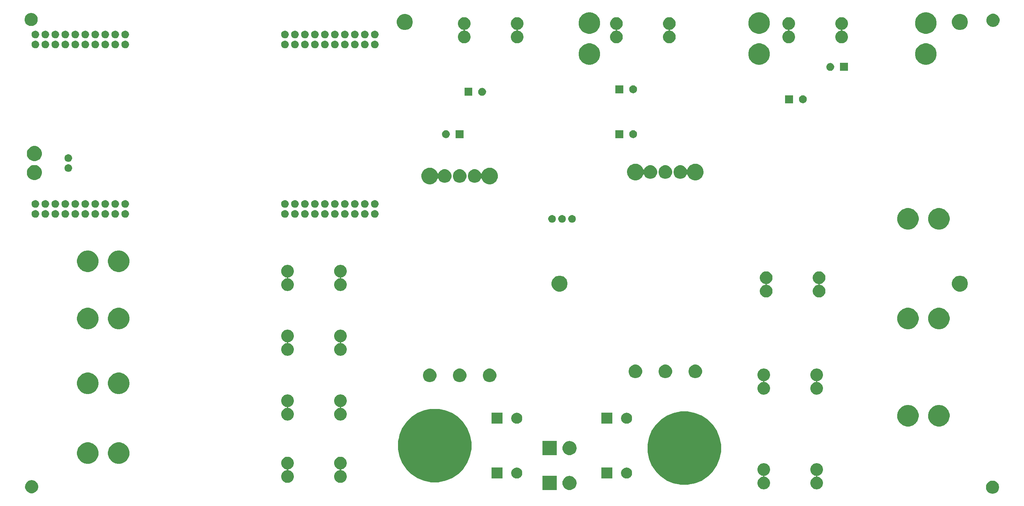
<source format=gbr>
G04 #@! TF.GenerationSoftware,KiCad,Pcbnew,(5.0.2)-1*
G04 #@! TF.CreationDate,2019-03-05T00:25:16-06:00*
G04 #@! TF.ProjectId,PowerBoard_Hardware,506f7765-7242-46f6-9172-645f48617264,rev?*
G04 #@! TF.SameCoordinates,Original*
G04 #@! TF.FileFunction,Soldermask,Bot*
G04 #@! TF.FilePolarity,Negative*
%FSLAX46Y46*%
G04 Gerber Fmt 4.6, Leading zero omitted, Abs format (unit mm)*
G04 Created by KiCad (PCBNEW (5.0.2)-1) date 3/5/2019 12:25:16 AM*
%MOMM*%
%LPD*%
G01*
G04 APERTURE LIST*
%ADD10C,0.100000*%
G04 APERTURE END LIST*
D10*
G36*
X288437525Y-134079915D02*
X288452934Y-134082980D01*
X288757437Y-134209109D01*
X288841414Y-134265221D01*
X289031486Y-134392223D01*
X289264537Y-134625274D01*
X289264539Y-134625277D01*
X289447651Y-134899323D01*
X289526438Y-135089532D01*
X289573780Y-135203826D01*
X289638080Y-135527083D01*
X289638080Y-135856677D01*
X289635363Y-135870336D01*
X289573780Y-136179934D01*
X289447651Y-136484437D01*
X289349398Y-136631483D01*
X289264537Y-136758486D01*
X289031486Y-136991537D01*
X289031483Y-136991539D01*
X288757437Y-137174651D01*
X288452934Y-137300780D01*
X288129677Y-137365080D01*
X287800083Y-137365080D01*
X287476826Y-137300780D01*
X287172323Y-137174651D01*
X286898277Y-136991539D01*
X286898274Y-136991537D01*
X286665223Y-136758486D01*
X286580362Y-136631483D01*
X286482109Y-136484437D01*
X286355980Y-136179934D01*
X286294397Y-135870336D01*
X286291680Y-135856677D01*
X286291680Y-135527083D01*
X286355980Y-135203826D01*
X286403322Y-135089532D01*
X286482109Y-134899323D01*
X286665221Y-134625277D01*
X286665223Y-134625274D01*
X286898274Y-134392223D01*
X287088346Y-134265221D01*
X287172323Y-134209109D01*
X287476826Y-134082980D01*
X287492235Y-134079915D01*
X287800083Y-134018680D01*
X288129677Y-134018680D01*
X288437525Y-134079915D01*
X288437525Y-134079915D01*
G37*
G36*
X43851690Y-133927837D02*
X43993174Y-133955980D01*
X44297677Y-134082109D01*
X44503047Y-134219333D01*
X44571726Y-134265223D01*
X44804777Y-134498274D01*
X44804779Y-134498277D01*
X44987891Y-134772323D01*
X44987891Y-134772324D01*
X45114020Y-135076826D01*
X45160832Y-135312163D01*
X45178320Y-135400084D01*
X45178320Y-135729676D01*
X45114020Y-136052934D01*
X44987891Y-136357437D01*
X44903032Y-136484437D01*
X44804777Y-136631486D01*
X44571726Y-136864537D01*
X44571723Y-136864539D01*
X44297677Y-137047651D01*
X43993174Y-137173780D01*
X43669917Y-137238080D01*
X43340323Y-137238080D01*
X43017066Y-137173780D01*
X42712563Y-137047651D01*
X42438517Y-136864539D01*
X42438514Y-136864537D01*
X42205463Y-136631486D01*
X42107208Y-136484437D01*
X42022349Y-136357437D01*
X41896220Y-136052934D01*
X41831920Y-135729676D01*
X41831920Y-135400084D01*
X41849409Y-135312163D01*
X41896220Y-135076826D01*
X42022349Y-134772324D01*
X42022349Y-134772323D01*
X42205461Y-134498277D01*
X42205463Y-134498274D01*
X42438514Y-134265223D01*
X42507193Y-134219333D01*
X42712563Y-134082109D01*
X43017066Y-133955980D01*
X43158550Y-133927837D01*
X43340323Y-133891680D01*
X43669917Y-133891680D01*
X43851690Y-133927837D01*
X43851690Y-133927837D01*
G37*
G36*
X177060000Y-136420000D02*
X173460000Y-136420000D01*
X173460000Y-132820000D01*
X177060000Y-132820000D01*
X177060000Y-136420000D01*
X177060000Y-136420000D01*
G37*
G36*
X180692858Y-132846044D02*
X180692861Y-132846045D01*
X180692862Y-132846045D01*
X181032163Y-132948971D01*
X181344865Y-133116113D01*
X181439163Y-133193502D01*
X181618951Y-133341049D01*
X181698952Y-133438532D01*
X181843887Y-133615135D01*
X182011029Y-133927837D01*
X182057827Y-134082109D01*
X182113956Y-134267142D01*
X182148709Y-134620000D01*
X182113956Y-134972858D01*
X182113955Y-134972861D01*
X182113955Y-134972862D01*
X182011029Y-135312163D01*
X181843887Y-135624865D01*
X181737244Y-135754809D01*
X181618951Y-135898951D01*
X181474809Y-136017244D01*
X181344865Y-136123887D01*
X181032163Y-136291029D01*
X180692862Y-136393955D01*
X180692861Y-136393955D01*
X180692858Y-136393956D01*
X180428427Y-136420000D01*
X180251573Y-136420000D01*
X179987142Y-136393956D01*
X179987139Y-136393955D01*
X179987138Y-136393955D01*
X179647837Y-136291029D01*
X179335135Y-136123887D01*
X179205191Y-136017244D01*
X179061049Y-135898951D01*
X178942756Y-135754809D01*
X178836113Y-135624865D01*
X178668971Y-135312163D01*
X178566045Y-134972862D01*
X178566045Y-134972861D01*
X178566044Y-134972858D01*
X178531291Y-134620000D01*
X178566044Y-134267142D01*
X178622173Y-134082109D01*
X178668971Y-133927837D01*
X178836113Y-133615135D01*
X178981048Y-133438532D01*
X179061049Y-133341049D01*
X179240837Y-133193502D01*
X179335135Y-133116113D01*
X179647837Y-132948971D01*
X179987138Y-132846045D01*
X179987139Y-132846045D01*
X179987142Y-132846044D01*
X180251573Y-132820000D01*
X180428427Y-132820000D01*
X180692858Y-132846044D01*
X180692858Y-132846044D01*
G37*
G36*
X230057037Y-129612230D02*
X230212532Y-129643160D01*
X230505479Y-129764502D01*
X230769124Y-129940664D01*
X230993336Y-130164876D01*
X231169498Y-130428521D01*
X231290840Y-130721468D01*
X231352700Y-131032458D01*
X231352700Y-131349542D01*
X231290840Y-131660532D01*
X231169498Y-131953479D01*
X230993336Y-132217124D01*
X230769124Y-132441336D01*
X230505479Y-132617498D01*
X230212532Y-132738840D01*
X229991018Y-132782902D01*
X229967568Y-132790015D01*
X229945958Y-132801566D01*
X229927016Y-132817112D01*
X229911470Y-132836054D01*
X229899919Y-132857665D01*
X229892806Y-132881114D01*
X229890404Y-132905500D01*
X229892806Y-132929886D01*
X229899919Y-132953336D01*
X229911470Y-132974946D01*
X229927016Y-132993888D01*
X229945958Y-133009434D01*
X229967569Y-133020985D01*
X229991018Y-133028098D01*
X230212532Y-133072160D01*
X230505479Y-133193502D01*
X230769124Y-133369664D01*
X230993336Y-133593876D01*
X231169498Y-133857521D01*
X231290840Y-134150468D01*
X231352700Y-134461458D01*
X231352700Y-134778542D01*
X231290840Y-135089532D01*
X231169498Y-135382479D01*
X230993336Y-135646124D01*
X230769124Y-135870336D01*
X230505479Y-136046498D01*
X230212532Y-136167840D01*
X230057037Y-136198770D01*
X229901543Y-136229700D01*
X229584457Y-136229700D01*
X229428963Y-136198770D01*
X229273468Y-136167840D01*
X228980521Y-136046498D01*
X228716876Y-135870336D01*
X228492664Y-135646124D01*
X228316502Y-135382479D01*
X228195160Y-135089532D01*
X228133300Y-134778542D01*
X228133300Y-134461458D01*
X228195160Y-134150468D01*
X228316502Y-133857521D01*
X228492664Y-133593876D01*
X228716876Y-133369664D01*
X228980521Y-133193502D01*
X229273468Y-133072160D01*
X229494982Y-133028098D01*
X229518432Y-133020985D01*
X229540042Y-133009434D01*
X229558984Y-132993888D01*
X229574530Y-132974946D01*
X229586081Y-132953335D01*
X229593194Y-132929886D01*
X229595596Y-132905500D01*
X229593194Y-132881114D01*
X229586081Y-132857664D01*
X229574530Y-132836054D01*
X229558984Y-132817112D01*
X229540042Y-132801566D01*
X229518431Y-132790015D01*
X229494982Y-132782902D01*
X229273468Y-132738840D01*
X228980521Y-132617498D01*
X228716876Y-132441336D01*
X228492664Y-132217124D01*
X228316502Y-131953479D01*
X228195160Y-131660532D01*
X228133300Y-131349542D01*
X228133300Y-131032458D01*
X228195160Y-130721468D01*
X228316502Y-130428521D01*
X228492664Y-130164876D01*
X228716876Y-129940664D01*
X228980521Y-129764502D01*
X229273468Y-129643160D01*
X229428963Y-129612230D01*
X229584457Y-129581300D01*
X229901543Y-129581300D01*
X230057037Y-129612230D01*
X230057037Y-129612230D01*
G37*
G36*
X243519037Y-129612230D02*
X243674532Y-129643160D01*
X243967479Y-129764502D01*
X244231124Y-129940664D01*
X244455336Y-130164876D01*
X244631498Y-130428521D01*
X244752840Y-130721468D01*
X244814700Y-131032458D01*
X244814700Y-131349542D01*
X244752840Y-131660532D01*
X244631498Y-131953479D01*
X244455336Y-132217124D01*
X244231124Y-132441336D01*
X243967479Y-132617498D01*
X243674532Y-132738840D01*
X243453018Y-132782902D01*
X243429568Y-132790015D01*
X243407958Y-132801566D01*
X243389016Y-132817112D01*
X243373470Y-132836054D01*
X243361919Y-132857665D01*
X243354806Y-132881114D01*
X243352404Y-132905500D01*
X243354806Y-132929886D01*
X243361919Y-132953336D01*
X243373470Y-132974946D01*
X243389016Y-132993888D01*
X243407958Y-133009434D01*
X243429569Y-133020985D01*
X243453018Y-133028098D01*
X243674532Y-133072160D01*
X243967479Y-133193502D01*
X244231124Y-133369664D01*
X244455336Y-133593876D01*
X244631498Y-133857521D01*
X244752840Y-134150468D01*
X244814700Y-134461458D01*
X244814700Y-134778542D01*
X244752840Y-135089532D01*
X244631498Y-135382479D01*
X244455336Y-135646124D01*
X244231124Y-135870336D01*
X243967479Y-136046498D01*
X243674532Y-136167840D01*
X243519037Y-136198770D01*
X243363543Y-136229700D01*
X243046457Y-136229700D01*
X242890963Y-136198770D01*
X242735468Y-136167840D01*
X242442521Y-136046498D01*
X242178876Y-135870336D01*
X241954664Y-135646124D01*
X241778502Y-135382479D01*
X241657160Y-135089532D01*
X241595300Y-134778542D01*
X241595300Y-134461458D01*
X241657160Y-134150468D01*
X241778502Y-133857521D01*
X241954664Y-133593876D01*
X242178876Y-133369664D01*
X242442521Y-133193502D01*
X242735468Y-133072160D01*
X242956982Y-133028098D01*
X242980432Y-133020985D01*
X243002042Y-133009434D01*
X243020984Y-132993888D01*
X243036530Y-132974946D01*
X243048081Y-132953335D01*
X243055194Y-132929886D01*
X243057596Y-132905500D01*
X243055194Y-132881114D01*
X243048081Y-132857664D01*
X243036530Y-132836054D01*
X243020984Y-132817112D01*
X243002042Y-132801566D01*
X242980431Y-132790015D01*
X242956982Y-132782902D01*
X242735468Y-132738840D01*
X242442521Y-132617498D01*
X242178876Y-132441336D01*
X241954664Y-132217124D01*
X241778502Y-131953479D01*
X241657160Y-131660532D01*
X241595300Y-131349542D01*
X241595300Y-131032458D01*
X241657160Y-130721468D01*
X241778502Y-130428521D01*
X241954664Y-130164876D01*
X242178876Y-129940664D01*
X242442521Y-129764502D01*
X242735468Y-129643160D01*
X242890963Y-129612230D01*
X243046457Y-129581300D01*
X243363543Y-129581300D01*
X243519037Y-129612230D01*
X243519037Y-129612230D01*
G37*
G36*
X210727193Y-116437098D02*
X212275544Y-116745084D01*
X213976044Y-117449454D01*
X215506453Y-118472041D01*
X216807959Y-119773547D01*
X217830546Y-121303956D01*
X218534916Y-123004456D01*
X218894000Y-124809696D01*
X218894000Y-126650304D01*
X218534916Y-128455544D01*
X217830546Y-130156044D01*
X216807959Y-131686453D01*
X215506453Y-132987959D01*
X213976044Y-134010546D01*
X212275544Y-134714916D01*
X210727193Y-135022902D01*
X210470305Y-135074000D01*
X208629695Y-135074000D01*
X208372807Y-135022902D01*
X206824456Y-134714916D01*
X205123956Y-134010546D01*
X203593547Y-132987959D01*
X202292041Y-131686453D01*
X201269454Y-130156044D01*
X200565084Y-128455544D01*
X200206000Y-126650304D01*
X200206000Y-124809696D01*
X200565084Y-123004456D01*
X201269454Y-121303956D01*
X202292041Y-119773547D01*
X203593547Y-118472041D01*
X205123956Y-117449454D01*
X206824456Y-116745084D01*
X208372807Y-116437098D01*
X208629695Y-116386000D01*
X210470305Y-116386000D01*
X210727193Y-116437098D01*
X210727193Y-116437098D01*
G37*
G36*
X122361037Y-127961230D02*
X122516532Y-127992160D01*
X122809479Y-128113502D01*
X123073124Y-128289664D01*
X123297336Y-128513876D01*
X123473498Y-128777521D01*
X123594840Y-129070468D01*
X123606343Y-129128297D01*
X123656700Y-129381457D01*
X123656700Y-129698543D01*
X123643580Y-129764502D01*
X123594840Y-130009532D01*
X123473498Y-130302479D01*
X123297336Y-130566124D01*
X123073124Y-130790336D01*
X122809479Y-130966498D01*
X122516532Y-131087840D01*
X122295018Y-131131902D01*
X122271568Y-131139015D01*
X122249958Y-131150566D01*
X122231016Y-131166112D01*
X122215470Y-131185054D01*
X122203919Y-131206665D01*
X122196806Y-131230114D01*
X122194404Y-131254500D01*
X122196806Y-131278886D01*
X122203919Y-131302336D01*
X122215470Y-131323946D01*
X122231016Y-131342888D01*
X122249958Y-131358434D01*
X122271569Y-131369985D01*
X122295018Y-131377098D01*
X122516532Y-131421160D01*
X122809479Y-131542502D01*
X123073124Y-131718664D01*
X123297336Y-131942876D01*
X123473498Y-132206521D01*
X123594840Y-132499468D01*
X123656700Y-132810458D01*
X123656700Y-133127542D01*
X123594840Y-133438532D01*
X123473498Y-133731479D01*
X123297336Y-133995124D01*
X123073124Y-134219336D01*
X122809479Y-134395498D01*
X122516532Y-134516840D01*
X122361037Y-134547770D01*
X122205543Y-134578700D01*
X121888457Y-134578700D01*
X121732963Y-134547770D01*
X121577468Y-134516840D01*
X121284521Y-134395498D01*
X121020876Y-134219336D01*
X120796664Y-133995124D01*
X120620502Y-133731479D01*
X120499160Y-133438532D01*
X120437300Y-133127542D01*
X120437300Y-132810458D01*
X120499160Y-132499468D01*
X120620502Y-132206521D01*
X120796664Y-131942876D01*
X121020876Y-131718664D01*
X121284521Y-131542502D01*
X121577468Y-131421160D01*
X121798982Y-131377098D01*
X121822432Y-131369985D01*
X121844042Y-131358434D01*
X121862984Y-131342888D01*
X121878530Y-131323946D01*
X121890081Y-131302335D01*
X121897194Y-131278886D01*
X121899596Y-131254500D01*
X121897194Y-131230114D01*
X121890081Y-131206664D01*
X121878530Y-131185054D01*
X121862984Y-131166112D01*
X121844042Y-131150566D01*
X121822431Y-131139015D01*
X121798982Y-131131902D01*
X121577468Y-131087840D01*
X121284521Y-130966498D01*
X121020876Y-130790336D01*
X120796664Y-130566124D01*
X120620502Y-130302479D01*
X120499160Y-130009532D01*
X120450420Y-129764502D01*
X120437300Y-129698543D01*
X120437300Y-129381457D01*
X120487657Y-129128297D01*
X120499160Y-129070468D01*
X120620502Y-128777521D01*
X120796664Y-128513876D01*
X121020876Y-128289664D01*
X121284521Y-128113502D01*
X121577468Y-127992160D01*
X121732963Y-127961230D01*
X121888457Y-127930300D01*
X122205543Y-127930300D01*
X122361037Y-127961230D01*
X122361037Y-127961230D01*
G37*
G36*
X108899037Y-127961230D02*
X109054532Y-127992160D01*
X109347479Y-128113502D01*
X109611124Y-128289664D01*
X109835336Y-128513876D01*
X110011498Y-128777521D01*
X110132840Y-129070468D01*
X110144343Y-129128297D01*
X110194700Y-129381457D01*
X110194700Y-129698543D01*
X110181580Y-129764502D01*
X110132840Y-130009532D01*
X110011498Y-130302479D01*
X109835336Y-130566124D01*
X109611124Y-130790336D01*
X109347479Y-130966498D01*
X109054532Y-131087840D01*
X108833018Y-131131902D01*
X108809568Y-131139015D01*
X108787958Y-131150566D01*
X108769016Y-131166112D01*
X108753470Y-131185054D01*
X108741919Y-131206665D01*
X108734806Y-131230114D01*
X108732404Y-131254500D01*
X108734806Y-131278886D01*
X108741919Y-131302336D01*
X108753470Y-131323946D01*
X108769016Y-131342888D01*
X108787958Y-131358434D01*
X108809569Y-131369985D01*
X108833018Y-131377098D01*
X109054532Y-131421160D01*
X109347479Y-131542502D01*
X109611124Y-131718664D01*
X109835336Y-131942876D01*
X110011498Y-132206521D01*
X110132840Y-132499468D01*
X110194700Y-132810458D01*
X110194700Y-133127542D01*
X110132840Y-133438532D01*
X110011498Y-133731479D01*
X109835336Y-133995124D01*
X109611124Y-134219336D01*
X109347479Y-134395498D01*
X109054532Y-134516840D01*
X108899037Y-134547770D01*
X108743543Y-134578700D01*
X108426457Y-134578700D01*
X108270963Y-134547770D01*
X108115468Y-134516840D01*
X107822521Y-134395498D01*
X107558876Y-134219336D01*
X107334664Y-133995124D01*
X107158502Y-133731479D01*
X107037160Y-133438532D01*
X106975300Y-133127542D01*
X106975300Y-132810458D01*
X107037160Y-132499468D01*
X107158502Y-132206521D01*
X107334664Y-131942876D01*
X107558876Y-131718664D01*
X107822521Y-131542502D01*
X108115468Y-131421160D01*
X108336982Y-131377098D01*
X108360432Y-131369985D01*
X108382042Y-131358434D01*
X108400984Y-131342888D01*
X108416530Y-131323946D01*
X108428081Y-131302335D01*
X108435194Y-131278886D01*
X108437596Y-131254500D01*
X108435194Y-131230114D01*
X108428081Y-131206664D01*
X108416530Y-131185054D01*
X108400984Y-131166112D01*
X108382042Y-131150566D01*
X108360431Y-131139015D01*
X108336982Y-131131902D01*
X108115468Y-131087840D01*
X107822521Y-130966498D01*
X107558876Y-130790336D01*
X107334664Y-130566124D01*
X107158502Y-130302479D01*
X107037160Y-130009532D01*
X106988420Y-129764502D01*
X106975300Y-129698543D01*
X106975300Y-129381457D01*
X107025657Y-129128297D01*
X107037160Y-129070468D01*
X107158502Y-128777521D01*
X107334664Y-128513876D01*
X107558876Y-128289664D01*
X107822521Y-128113502D01*
X108115468Y-127992160D01*
X108270963Y-127961230D01*
X108426457Y-127930300D01*
X108743543Y-127930300D01*
X108899037Y-127961230D01*
X108899037Y-127961230D01*
G37*
G36*
X147227193Y-115802098D02*
X148775544Y-116110084D01*
X150476044Y-116814454D01*
X152006453Y-117837041D01*
X153307959Y-119138547D01*
X154330546Y-120668956D01*
X155034916Y-122369456D01*
X155161225Y-123004457D01*
X155350508Y-123956044D01*
X155394000Y-124174696D01*
X155394000Y-126015304D01*
X155034916Y-127820544D01*
X154330546Y-129521044D01*
X153307959Y-131051453D01*
X152006453Y-132352959D01*
X150476044Y-133375546D01*
X148775544Y-134079916D01*
X147227193Y-134387902D01*
X146970305Y-134439000D01*
X145129695Y-134439000D01*
X144872807Y-134387902D01*
X143324456Y-134079916D01*
X141623956Y-133375546D01*
X140093547Y-132352959D01*
X138792041Y-131051453D01*
X137769454Y-129521044D01*
X137065084Y-127820544D01*
X136706000Y-126015304D01*
X136706000Y-124174696D01*
X136749493Y-123956044D01*
X136938775Y-123004457D01*
X137065084Y-122369456D01*
X137769454Y-120668956D01*
X138792041Y-119138547D01*
X140093547Y-117837041D01*
X141623956Y-116814454D01*
X143324456Y-116110084D01*
X144872807Y-115802098D01*
X145129695Y-115751000D01*
X146970305Y-115751000D01*
X147227193Y-115802098D01*
X147227193Y-115802098D01*
G37*
G36*
X163325000Y-133480000D02*
X160525000Y-133480000D01*
X160525000Y-130680000D01*
X163325000Y-130680000D01*
X163325000Y-133480000D01*
X163325000Y-133480000D01*
G37*
G36*
X195138127Y-130706901D02*
X195273365Y-130733801D01*
X195528149Y-130839336D01*
X195718460Y-130966498D01*
X195757451Y-130992551D01*
X195952449Y-131187549D01*
X195952451Y-131187552D01*
X196105664Y-131416851D01*
X196211199Y-131671635D01*
X196265000Y-131942112D01*
X196265000Y-132217888D01*
X196211199Y-132488365D01*
X196105664Y-132743149D01*
X195997184Y-132905500D01*
X195952449Y-132972451D01*
X195757451Y-133167449D01*
X195757448Y-133167451D01*
X195528149Y-133320664D01*
X195273365Y-133426199D01*
X195138126Y-133453100D01*
X195002889Y-133480000D01*
X194727111Y-133480000D01*
X194591874Y-133453100D01*
X194456635Y-133426199D01*
X194201851Y-133320664D01*
X193972552Y-133167451D01*
X193972549Y-133167449D01*
X193777551Y-132972451D01*
X193732816Y-132905500D01*
X193624336Y-132743149D01*
X193518801Y-132488365D01*
X193465000Y-132217888D01*
X193465000Y-131942112D01*
X193518801Y-131671635D01*
X193624336Y-131416851D01*
X193777549Y-131187552D01*
X193777551Y-131187549D01*
X193972549Y-130992551D01*
X194011540Y-130966498D01*
X194201851Y-130839336D01*
X194456635Y-130733801D01*
X194591873Y-130706901D01*
X194727111Y-130680000D01*
X195002889Y-130680000D01*
X195138127Y-130706901D01*
X195138127Y-130706901D01*
G37*
G36*
X191265000Y-133480000D02*
X188465000Y-133480000D01*
X188465000Y-130680000D01*
X191265000Y-130680000D01*
X191265000Y-133480000D01*
X191265000Y-133480000D01*
G37*
G36*
X167198127Y-130706901D02*
X167333365Y-130733801D01*
X167588149Y-130839336D01*
X167778460Y-130966498D01*
X167817451Y-130992551D01*
X168012449Y-131187549D01*
X168012451Y-131187552D01*
X168165664Y-131416851D01*
X168271199Y-131671635D01*
X168325000Y-131942112D01*
X168325000Y-132217888D01*
X168271199Y-132488365D01*
X168165664Y-132743149D01*
X168057184Y-132905500D01*
X168012449Y-132972451D01*
X167817451Y-133167449D01*
X167817448Y-133167451D01*
X167588149Y-133320664D01*
X167333365Y-133426199D01*
X167198126Y-133453100D01*
X167062889Y-133480000D01*
X166787111Y-133480000D01*
X166651874Y-133453100D01*
X166516635Y-133426199D01*
X166261851Y-133320664D01*
X166032552Y-133167451D01*
X166032549Y-133167449D01*
X165837551Y-132972451D01*
X165792816Y-132905500D01*
X165684336Y-132743149D01*
X165578801Y-132488365D01*
X165525000Y-132217888D01*
X165525000Y-131942112D01*
X165578801Y-131671635D01*
X165684336Y-131416851D01*
X165837549Y-131187552D01*
X165837551Y-131187549D01*
X166032549Y-130992551D01*
X166071540Y-130966498D01*
X166261851Y-130839336D01*
X166516635Y-130733801D01*
X166651873Y-130706901D01*
X166787111Y-130680000D01*
X167062889Y-130680000D01*
X167198127Y-130706901D01*
X167198127Y-130706901D01*
G37*
G36*
X58407775Y-124330197D02*
X58584229Y-124365296D01*
X59082877Y-124571843D01*
X59312294Y-124725135D01*
X59531651Y-124871705D01*
X59913295Y-125253349D01*
X59913297Y-125253352D01*
X60213157Y-125702123D01*
X60370864Y-126082862D01*
X60419704Y-126200772D01*
X60525000Y-126730132D01*
X60525000Y-127269868D01*
X60478437Y-127503955D01*
X60419704Y-127799229D01*
X60213157Y-128297877D01*
X59915319Y-128743621D01*
X59913295Y-128746651D01*
X59531651Y-129128295D01*
X59531648Y-129128297D01*
X59082877Y-129428157D01*
X58584229Y-129634704D01*
X58541717Y-129643160D01*
X58054868Y-129740000D01*
X57515132Y-129740000D01*
X57028283Y-129643160D01*
X56985771Y-129634704D01*
X56487123Y-129428157D01*
X56038352Y-129128297D01*
X56038349Y-129128295D01*
X55656705Y-128746651D01*
X55654681Y-128743621D01*
X55356843Y-128297877D01*
X55150296Y-127799229D01*
X55091563Y-127503955D01*
X55045000Y-127269868D01*
X55045000Y-126730132D01*
X55150296Y-126200772D01*
X55199136Y-126082862D01*
X55356843Y-125702123D01*
X55656703Y-125253352D01*
X55656705Y-125253349D01*
X56038349Y-124871705D01*
X56257706Y-124725135D01*
X56487123Y-124571843D01*
X56985771Y-124365296D01*
X57162225Y-124330197D01*
X57515132Y-124260000D01*
X58054868Y-124260000D01*
X58407775Y-124330197D01*
X58407775Y-124330197D01*
G37*
G36*
X66281775Y-124330197D02*
X66458229Y-124365296D01*
X66956877Y-124571843D01*
X67186294Y-124725135D01*
X67405651Y-124871705D01*
X67787295Y-125253349D01*
X67787297Y-125253352D01*
X68087157Y-125702123D01*
X68244864Y-126082862D01*
X68293704Y-126200772D01*
X68399000Y-126730132D01*
X68399000Y-127269868D01*
X68352437Y-127503955D01*
X68293704Y-127799229D01*
X68087157Y-128297877D01*
X67789319Y-128743621D01*
X67787295Y-128746651D01*
X67405651Y-129128295D01*
X67405648Y-129128297D01*
X66956877Y-129428157D01*
X66458229Y-129634704D01*
X66415717Y-129643160D01*
X65928868Y-129740000D01*
X65389132Y-129740000D01*
X64902283Y-129643160D01*
X64859771Y-129634704D01*
X64361123Y-129428157D01*
X63912352Y-129128297D01*
X63912349Y-129128295D01*
X63530705Y-128746651D01*
X63528681Y-128743621D01*
X63230843Y-128297877D01*
X63024296Y-127799229D01*
X62965563Y-127503955D01*
X62919000Y-127269868D01*
X62919000Y-126730132D01*
X63024296Y-126200772D01*
X63073136Y-126082862D01*
X63230843Y-125702123D01*
X63530703Y-125253352D01*
X63530705Y-125253349D01*
X63912349Y-124871705D01*
X64131706Y-124725135D01*
X64361123Y-124571843D01*
X64859771Y-124365296D01*
X65036225Y-124330197D01*
X65389132Y-124260000D01*
X65928868Y-124260000D01*
X66281775Y-124330197D01*
X66281775Y-124330197D01*
G37*
G36*
X177060000Y-127530000D02*
X173460000Y-127530000D01*
X173460000Y-123930000D01*
X177060000Y-123930000D01*
X177060000Y-127530000D01*
X177060000Y-127530000D01*
G37*
G36*
X180692858Y-123956044D02*
X180692861Y-123956045D01*
X180692862Y-123956045D01*
X181032163Y-124058971D01*
X181344865Y-124226113D01*
X181474809Y-124332756D01*
X181618951Y-124451049D01*
X181718083Y-124571843D01*
X181843887Y-124725135D01*
X182000891Y-125018871D01*
X182011028Y-125037835D01*
X182113956Y-125377142D01*
X182148709Y-125730000D01*
X182113956Y-126082858D01*
X182113955Y-126082861D01*
X182113955Y-126082862D01*
X182011029Y-126422163D01*
X181843887Y-126734865D01*
X181737244Y-126864809D01*
X181618951Y-127008951D01*
X181474809Y-127127244D01*
X181344865Y-127233887D01*
X181032163Y-127401029D01*
X180692862Y-127503955D01*
X180692861Y-127503955D01*
X180692858Y-127503956D01*
X180428427Y-127530000D01*
X180251573Y-127530000D01*
X179987142Y-127503956D01*
X179987139Y-127503955D01*
X179987138Y-127503955D01*
X179647837Y-127401029D01*
X179335135Y-127233887D01*
X179205191Y-127127244D01*
X179061049Y-127008951D01*
X178942756Y-126864809D01*
X178836113Y-126734865D01*
X178668971Y-126422163D01*
X178566045Y-126082862D01*
X178566045Y-126082861D01*
X178566044Y-126082858D01*
X178531291Y-125730000D01*
X178566044Y-125377142D01*
X178668972Y-125037835D01*
X178679109Y-125018871D01*
X178836113Y-124725135D01*
X178961917Y-124571843D01*
X179061049Y-124451049D01*
X179205191Y-124332756D01*
X179335135Y-124226113D01*
X179647837Y-124058971D01*
X179987138Y-123956045D01*
X179987139Y-123956045D01*
X179987142Y-123956044D01*
X180251573Y-123930000D01*
X180428427Y-123930000D01*
X180692858Y-123956044D01*
X180692858Y-123956044D01*
G37*
G36*
X274942775Y-114805197D02*
X275119229Y-114840296D01*
X275617877Y-115046843D01*
X275942897Y-115264015D01*
X276066651Y-115346705D01*
X276448295Y-115728349D01*
X276448297Y-115728352D01*
X276748157Y-116177123D01*
X276954704Y-116675771D01*
X276989803Y-116852225D01*
X277060000Y-117205132D01*
X277060000Y-117744868D01*
X277037799Y-117856479D01*
X276954704Y-118274229D01*
X276748157Y-118772877D01*
X276747975Y-118773149D01*
X276448295Y-119221651D01*
X276066651Y-119603295D01*
X276066648Y-119603297D01*
X275617877Y-119903157D01*
X275119229Y-120109704D01*
X274942775Y-120144803D01*
X274589868Y-120215000D01*
X274050132Y-120215000D01*
X273697225Y-120144803D01*
X273520771Y-120109704D01*
X273022123Y-119903157D01*
X272573352Y-119603297D01*
X272573349Y-119603295D01*
X272191705Y-119221651D01*
X271892025Y-118773149D01*
X271891843Y-118772877D01*
X271685296Y-118274229D01*
X271602201Y-117856479D01*
X271580000Y-117744868D01*
X271580000Y-117205132D01*
X271650197Y-116852225D01*
X271685296Y-116675771D01*
X271891843Y-116177123D01*
X272191703Y-115728352D01*
X272191705Y-115728349D01*
X272573349Y-115346705D01*
X272697103Y-115264015D01*
X273022123Y-115046843D01*
X273520771Y-114840296D01*
X273697225Y-114805197D01*
X274050132Y-114735000D01*
X274589868Y-114735000D01*
X274942775Y-114805197D01*
X274942775Y-114805197D01*
G37*
G36*
X267068775Y-114805197D02*
X267245229Y-114840296D01*
X267743877Y-115046843D01*
X268068897Y-115264015D01*
X268192651Y-115346705D01*
X268574295Y-115728349D01*
X268574297Y-115728352D01*
X268874157Y-116177123D01*
X269080704Y-116675771D01*
X269115803Y-116852225D01*
X269186000Y-117205132D01*
X269186000Y-117744868D01*
X269163799Y-117856479D01*
X269080704Y-118274229D01*
X268874157Y-118772877D01*
X268873975Y-118773149D01*
X268574295Y-119221651D01*
X268192651Y-119603295D01*
X268192648Y-119603297D01*
X267743877Y-119903157D01*
X267245229Y-120109704D01*
X267068775Y-120144803D01*
X266715868Y-120215000D01*
X266176132Y-120215000D01*
X265823225Y-120144803D01*
X265646771Y-120109704D01*
X265148123Y-119903157D01*
X264699352Y-119603297D01*
X264699349Y-119603295D01*
X264317705Y-119221651D01*
X264018025Y-118773149D01*
X264017843Y-118772877D01*
X263811296Y-118274229D01*
X263728201Y-117856479D01*
X263706000Y-117744868D01*
X263706000Y-117205132D01*
X263776197Y-116852225D01*
X263811296Y-116675771D01*
X264017843Y-116177123D01*
X264317703Y-115728352D01*
X264317705Y-115728349D01*
X264699349Y-115346705D01*
X264823103Y-115264015D01*
X265148123Y-115046843D01*
X265646771Y-114840296D01*
X265823225Y-114805197D01*
X266176132Y-114735000D01*
X266715868Y-114735000D01*
X267068775Y-114805197D01*
X267068775Y-114805197D01*
G37*
G36*
X163325000Y-119510000D02*
X160525000Y-119510000D01*
X160525000Y-116710000D01*
X163325000Y-116710000D01*
X163325000Y-119510000D01*
X163325000Y-119510000D01*
G37*
G36*
X167198126Y-116736900D02*
X167333365Y-116763801D01*
X167588149Y-116869336D01*
X167687106Y-116935457D01*
X167817451Y-117022551D01*
X168012449Y-117217549D01*
X168012451Y-117217552D01*
X168165664Y-117446851D01*
X168271199Y-117701635D01*
X168298100Y-117836874D01*
X168325000Y-117972111D01*
X168325000Y-118247889D01*
X168271199Y-118518364D01*
X168165665Y-118773147D01*
X168012449Y-119002451D01*
X167817451Y-119197449D01*
X167817448Y-119197451D01*
X167588149Y-119350664D01*
X167333365Y-119456199D01*
X167198126Y-119483100D01*
X167062889Y-119510000D01*
X166787111Y-119510000D01*
X166651874Y-119483100D01*
X166516635Y-119456199D01*
X166261851Y-119350664D01*
X166032552Y-119197451D01*
X166032549Y-119197449D01*
X165837551Y-119002451D01*
X165684335Y-118773147D01*
X165578801Y-118518364D01*
X165525000Y-118247889D01*
X165525000Y-117972111D01*
X165551900Y-117836874D01*
X165578801Y-117701635D01*
X165684336Y-117446851D01*
X165837549Y-117217552D01*
X165837551Y-117217549D01*
X166032549Y-117022551D01*
X166162894Y-116935457D01*
X166261851Y-116869336D01*
X166516635Y-116763801D01*
X166651874Y-116736900D01*
X166787111Y-116710000D01*
X167062889Y-116710000D01*
X167198126Y-116736900D01*
X167198126Y-116736900D01*
G37*
G36*
X195138126Y-116736900D02*
X195273365Y-116763801D01*
X195528149Y-116869336D01*
X195627106Y-116935457D01*
X195757451Y-117022551D01*
X195952449Y-117217549D01*
X195952451Y-117217552D01*
X196105664Y-117446851D01*
X196211199Y-117701635D01*
X196238100Y-117836874D01*
X196265000Y-117972111D01*
X196265000Y-118247889D01*
X196211199Y-118518364D01*
X196105665Y-118773147D01*
X195952449Y-119002451D01*
X195757451Y-119197449D01*
X195757448Y-119197451D01*
X195528149Y-119350664D01*
X195273365Y-119456199D01*
X195138126Y-119483100D01*
X195002889Y-119510000D01*
X194727111Y-119510000D01*
X194591874Y-119483100D01*
X194456635Y-119456199D01*
X194201851Y-119350664D01*
X193972552Y-119197451D01*
X193972549Y-119197449D01*
X193777551Y-119002451D01*
X193624335Y-118773147D01*
X193518801Y-118518364D01*
X193465000Y-118247889D01*
X193465000Y-117972111D01*
X193491900Y-117836874D01*
X193518801Y-117701635D01*
X193624336Y-117446851D01*
X193777549Y-117217552D01*
X193777551Y-117217549D01*
X193972549Y-117022551D01*
X194102894Y-116935457D01*
X194201851Y-116869336D01*
X194456635Y-116763801D01*
X194591874Y-116736900D01*
X194727111Y-116710000D01*
X195002889Y-116710000D01*
X195138126Y-116736900D01*
X195138126Y-116736900D01*
G37*
G36*
X191265000Y-119510000D02*
X188465000Y-119510000D01*
X188465000Y-116710000D01*
X191265000Y-116710000D01*
X191265000Y-119510000D01*
X191265000Y-119510000D01*
G37*
G36*
X108899037Y-112086230D02*
X109054532Y-112117160D01*
X109347479Y-112238502D01*
X109611124Y-112414664D01*
X109835336Y-112638876D01*
X110011498Y-112902521D01*
X110132840Y-113195468D01*
X110194700Y-113506458D01*
X110194700Y-113823542D01*
X110132840Y-114134532D01*
X110011498Y-114427479D01*
X109835336Y-114691124D01*
X109611124Y-114915336D01*
X109347479Y-115091498D01*
X109054532Y-115212840D01*
X108833018Y-115256902D01*
X108809568Y-115264015D01*
X108787958Y-115275566D01*
X108769016Y-115291112D01*
X108753470Y-115310054D01*
X108741919Y-115331665D01*
X108734806Y-115355114D01*
X108732404Y-115379500D01*
X108734806Y-115403886D01*
X108741919Y-115427336D01*
X108753470Y-115448946D01*
X108769016Y-115467888D01*
X108787958Y-115483434D01*
X108809569Y-115494985D01*
X108833018Y-115502098D01*
X109054532Y-115546160D01*
X109347479Y-115667502D01*
X109611124Y-115843664D01*
X109835336Y-116067876D01*
X110011498Y-116331521D01*
X110132840Y-116624468D01*
X110132840Y-116624469D01*
X110181548Y-116869336D01*
X110194700Y-116935458D01*
X110194700Y-117252542D01*
X110132840Y-117563532D01*
X110011498Y-117856479D01*
X109835336Y-118120124D01*
X109611124Y-118344336D01*
X109347479Y-118520498D01*
X109054532Y-118641840D01*
X108899037Y-118672770D01*
X108743543Y-118703700D01*
X108426457Y-118703700D01*
X108270963Y-118672770D01*
X108115468Y-118641840D01*
X107822521Y-118520498D01*
X107558876Y-118344336D01*
X107334664Y-118120124D01*
X107158502Y-117856479D01*
X107037160Y-117563532D01*
X106975300Y-117252542D01*
X106975300Y-116935458D01*
X106988453Y-116869336D01*
X107037160Y-116624469D01*
X107037160Y-116624468D01*
X107158502Y-116331521D01*
X107334664Y-116067876D01*
X107558876Y-115843664D01*
X107822521Y-115667502D01*
X108115468Y-115546160D01*
X108336982Y-115502098D01*
X108360432Y-115494985D01*
X108382042Y-115483434D01*
X108400984Y-115467888D01*
X108416530Y-115448946D01*
X108428081Y-115427335D01*
X108435194Y-115403886D01*
X108437596Y-115379500D01*
X108435194Y-115355114D01*
X108428081Y-115331664D01*
X108416530Y-115310054D01*
X108400984Y-115291112D01*
X108382042Y-115275566D01*
X108360431Y-115264015D01*
X108336982Y-115256902D01*
X108115468Y-115212840D01*
X107822521Y-115091498D01*
X107558876Y-114915336D01*
X107334664Y-114691124D01*
X107158502Y-114427479D01*
X107037160Y-114134532D01*
X106975300Y-113823542D01*
X106975300Y-113506458D01*
X107037160Y-113195468D01*
X107158502Y-112902521D01*
X107334664Y-112638876D01*
X107558876Y-112414664D01*
X107822521Y-112238502D01*
X108115468Y-112117160D01*
X108270963Y-112086230D01*
X108426457Y-112055300D01*
X108743543Y-112055300D01*
X108899037Y-112086230D01*
X108899037Y-112086230D01*
G37*
G36*
X122361037Y-112086230D02*
X122516532Y-112117160D01*
X122809479Y-112238502D01*
X123073124Y-112414664D01*
X123297336Y-112638876D01*
X123473498Y-112902521D01*
X123594840Y-113195468D01*
X123656700Y-113506458D01*
X123656700Y-113823542D01*
X123594840Y-114134532D01*
X123473498Y-114427479D01*
X123297336Y-114691124D01*
X123073124Y-114915336D01*
X122809479Y-115091498D01*
X122516532Y-115212840D01*
X122295018Y-115256902D01*
X122271568Y-115264015D01*
X122249958Y-115275566D01*
X122231016Y-115291112D01*
X122215470Y-115310054D01*
X122203919Y-115331665D01*
X122196806Y-115355114D01*
X122194404Y-115379500D01*
X122196806Y-115403886D01*
X122203919Y-115427336D01*
X122215470Y-115448946D01*
X122231016Y-115467888D01*
X122249958Y-115483434D01*
X122271569Y-115494985D01*
X122295018Y-115502098D01*
X122516532Y-115546160D01*
X122809479Y-115667502D01*
X123073124Y-115843664D01*
X123297336Y-116067876D01*
X123473498Y-116331521D01*
X123594840Y-116624468D01*
X123594840Y-116624469D01*
X123643548Y-116869336D01*
X123656700Y-116935458D01*
X123656700Y-117252542D01*
X123594840Y-117563532D01*
X123473498Y-117856479D01*
X123297336Y-118120124D01*
X123073124Y-118344336D01*
X122809479Y-118520498D01*
X122516532Y-118641840D01*
X122361037Y-118672770D01*
X122205543Y-118703700D01*
X121888457Y-118703700D01*
X121732963Y-118672770D01*
X121577468Y-118641840D01*
X121284521Y-118520498D01*
X121020876Y-118344336D01*
X120796664Y-118120124D01*
X120620502Y-117856479D01*
X120499160Y-117563532D01*
X120437300Y-117252542D01*
X120437300Y-116935458D01*
X120450453Y-116869336D01*
X120499160Y-116624469D01*
X120499160Y-116624468D01*
X120620502Y-116331521D01*
X120796664Y-116067876D01*
X121020876Y-115843664D01*
X121284521Y-115667502D01*
X121577468Y-115546160D01*
X121798982Y-115502098D01*
X121822432Y-115494985D01*
X121844042Y-115483434D01*
X121862984Y-115467888D01*
X121878530Y-115448946D01*
X121890081Y-115427335D01*
X121897194Y-115403886D01*
X121899596Y-115379500D01*
X121897194Y-115355114D01*
X121890081Y-115331664D01*
X121878530Y-115310054D01*
X121862984Y-115291112D01*
X121844042Y-115275566D01*
X121822431Y-115264015D01*
X121798982Y-115256902D01*
X121577468Y-115212840D01*
X121284521Y-115091498D01*
X121020876Y-114915336D01*
X120796664Y-114691124D01*
X120620502Y-114427479D01*
X120499160Y-114134532D01*
X120437300Y-113823542D01*
X120437300Y-113506458D01*
X120499160Y-113195468D01*
X120620502Y-112902521D01*
X120796664Y-112638876D01*
X121020876Y-112414664D01*
X121284521Y-112238502D01*
X121577468Y-112117160D01*
X121732963Y-112086230D01*
X121888457Y-112055300D01*
X122205543Y-112055300D01*
X122361037Y-112086230D01*
X122361037Y-112086230D01*
G37*
G36*
X230057037Y-105482230D02*
X230212532Y-105513160D01*
X230505479Y-105634502D01*
X230769124Y-105810664D01*
X230993336Y-106034876D01*
X231169498Y-106298521D01*
X231290840Y-106591468D01*
X231352700Y-106902458D01*
X231352700Y-107219542D01*
X231290840Y-107530532D01*
X231169498Y-107823479D01*
X230993336Y-108087124D01*
X230769124Y-108311336D01*
X230505479Y-108487498D01*
X230212532Y-108608840D01*
X229991018Y-108652902D01*
X229967568Y-108660015D01*
X229945958Y-108671566D01*
X229927016Y-108687112D01*
X229911470Y-108706054D01*
X229899919Y-108727665D01*
X229892806Y-108751114D01*
X229890404Y-108775500D01*
X229892806Y-108799886D01*
X229899919Y-108823336D01*
X229911470Y-108844946D01*
X229927016Y-108863888D01*
X229945958Y-108879434D01*
X229967569Y-108890985D01*
X229991018Y-108898098D01*
X230212532Y-108942160D01*
X230505479Y-109063502D01*
X230769124Y-109239664D01*
X230993336Y-109463876D01*
X231169498Y-109727521D01*
X231290840Y-110020468D01*
X231352700Y-110331458D01*
X231352700Y-110648542D01*
X231290840Y-110959532D01*
X231169498Y-111252479D01*
X230993336Y-111516124D01*
X230769124Y-111740336D01*
X230505479Y-111916498D01*
X230212532Y-112037840D01*
X230124755Y-112055300D01*
X229901543Y-112099700D01*
X229584457Y-112099700D01*
X229361245Y-112055300D01*
X229273468Y-112037840D01*
X228980521Y-111916498D01*
X228716876Y-111740336D01*
X228492664Y-111516124D01*
X228316502Y-111252479D01*
X228195160Y-110959532D01*
X228133300Y-110648542D01*
X228133300Y-110331458D01*
X228195160Y-110020468D01*
X228316502Y-109727521D01*
X228492664Y-109463876D01*
X228716876Y-109239664D01*
X228980521Y-109063502D01*
X229273468Y-108942160D01*
X229494982Y-108898098D01*
X229518432Y-108890985D01*
X229540042Y-108879434D01*
X229558984Y-108863888D01*
X229574530Y-108844946D01*
X229586081Y-108823335D01*
X229593194Y-108799886D01*
X229595596Y-108775500D01*
X229593194Y-108751114D01*
X229586081Y-108727664D01*
X229574530Y-108706054D01*
X229558984Y-108687112D01*
X229540042Y-108671566D01*
X229518431Y-108660015D01*
X229494982Y-108652902D01*
X229273468Y-108608840D01*
X228980521Y-108487498D01*
X228716876Y-108311336D01*
X228492664Y-108087124D01*
X228316502Y-107823479D01*
X228195160Y-107530532D01*
X228133300Y-107219542D01*
X228133300Y-106902458D01*
X228195160Y-106591468D01*
X228316502Y-106298521D01*
X228492664Y-106034876D01*
X228716876Y-105810664D01*
X228980521Y-105634502D01*
X229273468Y-105513160D01*
X229428963Y-105482230D01*
X229584457Y-105451300D01*
X229901543Y-105451300D01*
X230057037Y-105482230D01*
X230057037Y-105482230D01*
G37*
G36*
X243519037Y-105482230D02*
X243674532Y-105513160D01*
X243967479Y-105634502D01*
X244231124Y-105810664D01*
X244455336Y-106034876D01*
X244631498Y-106298521D01*
X244752840Y-106591468D01*
X244814700Y-106902458D01*
X244814700Y-107219542D01*
X244752840Y-107530532D01*
X244631498Y-107823479D01*
X244455336Y-108087124D01*
X244231124Y-108311336D01*
X243967479Y-108487498D01*
X243674532Y-108608840D01*
X243453018Y-108652902D01*
X243429568Y-108660015D01*
X243407958Y-108671566D01*
X243389016Y-108687112D01*
X243373470Y-108706054D01*
X243361919Y-108727665D01*
X243354806Y-108751114D01*
X243352404Y-108775500D01*
X243354806Y-108799886D01*
X243361919Y-108823336D01*
X243373470Y-108844946D01*
X243389016Y-108863888D01*
X243407958Y-108879434D01*
X243429569Y-108890985D01*
X243453018Y-108898098D01*
X243674532Y-108942160D01*
X243967479Y-109063502D01*
X244231124Y-109239664D01*
X244455336Y-109463876D01*
X244631498Y-109727521D01*
X244752840Y-110020468D01*
X244814700Y-110331458D01*
X244814700Y-110648542D01*
X244752840Y-110959532D01*
X244631498Y-111252479D01*
X244455336Y-111516124D01*
X244231124Y-111740336D01*
X243967479Y-111916498D01*
X243674532Y-112037840D01*
X243586755Y-112055300D01*
X243363543Y-112099700D01*
X243046457Y-112099700D01*
X242823245Y-112055300D01*
X242735468Y-112037840D01*
X242442521Y-111916498D01*
X242178876Y-111740336D01*
X241954664Y-111516124D01*
X241778502Y-111252479D01*
X241657160Y-110959532D01*
X241595300Y-110648542D01*
X241595300Y-110331458D01*
X241657160Y-110020468D01*
X241778502Y-109727521D01*
X241954664Y-109463876D01*
X242178876Y-109239664D01*
X242442521Y-109063502D01*
X242735468Y-108942160D01*
X242956982Y-108898098D01*
X242980432Y-108890985D01*
X243002042Y-108879434D01*
X243020984Y-108863888D01*
X243036530Y-108844946D01*
X243048081Y-108823335D01*
X243055194Y-108799886D01*
X243057596Y-108775500D01*
X243055194Y-108751114D01*
X243048081Y-108727664D01*
X243036530Y-108706054D01*
X243020984Y-108687112D01*
X243002042Y-108671566D01*
X242980431Y-108660015D01*
X242956982Y-108652902D01*
X242735468Y-108608840D01*
X242442521Y-108487498D01*
X242178876Y-108311336D01*
X241954664Y-108087124D01*
X241778502Y-107823479D01*
X241657160Y-107530532D01*
X241595300Y-107219542D01*
X241595300Y-106902458D01*
X241657160Y-106591468D01*
X241778502Y-106298521D01*
X241954664Y-106034876D01*
X242178876Y-105810664D01*
X242442521Y-105634502D01*
X242735468Y-105513160D01*
X242890963Y-105482230D01*
X243046457Y-105451300D01*
X243363543Y-105451300D01*
X243519037Y-105482230D01*
X243519037Y-105482230D01*
G37*
G36*
X58407775Y-106550197D02*
X58584229Y-106585296D01*
X59082877Y-106791843D01*
X59421642Y-107018199D01*
X59531651Y-107091705D01*
X59913295Y-107473349D01*
X59913297Y-107473352D01*
X60213157Y-107922123D01*
X60419704Y-108420771D01*
X60454803Y-108597225D01*
X60525000Y-108950132D01*
X60525000Y-109489868D01*
X60454803Y-109842775D01*
X60419704Y-110019229D01*
X60213157Y-110517877D01*
X59918052Y-110959531D01*
X59913295Y-110966651D01*
X59531651Y-111348295D01*
X59531648Y-111348297D01*
X59082877Y-111648157D01*
X58584229Y-111854704D01*
X58407775Y-111889803D01*
X58054868Y-111960000D01*
X57515132Y-111960000D01*
X57162225Y-111889803D01*
X56985771Y-111854704D01*
X56487123Y-111648157D01*
X56038352Y-111348297D01*
X56038349Y-111348295D01*
X55656705Y-110966651D01*
X55651948Y-110959531D01*
X55356843Y-110517877D01*
X55150296Y-110019229D01*
X55115197Y-109842775D01*
X55045000Y-109489868D01*
X55045000Y-108950132D01*
X55115197Y-108597225D01*
X55150296Y-108420771D01*
X55356843Y-107922123D01*
X55656703Y-107473352D01*
X55656705Y-107473349D01*
X56038349Y-107091705D01*
X56148358Y-107018199D01*
X56487123Y-106791843D01*
X56985771Y-106585296D01*
X57162225Y-106550197D01*
X57515132Y-106480000D01*
X58054868Y-106480000D01*
X58407775Y-106550197D01*
X58407775Y-106550197D01*
G37*
G36*
X66281775Y-106550197D02*
X66458229Y-106585296D01*
X66956877Y-106791843D01*
X67295642Y-107018199D01*
X67405651Y-107091705D01*
X67787295Y-107473349D01*
X67787297Y-107473352D01*
X68087157Y-107922123D01*
X68293704Y-108420771D01*
X68328803Y-108597225D01*
X68399000Y-108950132D01*
X68399000Y-109489868D01*
X68328803Y-109842775D01*
X68293704Y-110019229D01*
X68087157Y-110517877D01*
X67792052Y-110959531D01*
X67787295Y-110966651D01*
X67405651Y-111348295D01*
X67405648Y-111348297D01*
X66956877Y-111648157D01*
X66458229Y-111854704D01*
X66281775Y-111889803D01*
X65928868Y-111960000D01*
X65389132Y-111960000D01*
X65036225Y-111889803D01*
X64859771Y-111854704D01*
X64361123Y-111648157D01*
X63912352Y-111348297D01*
X63912349Y-111348295D01*
X63530705Y-110966651D01*
X63525948Y-110959531D01*
X63230843Y-110517877D01*
X63024296Y-110019229D01*
X62989197Y-109842775D01*
X62919000Y-109489868D01*
X62919000Y-108950132D01*
X62989197Y-108597225D01*
X63024296Y-108420771D01*
X63230843Y-107922123D01*
X63530703Y-107473352D01*
X63530705Y-107473349D01*
X63912349Y-107091705D01*
X64022358Y-107018199D01*
X64361123Y-106791843D01*
X64859771Y-106585296D01*
X65036225Y-106550197D01*
X65389132Y-106480000D01*
X65928868Y-106480000D01*
X66281775Y-106550197D01*
X66281775Y-106550197D01*
G37*
G36*
X145282872Y-105530252D02*
X145596619Y-105660210D01*
X145878989Y-105848884D01*
X146119116Y-106089011D01*
X146307790Y-106371381D01*
X146437748Y-106685128D01*
X146504000Y-107018199D01*
X146504000Y-107357801D01*
X146437748Y-107690872D01*
X146307790Y-108004619D01*
X146119116Y-108286989D01*
X145878989Y-108527116D01*
X145596619Y-108715790D01*
X145282872Y-108845748D01*
X144949801Y-108912000D01*
X144610199Y-108912000D01*
X144277128Y-108845748D01*
X143963381Y-108715790D01*
X143681011Y-108527116D01*
X143440884Y-108286989D01*
X143252210Y-108004619D01*
X143122252Y-107690872D01*
X143056000Y-107357801D01*
X143056000Y-107018199D01*
X143122252Y-106685128D01*
X143252210Y-106371381D01*
X143440884Y-106089011D01*
X143681011Y-105848884D01*
X143963381Y-105660210D01*
X144277128Y-105530252D01*
X144610199Y-105464000D01*
X144949801Y-105464000D01*
X145282872Y-105530252D01*
X145282872Y-105530252D01*
G37*
G36*
X152902872Y-105530252D02*
X153216619Y-105660210D01*
X153498989Y-105848884D01*
X153739116Y-106089011D01*
X153927790Y-106371381D01*
X154057748Y-106685128D01*
X154124000Y-107018199D01*
X154124000Y-107357801D01*
X154057748Y-107690872D01*
X153927790Y-108004619D01*
X153739116Y-108286989D01*
X153498989Y-108527116D01*
X153216619Y-108715790D01*
X152902872Y-108845748D01*
X152569801Y-108912000D01*
X152230199Y-108912000D01*
X151897128Y-108845748D01*
X151583381Y-108715790D01*
X151301011Y-108527116D01*
X151060884Y-108286989D01*
X150872210Y-108004619D01*
X150742252Y-107690872D01*
X150676000Y-107357801D01*
X150676000Y-107018199D01*
X150742252Y-106685128D01*
X150872210Y-106371381D01*
X151060884Y-106089011D01*
X151301011Y-105848884D01*
X151583381Y-105660210D01*
X151897128Y-105530252D01*
X152230199Y-105464000D01*
X152569801Y-105464000D01*
X152902872Y-105530252D01*
X152902872Y-105530252D01*
G37*
G36*
X160522872Y-105530252D02*
X160836619Y-105660210D01*
X161118989Y-105848884D01*
X161359116Y-106089011D01*
X161547790Y-106371381D01*
X161677748Y-106685128D01*
X161744000Y-107018199D01*
X161744000Y-107357801D01*
X161677748Y-107690872D01*
X161547790Y-108004619D01*
X161359116Y-108286989D01*
X161118989Y-108527116D01*
X160836619Y-108715790D01*
X160522872Y-108845748D01*
X160189801Y-108912000D01*
X159850199Y-108912000D01*
X159517128Y-108845748D01*
X159203381Y-108715790D01*
X158921011Y-108527116D01*
X158680884Y-108286989D01*
X158492210Y-108004619D01*
X158362252Y-107690872D01*
X158296000Y-107357801D01*
X158296000Y-107018199D01*
X158362252Y-106685128D01*
X158492210Y-106371381D01*
X158680884Y-106089011D01*
X158921011Y-105848884D01*
X159203381Y-105660210D01*
X159517128Y-105530252D01*
X159850199Y-105464000D01*
X160189801Y-105464000D01*
X160522872Y-105530252D01*
X160522872Y-105530252D01*
G37*
G36*
X197606872Y-104514252D02*
X197920619Y-104644210D01*
X198202989Y-104832884D01*
X198443116Y-105073011D01*
X198631790Y-105355381D01*
X198761748Y-105669128D01*
X198828000Y-106002199D01*
X198828000Y-106341801D01*
X198761748Y-106674872D01*
X198631790Y-106988619D01*
X198443116Y-107270989D01*
X198202989Y-107511116D01*
X197920619Y-107699790D01*
X197606872Y-107829748D01*
X197273801Y-107896000D01*
X196934199Y-107896000D01*
X196601128Y-107829748D01*
X196287381Y-107699790D01*
X196005011Y-107511116D01*
X195764884Y-107270989D01*
X195576210Y-106988619D01*
X195446252Y-106674872D01*
X195380000Y-106341801D01*
X195380000Y-106002199D01*
X195446252Y-105669128D01*
X195576210Y-105355381D01*
X195764884Y-105073011D01*
X196005011Y-104832884D01*
X196287381Y-104644210D01*
X196601128Y-104514252D01*
X196934199Y-104448000D01*
X197273801Y-104448000D01*
X197606872Y-104514252D01*
X197606872Y-104514252D01*
G37*
G36*
X205226872Y-104514252D02*
X205540619Y-104644210D01*
X205822989Y-104832884D01*
X206063116Y-105073011D01*
X206251790Y-105355381D01*
X206381748Y-105669128D01*
X206448000Y-106002199D01*
X206448000Y-106341801D01*
X206381748Y-106674872D01*
X206251790Y-106988619D01*
X206063116Y-107270989D01*
X205822989Y-107511116D01*
X205540619Y-107699790D01*
X205226872Y-107829748D01*
X204893801Y-107896000D01*
X204554199Y-107896000D01*
X204221128Y-107829748D01*
X203907381Y-107699790D01*
X203625011Y-107511116D01*
X203384884Y-107270989D01*
X203196210Y-106988619D01*
X203066252Y-106674872D01*
X203000000Y-106341801D01*
X203000000Y-106002199D01*
X203066252Y-105669128D01*
X203196210Y-105355381D01*
X203384884Y-105073011D01*
X203625011Y-104832884D01*
X203907381Y-104644210D01*
X204221128Y-104514252D01*
X204554199Y-104448000D01*
X204893801Y-104448000D01*
X205226872Y-104514252D01*
X205226872Y-104514252D01*
G37*
G36*
X212846872Y-104514252D02*
X213160619Y-104644210D01*
X213442989Y-104832884D01*
X213683116Y-105073011D01*
X213871790Y-105355381D01*
X214001748Y-105669128D01*
X214068000Y-106002199D01*
X214068000Y-106341801D01*
X214001748Y-106674872D01*
X213871790Y-106988619D01*
X213683116Y-107270989D01*
X213442989Y-107511116D01*
X213160619Y-107699790D01*
X212846872Y-107829748D01*
X212513801Y-107896000D01*
X212174199Y-107896000D01*
X211841128Y-107829748D01*
X211527381Y-107699790D01*
X211245011Y-107511116D01*
X211004884Y-107270989D01*
X210816210Y-106988619D01*
X210686252Y-106674872D01*
X210620000Y-106341801D01*
X210620000Y-106002199D01*
X210686252Y-105669128D01*
X210816210Y-105355381D01*
X211004884Y-105073011D01*
X211245011Y-104832884D01*
X211527381Y-104644210D01*
X211841128Y-104514252D01*
X212174199Y-104448000D01*
X212513801Y-104448000D01*
X212846872Y-104514252D01*
X212846872Y-104514252D01*
G37*
G36*
X122361037Y-95576230D02*
X122516532Y-95607160D01*
X122809479Y-95728502D01*
X123073124Y-95904664D01*
X123297336Y-96128876D01*
X123473498Y-96392521D01*
X123594840Y-96685468D01*
X123656700Y-96996458D01*
X123656700Y-97313542D01*
X123594840Y-97624532D01*
X123473498Y-97917479D01*
X123297336Y-98181124D01*
X123073124Y-98405336D01*
X122809479Y-98581498D01*
X122516532Y-98702840D01*
X122295018Y-98746902D01*
X122271568Y-98754015D01*
X122249958Y-98765566D01*
X122231016Y-98781112D01*
X122215470Y-98800054D01*
X122203919Y-98821665D01*
X122196806Y-98845114D01*
X122194404Y-98869500D01*
X122196806Y-98893886D01*
X122203919Y-98917336D01*
X122215470Y-98938946D01*
X122231016Y-98957888D01*
X122249958Y-98973434D01*
X122271569Y-98984985D01*
X122295018Y-98992098D01*
X122516532Y-99036160D01*
X122809479Y-99157502D01*
X123073124Y-99333664D01*
X123297336Y-99557876D01*
X123473498Y-99821521D01*
X123594840Y-100114468D01*
X123656700Y-100425458D01*
X123656700Y-100742542D01*
X123594840Y-101053532D01*
X123473498Y-101346479D01*
X123297336Y-101610124D01*
X123073124Y-101834336D01*
X122809479Y-102010498D01*
X122516532Y-102131840D01*
X122361037Y-102162770D01*
X122205543Y-102193700D01*
X121888457Y-102193700D01*
X121732963Y-102162770D01*
X121577468Y-102131840D01*
X121284521Y-102010498D01*
X121020876Y-101834336D01*
X120796664Y-101610124D01*
X120620502Y-101346479D01*
X120499160Y-101053532D01*
X120437300Y-100742542D01*
X120437300Y-100425458D01*
X120499160Y-100114468D01*
X120620502Y-99821521D01*
X120796664Y-99557876D01*
X121020876Y-99333664D01*
X121284521Y-99157502D01*
X121577468Y-99036160D01*
X121798982Y-98992098D01*
X121822432Y-98984985D01*
X121844042Y-98973434D01*
X121862984Y-98957888D01*
X121878530Y-98938946D01*
X121890081Y-98917335D01*
X121897194Y-98893886D01*
X121899596Y-98869500D01*
X121897194Y-98845114D01*
X121890081Y-98821664D01*
X121878530Y-98800054D01*
X121862984Y-98781112D01*
X121844042Y-98765566D01*
X121822431Y-98754015D01*
X121798982Y-98746902D01*
X121577468Y-98702840D01*
X121284521Y-98581498D01*
X121020876Y-98405336D01*
X120796664Y-98181124D01*
X120620502Y-97917479D01*
X120499160Y-97624532D01*
X120437300Y-97313542D01*
X120437300Y-96996458D01*
X120499160Y-96685468D01*
X120620502Y-96392521D01*
X120796664Y-96128876D01*
X121020876Y-95904664D01*
X121284521Y-95728502D01*
X121577468Y-95607160D01*
X121732963Y-95576230D01*
X121888457Y-95545300D01*
X122205543Y-95545300D01*
X122361037Y-95576230D01*
X122361037Y-95576230D01*
G37*
G36*
X108899037Y-95576230D02*
X109054532Y-95607160D01*
X109347479Y-95728502D01*
X109611124Y-95904664D01*
X109835336Y-96128876D01*
X110011498Y-96392521D01*
X110132840Y-96685468D01*
X110194700Y-96996458D01*
X110194700Y-97313542D01*
X110132840Y-97624532D01*
X110011498Y-97917479D01*
X109835336Y-98181124D01*
X109611124Y-98405336D01*
X109347479Y-98581498D01*
X109054532Y-98702840D01*
X108833018Y-98746902D01*
X108809568Y-98754015D01*
X108787958Y-98765566D01*
X108769016Y-98781112D01*
X108753470Y-98800054D01*
X108741919Y-98821665D01*
X108734806Y-98845114D01*
X108732404Y-98869500D01*
X108734806Y-98893886D01*
X108741919Y-98917336D01*
X108753470Y-98938946D01*
X108769016Y-98957888D01*
X108787958Y-98973434D01*
X108809569Y-98984985D01*
X108833018Y-98992098D01*
X109054532Y-99036160D01*
X109347479Y-99157502D01*
X109611124Y-99333664D01*
X109835336Y-99557876D01*
X110011498Y-99821521D01*
X110132840Y-100114468D01*
X110194700Y-100425458D01*
X110194700Y-100742542D01*
X110132840Y-101053532D01*
X110011498Y-101346479D01*
X109835336Y-101610124D01*
X109611124Y-101834336D01*
X109347479Y-102010498D01*
X109054532Y-102131840D01*
X108899037Y-102162770D01*
X108743543Y-102193700D01*
X108426457Y-102193700D01*
X108270963Y-102162770D01*
X108115468Y-102131840D01*
X107822521Y-102010498D01*
X107558876Y-101834336D01*
X107334664Y-101610124D01*
X107158502Y-101346479D01*
X107037160Y-101053532D01*
X106975300Y-100742542D01*
X106975300Y-100425458D01*
X107037160Y-100114468D01*
X107158502Y-99821521D01*
X107334664Y-99557876D01*
X107558876Y-99333664D01*
X107822521Y-99157502D01*
X108115468Y-99036160D01*
X108336982Y-98992098D01*
X108360432Y-98984985D01*
X108382042Y-98973434D01*
X108400984Y-98957888D01*
X108416530Y-98938946D01*
X108428081Y-98917335D01*
X108435194Y-98893886D01*
X108437596Y-98869500D01*
X108435194Y-98845114D01*
X108428081Y-98821664D01*
X108416530Y-98800054D01*
X108400984Y-98781112D01*
X108382042Y-98765566D01*
X108360431Y-98754015D01*
X108336982Y-98746902D01*
X108115468Y-98702840D01*
X107822521Y-98581498D01*
X107558876Y-98405336D01*
X107334664Y-98181124D01*
X107158502Y-97917479D01*
X107037160Y-97624532D01*
X106975300Y-97313542D01*
X106975300Y-96996458D01*
X107037160Y-96685468D01*
X107158502Y-96392521D01*
X107334664Y-96128876D01*
X107558876Y-95904664D01*
X107822521Y-95728502D01*
X108115468Y-95607160D01*
X108270963Y-95576230D01*
X108426457Y-95545300D01*
X108743543Y-95545300D01*
X108899037Y-95576230D01*
X108899037Y-95576230D01*
G37*
G36*
X267068775Y-90040197D02*
X267245229Y-90075296D01*
X267743877Y-90281843D01*
X268189621Y-90579681D01*
X268192651Y-90581705D01*
X268574295Y-90963349D01*
X268574297Y-90963352D01*
X268874157Y-91412123D01*
X269080704Y-91910771D01*
X269186000Y-92440134D01*
X269186000Y-92979866D01*
X269080704Y-93509229D01*
X268874157Y-94007877D01*
X268576319Y-94453621D01*
X268574295Y-94456651D01*
X268192651Y-94838295D01*
X268192648Y-94838297D01*
X267743877Y-95138157D01*
X267245229Y-95344704D01*
X267068775Y-95379803D01*
X266715868Y-95450000D01*
X266176132Y-95450000D01*
X265823225Y-95379803D01*
X265646771Y-95344704D01*
X265148123Y-95138157D01*
X264699352Y-94838297D01*
X264699349Y-94838295D01*
X264317705Y-94456651D01*
X264315681Y-94453621D01*
X264017843Y-94007877D01*
X263811296Y-93509229D01*
X263706000Y-92979866D01*
X263706000Y-92440134D01*
X263811296Y-91910771D01*
X264017843Y-91412123D01*
X264317703Y-90963352D01*
X264317705Y-90963349D01*
X264699349Y-90581705D01*
X264702378Y-90579681D01*
X265148123Y-90281843D01*
X265646771Y-90075296D01*
X265823225Y-90040197D01*
X266176132Y-89970000D01*
X266715868Y-89970000D01*
X267068775Y-90040197D01*
X267068775Y-90040197D01*
G37*
G36*
X274942775Y-90040197D02*
X275119229Y-90075296D01*
X275617877Y-90281843D01*
X276063621Y-90579681D01*
X276066651Y-90581705D01*
X276448295Y-90963349D01*
X276448297Y-90963352D01*
X276748157Y-91412123D01*
X276954704Y-91910771D01*
X277060000Y-92440134D01*
X277060000Y-92979866D01*
X276954704Y-93509229D01*
X276748157Y-94007877D01*
X276450319Y-94453621D01*
X276448295Y-94456651D01*
X276066651Y-94838295D01*
X276066648Y-94838297D01*
X275617877Y-95138157D01*
X275119229Y-95344704D01*
X274942775Y-95379803D01*
X274589868Y-95450000D01*
X274050132Y-95450000D01*
X273697225Y-95379803D01*
X273520771Y-95344704D01*
X273022123Y-95138157D01*
X272573352Y-94838297D01*
X272573349Y-94838295D01*
X272191705Y-94456651D01*
X272189681Y-94453621D01*
X271891843Y-94007877D01*
X271685296Y-93509229D01*
X271580000Y-92979866D01*
X271580000Y-92440134D01*
X271685296Y-91910771D01*
X271891843Y-91412123D01*
X272191703Y-90963352D01*
X272191705Y-90963349D01*
X272573349Y-90581705D01*
X272576378Y-90579681D01*
X273022123Y-90281843D01*
X273520771Y-90075296D01*
X273697225Y-90040197D01*
X274050132Y-89970000D01*
X274589868Y-89970000D01*
X274942775Y-90040197D01*
X274942775Y-90040197D01*
G37*
G36*
X66281775Y-90040197D02*
X66458229Y-90075296D01*
X66956877Y-90281843D01*
X67402621Y-90579681D01*
X67405651Y-90581705D01*
X67787295Y-90963349D01*
X67787297Y-90963352D01*
X68087157Y-91412123D01*
X68293704Y-91910771D01*
X68399000Y-92440134D01*
X68399000Y-92979866D01*
X68293704Y-93509229D01*
X68087157Y-94007877D01*
X67789319Y-94453621D01*
X67787295Y-94456651D01*
X67405651Y-94838295D01*
X67405648Y-94838297D01*
X66956877Y-95138157D01*
X66458229Y-95344704D01*
X66281775Y-95379803D01*
X65928868Y-95450000D01*
X65389132Y-95450000D01*
X65036225Y-95379803D01*
X64859771Y-95344704D01*
X64361123Y-95138157D01*
X63912352Y-94838297D01*
X63912349Y-94838295D01*
X63530705Y-94456651D01*
X63528681Y-94453621D01*
X63230843Y-94007877D01*
X63024296Y-93509229D01*
X62919000Y-92979866D01*
X62919000Y-92440134D01*
X63024296Y-91910771D01*
X63230843Y-91412123D01*
X63530703Y-90963352D01*
X63530705Y-90963349D01*
X63912349Y-90581705D01*
X63915379Y-90579681D01*
X64361123Y-90281843D01*
X64859771Y-90075296D01*
X65036225Y-90040197D01*
X65389132Y-89970000D01*
X65928868Y-89970000D01*
X66281775Y-90040197D01*
X66281775Y-90040197D01*
G37*
G36*
X58407775Y-90040197D02*
X58584229Y-90075296D01*
X59082877Y-90281843D01*
X59528621Y-90579681D01*
X59531651Y-90581705D01*
X59913295Y-90963349D01*
X59913297Y-90963352D01*
X60213157Y-91412123D01*
X60419704Y-91910771D01*
X60525000Y-92440134D01*
X60525000Y-92979866D01*
X60419704Y-93509229D01*
X60213157Y-94007877D01*
X59915319Y-94453621D01*
X59913295Y-94456651D01*
X59531651Y-94838295D01*
X59531648Y-94838297D01*
X59082877Y-95138157D01*
X58584229Y-95344704D01*
X58407775Y-95379803D01*
X58054868Y-95450000D01*
X57515132Y-95450000D01*
X57162225Y-95379803D01*
X56985771Y-95344704D01*
X56487123Y-95138157D01*
X56038352Y-94838297D01*
X56038349Y-94838295D01*
X55656705Y-94456651D01*
X55654681Y-94453621D01*
X55356843Y-94007877D01*
X55150296Y-93509229D01*
X55045000Y-92979866D01*
X55045000Y-92440134D01*
X55150296Y-91910771D01*
X55356843Y-91412123D01*
X55656703Y-90963352D01*
X55656705Y-90963349D01*
X56038349Y-90581705D01*
X56041379Y-90579681D01*
X56487123Y-90281843D01*
X56985771Y-90075296D01*
X57162225Y-90040197D01*
X57515132Y-89970000D01*
X58054868Y-89970000D01*
X58407775Y-90040197D01*
X58407775Y-90040197D01*
G37*
G36*
X244154037Y-80717230D02*
X244309532Y-80748160D01*
X244602479Y-80869502D01*
X244866124Y-81045664D01*
X245090336Y-81269876D01*
X245266498Y-81533521D01*
X245387840Y-81826468D01*
X245449700Y-82137458D01*
X245449700Y-82454542D01*
X245387840Y-82765532D01*
X245266498Y-83058479D01*
X245090336Y-83322124D01*
X244866124Y-83546336D01*
X244602479Y-83722498D01*
X244309532Y-83843840D01*
X244088018Y-83887902D01*
X244064568Y-83895015D01*
X244042958Y-83906566D01*
X244024016Y-83922112D01*
X244008470Y-83941054D01*
X243996919Y-83962665D01*
X243989806Y-83986114D01*
X243987404Y-84010500D01*
X243989806Y-84034886D01*
X243996919Y-84058336D01*
X244008470Y-84079946D01*
X244024016Y-84098888D01*
X244042958Y-84114434D01*
X244064569Y-84125985D01*
X244088018Y-84133098D01*
X244309532Y-84177160D01*
X244602479Y-84298502D01*
X244866124Y-84474664D01*
X245090336Y-84698876D01*
X245266498Y-84962521D01*
X245387840Y-85255468D01*
X245449700Y-85566458D01*
X245449700Y-85883542D01*
X245387840Y-86194532D01*
X245266498Y-86487479D01*
X245090336Y-86751124D01*
X244866124Y-86975336D01*
X244602479Y-87151498D01*
X244309532Y-87272840D01*
X244154037Y-87303770D01*
X243998543Y-87334700D01*
X243681457Y-87334700D01*
X243525963Y-87303770D01*
X243370468Y-87272840D01*
X243077521Y-87151498D01*
X242813876Y-86975336D01*
X242589664Y-86751124D01*
X242413502Y-86487479D01*
X242292160Y-86194532D01*
X242230300Y-85883542D01*
X242230300Y-85566458D01*
X242292160Y-85255468D01*
X242413502Y-84962521D01*
X242589664Y-84698876D01*
X242813876Y-84474664D01*
X243077521Y-84298502D01*
X243370468Y-84177160D01*
X243591982Y-84133098D01*
X243615432Y-84125985D01*
X243637042Y-84114434D01*
X243655984Y-84098888D01*
X243671530Y-84079946D01*
X243683081Y-84058335D01*
X243690194Y-84034886D01*
X243692596Y-84010500D01*
X243690194Y-83986114D01*
X243683081Y-83962664D01*
X243671530Y-83941054D01*
X243655984Y-83922112D01*
X243637042Y-83906566D01*
X243615431Y-83895015D01*
X243591982Y-83887902D01*
X243370468Y-83843840D01*
X243077521Y-83722498D01*
X242813876Y-83546336D01*
X242589664Y-83322124D01*
X242413502Y-83058479D01*
X242292160Y-82765532D01*
X242230300Y-82454542D01*
X242230300Y-82137458D01*
X242292160Y-81826468D01*
X242413502Y-81533521D01*
X242589664Y-81269876D01*
X242813876Y-81045664D01*
X243077521Y-80869502D01*
X243370468Y-80748160D01*
X243525963Y-80717230D01*
X243681457Y-80686300D01*
X243998543Y-80686300D01*
X244154037Y-80717230D01*
X244154037Y-80717230D01*
G37*
G36*
X230692037Y-80717230D02*
X230847532Y-80748160D01*
X231140479Y-80869502D01*
X231404124Y-81045664D01*
X231628336Y-81269876D01*
X231804498Y-81533521D01*
X231925840Y-81826468D01*
X231987700Y-82137458D01*
X231987700Y-82454542D01*
X231925840Y-82765532D01*
X231804498Y-83058479D01*
X231628336Y-83322124D01*
X231404124Y-83546336D01*
X231140479Y-83722498D01*
X230847532Y-83843840D01*
X230626018Y-83887902D01*
X230602568Y-83895015D01*
X230580958Y-83906566D01*
X230562016Y-83922112D01*
X230546470Y-83941054D01*
X230534919Y-83962665D01*
X230527806Y-83986114D01*
X230525404Y-84010500D01*
X230527806Y-84034886D01*
X230534919Y-84058336D01*
X230546470Y-84079946D01*
X230562016Y-84098888D01*
X230580958Y-84114434D01*
X230602569Y-84125985D01*
X230626018Y-84133098D01*
X230847532Y-84177160D01*
X231140479Y-84298502D01*
X231404124Y-84474664D01*
X231628336Y-84698876D01*
X231804498Y-84962521D01*
X231925840Y-85255468D01*
X231987700Y-85566458D01*
X231987700Y-85883542D01*
X231925840Y-86194532D01*
X231804498Y-86487479D01*
X231628336Y-86751124D01*
X231404124Y-86975336D01*
X231140479Y-87151498D01*
X230847532Y-87272840D01*
X230692037Y-87303770D01*
X230536543Y-87334700D01*
X230219457Y-87334700D01*
X230063963Y-87303770D01*
X229908468Y-87272840D01*
X229615521Y-87151498D01*
X229351876Y-86975336D01*
X229127664Y-86751124D01*
X228951502Y-86487479D01*
X228830160Y-86194532D01*
X228768300Y-85883542D01*
X228768300Y-85566458D01*
X228830160Y-85255468D01*
X228951502Y-84962521D01*
X229127664Y-84698876D01*
X229351876Y-84474664D01*
X229615521Y-84298502D01*
X229908468Y-84177160D01*
X230129982Y-84133098D01*
X230153432Y-84125985D01*
X230175042Y-84114434D01*
X230193984Y-84098888D01*
X230209530Y-84079946D01*
X230221081Y-84058335D01*
X230228194Y-84034886D01*
X230230596Y-84010500D01*
X230228194Y-83986114D01*
X230221081Y-83962664D01*
X230209530Y-83941054D01*
X230193984Y-83922112D01*
X230175042Y-83906566D01*
X230153431Y-83895015D01*
X230129982Y-83887902D01*
X229908468Y-83843840D01*
X229615521Y-83722498D01*
X229351876Y-83546336D01*
X229127664Y-83322124D01*
X228951502Y-83058479D01*
X228830160Y-82765532D01*
X228768300Y-82454542D01*
X228768300Y-82137458D01*
X228830160Y-81826468D01*
X228951502Y-81533521D01*
X229127664Y-81269876D01*
X229351876Y-81045664D01*
X229615521Y-80869502D01*
X229908468Y-80748160D01*
X230063963Y-80717230D01*
X230219457Y-80686300D01*
X230536543Y-80686300D01*
X230692037Y-80717230D01*
X230692037Y-80717230D01*
G37*
G36*
X280249483Y-81856953D02*
X280621012Y-82010845D01*
X280955383Y-82234265D01*
X281239735Y-82518617D01*
X281463155Y-82852988D01*
X281617047Y-83224517D01*
X281695500Y-83618928D01*
X281695500Y-84021072D01*
X281617047Y-84415483D01*
X281463155Y-84787012D01*
X281239735Y-85121383D01*
X280955383Y-85405735D01*
X280621012Y-85629155D01*
X280249483Y-85783047D01*
X279855072Y-85861500D01*
X279452928Y-85861500D01*
X279058517Y-85783047D01*
X278686988Y-85629155D01*
X278352617Y-85405735D01*
X278068265Y-85121383D01*
X277844845Y-84787012D01*
X277690953Y-84415483D01*
X277612500Y-84021072D01*
X277612500Y-83618928D01*
X277690953Y-83224517D01*
X277844845Y-82852988D01*
X278068265Y-82518617D01*
X278352617Y-82234265D01*
X278686988Y-82010845D01*
X279058517Y-81856953D01*
X279452928Y-81778500D01*
X279855072Y-81778500D01*
X280249483Y-81856953D01*
X280249483Y-81856953D01*
G37*
G36*
X178395483Y-81856953D02*
X178767012Y-82010845D01*
X179101383Y-82234265D01*
X179385735Y-82518617D01*
X179609155Y-82852988D01*
X179763047Y-83224517D01*
X179841500Y-83618928D01*
X179841500Y-84021072D01*
X179763047Y-84415483D01*
X179609155Y-84787012D01*
X179385735Y-85121383D01*
X179101383Y-85405735D01*
X178767012Y-85629155D01*
X178395483Y-85783047D01*
X178001072Y-85861500D01*
X177598928Y-85861500D01*
X177204517Y-85783047D01*
X176832988Y-85629155D01*
X176498617Y-85405735D01*
X176214265Y-85121383D01*
X175990845Y-84787012D01*
X175836953Y-84415483D01*
X175758500Y-84021072D01*
X175758500Y-83618928D01*
X175836953Y-83224517D01*
X175990845Y-82852988D01*
X176214265Y-82518617D01*
X176498617Y-82234265D01*
X176832988Y-82010845D01*
X177204517Y-81856953D01*
X177598928Y-81778500D01*
X178001072Y-81778500D01*
X178395483Y-81856953D01*
X178395483Y-81856953D01*
G37*
G36*
X122361037Y-79066230D02*
X122516532Y-79097160D01*
X122809479Y-79218502D01*
X123073124Y-79394664D01*
X123297336Y-79618876D01*
X123473498Y-79882521D01*
X123594840Y-80175468D01*
X123606343Y-80233297D01*
X123656700Y-80486457D01*
X123656700Y-80803543D01*
X123643580Y-80869502D01*
X123594840Y-81114532D01*
X123473498Y-81407479D01*
X123297336Y-81671124D01*
X123073124Y-81895336D01*
X122809479Y-82071498D01*
X122516532Y-82192840D01*
X122308285Y-82234263D01*
X122295018Y-82236902D01*
X122271568Y-82244015D01*
X122249958Y-82255566D01*
X122231016Y-82271112D01*
X122215470Y-82290054D01*
X122203919Y-82311665D01*
X122196806Y-82335114D01*
X122194404Y-82359500D01*
X122196806Y-82383886D01*
X122203919Y-82407336D01*
X122215470Y-82428946D01*
X122231016Y-82447888D01*
X122249958Y-82463434D01*
X122271569Y-82474985D01*
X122295018Y-82482098D01*
X122516532Y-82526160D01*
X122809479Y-82647502D01*
X123073124Y-82823664D01*
X123297336Y-83047876D01*
X123473498Y-83311521D01*
X123594840Y-83604468D01*
X123656700Y-83915458D01*
X123656700Y-84232542D01*
X123594840Y-84543532D01*
X123473498Y-84836479D01*
X123297336Y-85100124D01*
X123073124Y-85324336D01*
X122809479Y-85500498D01*
X122516532Y-85621840D01*
X122361037Y-85652770D01*
X122205543Y-85683700D01*
X121888457Y-85683700D01*
X121732963Y-85652770D01*
X121577468Y-85621840D01*
X121284521Y-85500498D01*
X121020876Y-85324336D01*
X120796664Y-85100124D01*
X120620502Y-84836479D01*
X120499160Y-84543532D01*
X120437300Y-84232542D01*
X120437300Y-83915458D01*
X120499160Y-83604468D01*
X120620502Y-83311521D01*
X120796664Y-83047876D01*
X121020876Y-82823664D01*
X121284521Y-82647502D01*
X121577468Y-82526160D01*
X121798982Y-82482098D01*
X121822432Y-82474985D01*
X121844042Y-82463434D01*
X121862984Y-82447888D01*
X121878530Y-82428946D01*
X121890081Y-82407335D01*
X121897194Y-82383886D01*
X121899596Y-82359500D01*
X121897194Y-82335114D01*
X121890081Y-82311664D01*
X121878530Y-82290054D01*
X121862984Y-82271112D01*
X121844042Y-82255566D01*
X121822431Y-82244015D01*
X121798982Y-82236902D01*
X121785715Y-82234263D01*
X121577468Y-82192840D01*
X121284521Y-82071498D01*
X121020876Y-81895336D01*
X120796664Y-81671124D01*
X120620502Y-81407479D01*
X120499160Y-81114532D01*
X120450420Y-80869502D01*
X120437300Y-80803543D01*
X120437300Y-80486457D01*
X120487657Y-80233297D01*
X120499160Y-80175468D01*
X120620502Y-79882521D01*
X120796664Y-79618876D01*
X121020876Y-79394664D01*
X121284521Y-79218502D01*
X121577468Y-79097160D01*
X121732963Y-79066230D01*
X121888457Y-79035300D01*
X122205543Y-79035300D01*
X122361037Y-79066230D01*
X122361037Y-79066230D01*
G37*
G36*
X108899037Y-79066230D02*
X109054532Y-79097160D01*
X109347479Y-79218502D01*
X109611124Y-79394664D01*
X109835336Y-79618876D01*
X110011498Y-79882521D01*
X110132840Y-80175468D01*
X110144343Y-80233297D01*
X110194700Y-80486457D01*
X110194700Y-80803543D01*
X110181580Y-80869502D01*
X110132840Y-81114532D01*
X110011498Y-81407479D01*
X109835336Y-81671124D01*
X109611124Y-81895336D01*
X109347479Y-82071498D01*
X109054532Y-82192840D01*
X108846285Y-82234263D01*
X108833018Y-82236902D01*
X108809568Y-82244015D01*
X108787958Y-82255566D01*
X108769016Y-82271112D01*
X108753470Y-82290054D01*
X108741919Y-82311665D01*
X108734806Y-82335114D01*
X108732404Y-82359500D01*
X108734806Y-82383886D01*
X108741919Y-82407336D01*
X108753470Y-82428946D01*
X108769016Y-82447888D01*
X108787958Y-82463434D01*
X108809569Y-82474985D01*
X108833018Y-82482098D01*
X109054532Y-82526160D01*
X109347479Y-82647502D01*
X109611124Y-82823664D01*
X109835336Y-83047876D01*
X110011498Y-83311521D01*
X110132840Y-83604468D01*
X110194700Y-83915458D01*
X110194700Y-84232542D01*
X110132840Y-84543532D01*
X110011498Y-84836479D01*
X109835336Y-85100124D01*
X109611124Y-85324336D01*
X109347479Y-85500498D01*
X109054532Y-85621840D01*
X108899037Y-85652770D01*
X108743543Y-85683700D01*
X108426457Y-85683700D01*
X108270963Y-85652770D01*
X108115468Y-85621840D01*
X107822521Y-85500498D01*
X107558876Y-85324336D01*
X107334664Y-85100124D01*
X107158502Y-84836479D01*
X107037160Y-84543532D01*
X106975300Y-84232542D01*
X106975300Y-83915458D01*
X107037160Y-83604468D01*
X107158502Y-83311521D01*
X107334664Y-83047876D01*
X107558876Y-82823664D01*
X107822521Y-82647502D01*
X108115468Y-82526160D01*
X108336982Y-82482098D01*
X108360432Y-82474985D01*
X108382042Y-82463434D01*
X108400984Y-82447888D01*
X108416530Y-82428946D01*
X108428081Y-82407335D01*
X108435194Y-82383886D01*
X108437596Y-82359500D01*
X108435194Y-82335114D01*
X108428081Y-82311664D01*
X108416530Y-82290054D01*
X108400984Y-82271112D01*
X108382042Y-82255566D01*
X108360431Y-82244015D01*
X108336982Y-82236902D01*
X108323715Y-82234263D01*
X108115468Y-82192840D01*
X107822521Y-82071498D01*
X107558876Y-81895336D01*
X107334664Y-81671124D01*
X107158502Y-81407479D01*
X107037160Y-81114532D01*
X106988420Y-80869502D01*
X106975300Y-80803543D01*
X106975300Y-80486457D01*
X107025657Y-80233297D01*
X107037160Y-80175468D01*
X107158502Y-79882521D01*
X107334664Y-79618876D01*
X107558876Y-79394664D01*
X107822521Y-79218502D01*
X108115468Y-79097160D01*
X108270963Y-79066230D01*
X108426457Y-79035300D01*
X108743543Y-79035300D01*
X108899037Y-79066230D01*
X108899037Y-79066230D01*
G37*
G36*
X66281775Y-75435197D02*
X66458229Y-75470296D01*
X66956877Y-75676843D01*
X67402621Y-75974681D01*
X67405651Y-75976705D01*
X67787295Y-76358349D01*
X67787297Y-76358352D01*
X68087157Y-76807123D01*
X68293704Y-77305771D01*
X68399000Y-77835134D01*
X68399000Y-78374866D01*
X68293704Y-78904229D01*
X68087157Y-79402877D01*
X67789319Y-79848621D01*
X67787295Y-79851651D01*
X67405651Y-80233295D01*
X67405648Y-80233297D01*
X66956877Y-80533157D01*
X66458229Y-80739704D01*
X66415717Y-80748160D01*
X65928868Y-80845000D01*
X65389132Y-80845000D01*
X64902283Y-80748160D01*
X64859771Y-80739704D01*
X64361123Y-80533157D01*
X63912352Y-80233297D01*
X63912349Y-80233295D01*
X63530705Y-79851651D01*
X63528681Y-79848621D01*
X63230843Y-79402877D01*
X63024296Y-78904229D01*
X62919000Y-78374866D01*
X62919000Y-77835134D01*
X63024296Y-77305771D01*
X63230843Y-76807123D01*
X63530703Y-76358352D01*
X63530705Y-76358349D01*
X63912349Y-75976705D01*
X63915379Y-75974681D01*
X64361123Y-75676843D01*
X64859771Y-75470296D01*
X65036225Y-75435197D01*
X65389132Y-75365000D01*
X65928868Y-75365000D01*
X66281775Y-75435197D01*
X66281775Y-75435197D01*
G37*
G36*
X58407775Y-75435197D02*
X58584229Y-75470296D01*
X59082877Y-75676843D01*
X59528621Y-75974681D01*
X59531651Y-75976705D01*
X59913295Y-76358349D01*
X59913297Y-76358352D01*
X60213157Y-76807123D01*
X60419704Y-77305771D01*
X60525000Y-77835134D01*
X60525000Y-78374866D01*
X60419704Y-78904229D01*
X60213157Y-79402877D01*
X59915319Y-79848621D01*
X59913295Y-79851651D01*
X59531651Y-80233295D01*
X59531648Y-80233297D01*
X59082877Y-80533157D01*
X58584229Y-80739704D01*
X58541717Y-80748160D01*
X58054868Y-80845000D01*
X57515132Y-80845000D01*
X57028283Y-80748160D01*
X56985771Y-80739704D01*
X56487123Y-80533157D01*
X56038352Y-80233297D01*
X56038349Y-80233295D01*
X55656705Y-79851651D01*
X55654681Y-79848621D01*
X55356843Y-79402877D01*
X55150296Y-78904229D01*
X55045000Y-78374866D01*
X55045000Y-77835134D01*
X55150296Y-77305771D01*
X55356843Y-76807123D01*
X55656703Y-76358352D01*
X55656705Y-76358349D01*
X56038349Y-75976705D01*
X56041379Y-75974681D01*
X56487123Y-75676843D01*
X56985771Y-75470296D01*
X57162225Y-75435197D01*
X57515132Y-75365000D01*
X58054868Y-75365000D01*
X58407775Y-75435197D01*
X58407775Y-75435197D01*
G37*
G36*
X267068775Y-64640197D02*
X267245229Y-64675296D01*
X267743877Y-64881843D01*
X268040439Y-65080000D01*
X268192651Y-65181705D01*
X268574295Y-65563349D01*
X268574297Y-65563352D01*
X268874157Y-66012123D01*
X269080704Y-66510771D01*
X269108789Y-66651964D01*
X269186000Y-67040132D01*
X269186000Y-67579868D01*
X269183864Y-67590605D01*
X269080704Y-68109229D01*
X268874157Y-68607877D01*
X268576319Y-69053622D01*
X268574295Y-69056651D01*
X268192651Y-69438295D01*
X268192648Y-69438297D01*
X267743877Y-69738157D01*
X267245229Y-69944704D01*
X267068775Y-69979803D01*
X266715868Y-70050000D01*
X266176132Y-70050000D01*
X265823225Y-69979803D01*
X265646771Y-69944704D01*
X265148123Y-69738157D01*
X264699352Y-69438297D01*
X264699349Y-69438295D01*
X264317705Y-69056651D01*
X264315681Y-69053621D01*
X264017843Y-68607877D01*
X263811296Y-68109229D01*
X263708136Y-67590605D01*
X263706000Y-67579868D01*
X263706000Y-67040132D01*
X263783211Y-66651964D01*
X263811296Y-66510771D01*
X264017843Y-66012123D01*
X264317703Y-65563352D01*
X264317705Y-65563349D01*
X264699349Y-65181705D01*
X264851561Y-65080000D01*
X265148123Y-64881843D01*
X265646771Y-64675296D01*
X265823225Y-64640197D01*
X266176132Y-64570000D01*
X266715868Y-64570000D01*
X267068775Y-64640197D01*
X267068775Y-64640197D01*
G37*
G36*
X274942775Y-64640197D02*
X275119229Y-64675296D01*
X275617877Y-64881843D01*
X275914439Y-65080000D01*
X276066651Y-65181705D01*
X276448295Y-65563349D01*
X276448297Y-65563352D01*
X276748157Y-66012123D01*
X276954704Y-66510771D01*
X276982789Y-66651964D01*
X277060000Y-67040132D01*
X277060000Y-67579868D01*
X277057864Y-67590605D01*
X276954704Y-68109229D01*
X276748157Y-68607877D01*
X276450319Y-69053622D01*
X276448295Y-69056651D01*
X276066651Y-69438295D01*
X276066648Y-69438297D01*
X275617877Y-69738157D01*
X275119229Y-69944704D01*
X274942775Y-69979803D01*
X274589868Y-70050000D01*
X274050132Y-70050000D01*
X273697225Y-69979803D01*
X273520771Y-69944704D01*
X273022123Y-69738157D01*
X272573352Y-69438297D01*
X272573349Y-69438295D01*
X272191705Y-69056651D01*
X272189681Y-69053621D01*
X271891843Y-68607877D01*
X271685296Y-68109229D01*
X271582136Y-67590605D01*
X271580000Y-67579868D01*
X271580000Y-67040132D01*
X271657211Y-66651964D01*
X271685296Y-66510771D01*
X271891843Y-66012123D01*
X272191703Y-65563352D01*
X272191705Y-65563349D01*
X272573349Y-65181705D01*
X272725561Y-65080000D01*
X273022123Y-64881843D01*
X273520771Y-64675296D01*
X273697225Y-64640197D01*
X274050132Y-64570000D01*
X274589868Y-64570000D01*
X274942775Y-64640197D01*
X274942775Y-64640197D01*
G37*
G36*
X178715603Y-66384968D02*
X178715606Y-66384969D01*
X178715605Y-66384969D01*
X178890678Y-66457486D01*
X178946418Y-66494731D01*
X179048241Y-66562767D01*
X179182233Y-66696759D01*
X179182234Y-66696761D01*
X179287514Y-66854322D01*
X179332574Y-66963108D01*
X179360032Y-67029397D01*
X179397000Y-67215250D01*
X179397000Y-67404750D01*
X179360032Y-67590603D01*
X179360031Y-67590605D01*
X179287514Y-67765678D01*
X179287513Y-67765679D01*
X179182233Y-67923241D01*
X179048241Y-68057233D01*
X178970425Y-68109228D01*
X178890678Y-68162514D01*
X178755266Y-68218603D01*
X178715603Y-68235032D01*
X178529750Y-68272000D01*
X178340250Y-68272000D01*
X178154397Y-68235032D01*
X178114734Y-68218603D01*
X177979322Y-68162514D01*
X177899575Y-68109228D01*
X177821759Y-68057233D01*
X177687767Y-67923241D01*
X177582487Y-67765679D01*
X177582486Y-67765678D01*
X177509969Y-67590605D01*
X177509968Y-67590603D01*
X177473000Y-67404750D01*
X177473000Y-67215250D01*
X177509968Y-67029397D01*
X177537426Y-66963108D01*
X177582486Y-66854322D01*
X177687766Y-66696761D01*
X177687767Y-66696759D01*
X177821759Y-66562767D01*
X177923582Y-66494731D01*
X177979322Y-66457486D01*
X178154395Y-66384969D01*
X178154394Y-66384969D01*
X178154397Y-66384968D01*
X178340250Y-66348000D01*
X178529750Y-66348000D01*
X178715603Y-66384968D01*
X178715603Y-66384968D01*
G37*
G36*
X181255603Y-66384968D02*
X181255606Y-66384969D01*
X181255605Y-66384969D01*
X181430678Y-66457486D01*
X181486418Y-66494731D01*
X181588241Y-66562767D01*
X181722233Y-66696759D01*
X181722234Y-66696761D01*
X181827514Y-66854322D01*
X181872574Y-66963108D01*
X181900032Y-67029397D01*
X181937000Y-67215250D01*
X181937000Y-67404750D01*
X181900032Y-67590603D01*
X181900031Y-67590605D01*
X181827514Y-67765678D01*
X181827513Y-67765679D01*
X181722233Y-67923241D01*
X181588241Y-68057233D01*
X181510425Y-68109228D01*
X181430678Y-68162514D01*
X181295266Y-68218603D01*
X181255603Y-68235032D01*
X181069750Y-68272000D01*
X180880250Y-68272000D01*
X180694397Y-68235032D01*
X180654734Y-68218603D01*
X180519322Y-68162514D01*
X180439575Y-68109228D01*
X180361759Y-68057233D01*
X180227767Y-67923241D01*
X180122487Y-67765679D01*
X180122486Y-67765678D01*
X180049969Y-67590605D01*
X180049968Y-67590603D01*
X180013000Y-67404750D01*
X180013000Y-67215250D01*
X180049968Y-67029397D01*
X180077426Y-66963108D01*
X180122486Y-66854322D01*
X180227766Y-66696761D01*
X180227767Y-66696759D01*
X180361759Y-66562767D01*
X180463582Y-66494731D01*
X180519322Y-66457486D01*
X180694395Y-66384969D01*
X180694394Y-66384969D01*
X180694397Y-66384968D01*
X180880250Y-66348000D01*
X181069750Y-66348000D01*
X181255603Y-66384968D01*
X181255603Y-66384968D01*
G37*
G36*
X176175603Y-66384968D02*
X176175606Y-66384969D01*
X176175605Y-66384969D01*
X176350678Y-66457486D01*
X176406418Y-66494731D01*
X176508241Y-66562767D01*
X176642233Y-66696759D01*
X176642234Y-66696761D01*
X176747514Y-66854322D01*
X176792574Y-66963108D01*
X176820032Y-67029397D01*
X176857000Y-67215250D01*
X176857000Y-67404750D01*
X176820032Y-67590603D01*
X176820031Y-67590605D01*
X176747514Y-67765678D01*
X176747513Y-67765679D01*
X176642233Y-67923241D01*
X176508241Y-68057233D01*
X176430425Y-68109228D01*
X176350678Y-68162514D01*
X176215266Y-68218603D01*
X176175603Y-68235032D01*
X175989750Y-68272000D01*
X175800250Y-68272000D01*
X175614397Y-68235032D01*
X175574734Y-68218603D01*
X175439322Y-68162514D01*
X175359575Y-68109228D01*
X175281759Y-68057233D01*
X175147767Y-67923241D01*
X175042487Y-67765679D01*
X175042486Y-67765678D01*
X174969969Y-67590605D01*
X174969968Y-67590603D01*
X174933000Y-67404750D01*
X174933000Y-67215250D01*
X174969968Y-67029397D01*
X174997426Y-66963108D01*
X175042486Y-66854322D01*
X175147766Y-66696761D01*
X175147767Y-66696759D01*
X175281759Y-66562767D01*
X175383582Y-66494731D01*
X175439322Y-66457486D01*
X175614395Y-66384969D01*
X175614394Y-66384969D01*
X175614397Y-66384968D01*
X175800250Y-66348000D01*
X175989750Y-66348000D01*
X176175603Y-66384968D01*
X176175603Y-66384968D01*
G37*
G36*
X110677287Y-65098446D02*
X110770022Y-65116892D01*
X110893559Y-65168063D01*
X110926490Y-65181703D01*
X110944731Y-65189259D01*
X111099872Y-65292921D01*
X111101967Y-65294321D01*
X111235679Y-65428033D01*
X111235681Y-65428036D01*
X111340741Y-65585269D01*
X111413108Y-65759978D01*
X111450000Y-65945448D01*
X111450000Y-66134552D01*
X111413108Y-66320022D01*
X111340741Y-66494731D01*
X111237079Y-66649872D01*
X111235679Y-66651967D01*
X111101967Y-66785679D01*
X111101964Y-66785681D01*
X110944731Y-66890741D01*
X110770022Y-66963108D01*
X110677287Y-66981554D01*
X110584553Y-67000000D01*
X110395447Y-67000000D01*
X110302713Y-66981554D01*
X110209978Y-66963108D01*
X110035269Y-66890741D01*
X109878036Y-66785681D01*
X109878033Y-66785679D01*
X109744321Y-66651967D01*
X109742921Y-66649872D01*
X109639259Y-66494731D01*
X109566892Y-66320022D01*
X109530000Y-66134552D01*
X109530000Y-65945448D01*
X109566892Y-65759978D01*
X109639259Y-65585269D01*
X109744319Y-65428036D01*
X109744321Y-65428033D01*
X109878033Y-65294321D01*
X109880128Y-65292921D01*
X110035269Y-65189259D01*
X110053511Y-65181703D01*
X110086441Y-65168063D01*
X110209978Y-65116892D01*
X110302713Y-65098446D01*
X110395447Y-65080000D01*
X110584553Y-65080000D01*
X110677287Y-65098446D01*
X110677287Y-65098446D01*
G37*
G36*
X115757287Y-65098446D02*
X115850022Y-65116892D01*
X115973559Y-65168063D01*
X116006490Y-65181703D01*
X116024731Y-65189259D01*
X116179872Y-65292921D01*
X116181967Y-65294321D01*
X116315679Y-65428033D01*
X116315681Y-65428036D01*
X116420741Y-65585269D01*
X116493108Y-65759978D01*
X116530000Y-65945448D01*
X116530000Y-66134552D01*
X116493108Y-66320022D01*
X116420741Y-66494731D01*
X116317079Y-66649872D01*
X116315679Y-66651967D01*
X116181967Y-66785679D01*
X116181964Y-66785681D01*
X116024731Y-66890741D01*
X115850022Y-66963108D01*
X115757287Y-66981554D01*
X115664553Y-67000000D01*
X115475447Y-67000000D01*
X115382713Y-66981554D01*
X115289978Y-66963108D01*
X115115269Y-66890741D01*
X114958036Y-66785681D01*
X114958033Y-66785679D01*
X114824321Y-66651967D01*
X114822921Y-66649872D01*
X114719259Y-66494731D01*
X114646892Y-66320022D01*
X114610000Y-66134552D01*
X114610000Y-65945448D01*
X114646892Y-65759978D01*
X114719259Y-65585269D01*
X114824319Y-65428036D01*
X114824321Y-65428033D01*
X114958033Y-65294321D01*
X114960128Y-65292921D01*
X115115269Y-65189259D01*
X115133511Y-65181703D01*
X115166441Y-65168063D01*
X115289978Y-65116892D01*
X115382713Y-65098446D01*
X115475447Y-65080000D01*
X115664553Y-65080000D01*
X115757287Y-65098446D01*
X115757287Y-65098446D01*
G37*
G36*
X118297287Y-65098446D02*
X118390022Y-65116892D01*
X118513559Y-65168063D01*
X118546490Y-65181703D01*
X118564731Y-65189259D01*
X118719872Y-65292921D01*
X118721967Y-65294321D01*
X118855679Y-65428033D01*
X118855681Y-65428036D01*
X118960741Y-65585269D01*
X119033108Y-65759978D01*
X119070000Y-65945448D01*
X119070000Y-66134552D01*
X119033108Y-66320022D01*
X118960741Y-66494731D01*
X118857079Y-66649872D01*
X118855679Y-66651967D01*
X118721967Y-66785679D01*
X118721964Y-66785681D01*
X118564731Y-66890741D01*
X118390022Y-66963108D01*
X118297287Y-66981554D01*
X118204553Y-67000000D01*
X118015447Y-67000000D01*
X117922713Y-66981554D01*
X117829978Y-66963108D01*
X117655269Y-66890741D01*
X117498036Y-66785681D01*
X117498033Y-66785679D01*
X117364321Y-66651967D01*
X117362921Y-66649872D01*
X117259259Y-66494731D01*
X117186892Y-66320022D01*
X117150000Y-66134552D01*
X117150000Y-65945448D01*
X117186892Y-65759978D01*
X117259259Y-65585269D01*
X117364319Y-65428036D01*
X117364321Y-65428033D01*
X117498033Y-65294321D01*
X117500128Y-65292921D01*
X117655269Y-65189259D01*
X117673511Y-65181703D01*
X117706441Y-65168063D01*
X117829978Y-65116892D01*
X117922713Y-65098446D01*
X118015447Y-65080000D01*
X118204553Y-65080000D01*
X118297287Y-65098446D01*
X118297287Y-65098446D01*
G37*
G36*
X120837287Y-65098446D02*
X120930022Y-65116892D01*
X121053559Y-65168063D01*
X121086490Y-65181703D01*
X121104731Y-65189259D01*
X121259872Y-65292921D01*
X121261967Y-65294321D01*
X121395679Y-65428033D01*
X121395681Y-65428036D01*
X121500741Y-65585269D01*
X121573108Y-65759978D01*
X121610000Y-65945448D01*
X121610000Y-66134552D01*
X121573108Y-66320022D01*
X121500741Y-66494731D01*
X121397079Y-66649872D01*
X121395679Y-66651967D01*
X121261967Y-66785679D01*
X121261964Y-66785681D01*
X121104731Y-66890741D01*
X120930022Y-66963108D01*
X120837287Y-66981554D01*
X120744553Y-67000000D01*
X120555447Y-67000000D01*
X120462713Y-66981554D01*
X120369978Y-66963108D01*
X120195269Y-66890741D01*
X120038036Y-66785681D01*
X120038033Y-66785679D01*
X119904321Y-66651967D01*
X119902921Y-66649872D01*
X119799259Y-66494731D01*
X119726892Y-66320022D01*
X119690000Y-66134552D01*
X119690000Y-65945448D01*
X119726892Y-65759978D01*
X119799259Y-65585269D01*
X119904319Y-65428036D01*
X119904321Y-65428033D01*
X120038033Y-65294321D01*
X120040128Y-65292921D01*
X120195269Y-65189259D01*
X120213511Y-65181703D01*
X120246441Y-65168063D01*
X120369978Y-65116892D01*
X120462713Y-65098446D01*
X120555447Y-65080000D01*
X120744553Y-65080000D01*
X120837287Y-65098446D01*
X120837287Y-65098446D01*
G37*
G36*
X123377287Y-65098446D02*
X123470022Y-65116892D01*
X123593559Y-65168063D01*
X123626490Y-65181703D01*
X123644731Y-65189259D01*
X123799872Y-65292921D01*
X123801967Y-65294321D01*
X123935679Y-65428033D01*
X123935681Y-65428036D01*
X124040741Y-65585269D01*
X124113108Y-65759978D01*
X124150000Y-65945448D01*
X124150000Y-66134552D01*
X124113108Y-66320022D01*
X124040741Y-66494731D01*
X123937079Y-66649872D01*
X123935679Y-66651967D01*
X123801967Y-66785679D01*
X123801964Y-66785681D01*
X123644731Y-66890741D01*
X123470022Y-66963108D01*
X123377287Y-66981554D01*
X123284553Y-67000000D01*
X123095447Y-67000000D01*
X123002713Y-66981554D01*
X122909978Y-66963108D01*
X122735269Y-66890741D01*
X122578036Y-66785681D01*
X122578033Y-66785679D01*
X122444321Y-66651967D01*
X122442921Y-66649872D01*
X122339259Y-66494731D01*
X122266892Y-66320022D01*
X122230000Y-66134552D01*
X122230000Y-65945448D01*
X122266892Y-65759978D01*
X122339259Y-65585269D01*
X122444319Y-65428036D01*
X122444321Y-65428033D01*
X122578033Y-65294321D01*
X122580128Y-65292921D01*
X122735269Y-65189259D01*
X122753511Y-65181703D01*
X122786441Y-65168063D01*
X122909978Y-65116892D01*
X123002713Y-65098446D01*
X123095447Y-65080000D01*
X123284553Y-65080000D01*
X123377287Y-65098446D01*
X123377287Y-65098446D01*
G37*
G36*
X125917287Y-65098446D02*
X126010022Y-65116892D01*
X126133559Y-65168063D01*
X126166490Y-65181703D01*
X126184731Y-65189259D01*
X126339872Y-65292921D01*
X126341967Y-65294321D01*
X126475679Y-65428033D01*
X126475681Y-65428036D01*
X126580741Y-65585269D01*
X126653108Y-65759978D01*
X126690000Y-65945448D01*
X126690000Y-66134552D01*
X126653108Y-66320022D01*
X126580741Y-66494731D01*
X126477079Y-66649872D01*
X126475679Y-66651967D01*
X126341967Y-66785679D01*
X126341964Y-66785681D01*
X126184731Y-66890741D01*
X126010022Y-66963108D01*
X125917287Y-66981554D01*
X125824553Y-67000000D01*
X125635447Y-67000000D01*
X125542713Y-66981554D01*
X125449978Y-66963108D01*
X125275269Y-66890741D01*
X125118036Y-66785681D01*
X125118033Y-66785679D01*
X124984321Y-66651967D01*
X124982921Y-66649872D01*
X124879259Y-66494731D01*
X124806892Y-66320022D01*
X124770000Y-66134552D01*
X124770000Y-65945448D01*
X124806892Y-65759978D01*
X124879259Y-65585269D01*
X124984319Y-65428036D01*
X124984321Y-65428033D01*
X125118033Y-65294321D01*
X125120128Y-65292921D01*
X125275269Y-65189259D01*
X125293511Y-65181703D01*
X125326441Y-65168063D01*
X125449978Y-65116892D01*
X125542713Y-65098446D01*
X125635447Y-65080000D01*
X125824553Y-65080000D01*
X125917287Y-65098446D01*
X125917287Y-65098446D01*
G37*
G36*
X128457287Y-65098446D02*
X128550022Y-65116892D01*
X128673559Y-65168063D01*
X128706490Y-65181703D01*
X128724731Y-65189259D01*
X128879872Y-65292921D01*
X128881967Y-65294321D01*
X129015679Y-65428033D01*
X129015681Y-65428036D01*
X129120741Y-65585269D01*
X129193108Y-65759978D01*
X129230000Y-65945448D01*
X129230000Y-66134552D01*
X129193108Y-66320022D01*
X129120741Y-66494731D01*
X129017079Y-66649872D01*
X129015679Y-66651967D01*
X128881967Y-66785679D01*
X128881964Y-66785681D01*
X128724731Y-66890741D01*
X128550022Y-66963108D01*
X128457287Y-66981554D01*
X128364553Y-67000000D01*
X128175447Y-67000000D01*
X128082713Y-66981554D01*
X127989978Y-66963108D01*
X127815269Y-66890741D01*
X127658036Y-66785681D01*
X127658033Y-66785679D01*
X127524321Y-66651967D01*
X127522921Y-66649872D01*
X127419259Y-66494731D01*
X127346892Y-66320022D01*
X127310000Y-66134552D01*
X127310000Y-65945448D01*
X127346892Y-65759978D01*
X127419259Y-65585269D01*
X127524319Y-65428036D01*
X127524321Y-65428033D01*
X127658033Y-65294321D01*
X127660128Y-65292921D01*
X127815269Y-65189259D01*
X127833511Y-65181703D01*
X127866441Y-65168063D01*
X127989978Y-65116892D01*
X128082713Y-65098446D01*
X128175447Y-65080000D01*
X128364553Y-65080000D01*
X128457287Y-65098446D01*
X128457287Y-65098446D01*
G37*
G36*
X130997287Y-65098446D02*
X131090022Y-65116892D01*
X131213559Y-65168063D01*
X131246490Y-65181703D01*
X131264731Y-65189259D01*
X131419872Y-65292921D01*
X131421967Y-65294321D01*
X131555679Y-65428033D01*
X131555681Y-65428036D01*
X131660741Y-65585269D01*
X131733108Y-65759978D01*
X131770000Y-65945448D01*
X131770000Y-66134552D01*
X131733108Y-66320022D01*
X131660741Y-66494731D01*
X131557079Y-66649872D01*
X131555679Y-66651967D01*
X131421967Y-66785679D01*
X131421964Y-66785681D01*
X131264731Y-66890741D01*
X131090022Y-66963108D01*
X130997287Y-66981554D01*
X130904553Y-67000000D01*
X130715447Y-67000000D01*
X130622713Y-66981554D01*
X130529978Y-66963108D01*
X130355269Y-66890741D01*
X130198036Y-66785681D01*
X130198033Y-66785679D01*
X130064321Y-66651967D01*
X130062921Y-66649872D01*
X129959259Y-66494731D01*
X129886892Y-66320022D01*
X129850000Y-66134552D01*
X129850000Y-65945448D01*
X129886892Y-65759978D01*
X129959259Y-65585269D01*
X130064319Y-65428036D01*
X130064321Y-65428033D01*
X130198033Y-65294321D01*
X130200128Y-65292921D01*
X130355269Y-65189259D01*
X130373511Y-65181703D01*
X130406441Y-65168063D01*
X130529978Y-65116892D01*
X130622713Y-65098446D01*
X130715447Y-65080000D01*
X130904553Y-65080000D01*
X130997287Y-65098446D01*
X130997287Y-65098446D01*
G37*
G36*
X57337287Y-65098446D02*
X57430022Y-65116892D01*
X57553559Y-65168063D01*
X57586490Y-65181703D01*
X57604731Y-65189259D01*
X57759872Y-65292921D01*
X57761967Y-65294321D01*
X57895679Y-65428033D01*
X57895681Y-65428036D01*
X58000741Y-65585269D01*
X58073108Y-65759978D01*
X58110000Y-65945448D01*
X58110000Y-66134552D01*
X58073108Y-66320022D01*
X58000741Y-66494731D01*
X57897079Y-66649872D01*
X57895679Y-66651967D01*
X57761967Y-66785679D01*
X57761964Y-66785681D01*
X57604731Y-66890741D01*
X57430022Y-66963108D01*
X57337287Y-66981554D01*
X57244553Y-67000000D01*
X57055447Y-67000000D01*
X56962713Y-66981554D01*
X56869978Y-66963108D01*
X56695269Y-66890741D01*
X56538036Y-66785681D01*
X56538033Y-66785679D01*
X56404321Y-66651967D01*
X56402921Y-66649872D01*
X56299259Y-66494731D01*
X56226892Y-66320022D01*
X56190000Y-66134552D01*
X56190000Y-65945448D01*
X56226892Y-65759978D01*
X56299259Y-65585269D01*
X56404319Y-65428036D01*
X56404321Y-65428033D01*
X56538033Y-65294321D01*
X56540128Y-65292921D01*
X56695269Y-65189259D01*
X56713511Y-65181703D01*
X56746441Y-65168063D01*
X56869978Y-65116892D01*
X56962713Y-65098446D01*
X57055447Y-65080000D01*
X57244553Y-65080000D01*
X57337287Y-65098446D01*
X57337287Y-65098446D01*
G37*
G36*
X62417287Y-65098446D02*
X62510022Y-65116892D01*
X62633559Y-65168063D01*
X62666490Y-65181703D01*
X62684731Y-65189259D01*
X62839872Y-65292921D01*
X62841967Y-65294321D01*
X62975679Y-65428033D01*
X62975681Y-65428036D01*
X63080741Y-65585269D01*
X63153108Y-65759978D01*
X63190000Y-65945448D01*
X63190000Y-66134552D01*
X63153108Y-66320022D01*
X63080741Y-66494731D01*
X62977079Y-66649872D01*
X62975679Y-66651967D01*
X62841967Y-66785679D01*
X62841964Y-66785681D01*
X62684731Y-66890741D01*
X62510022Y-66963108D01*
X62417287Y-66981554D01*
X62324553Y-67000000D01*
X62135447Y-67000000D01*
X62042713Y-66981554D01*
X61949978Y-66963108D01*
X61775269Y-66890741D01*
X61618036Y-66785681D01*
X61618033Y-66785679D01*
X61484321Y-66651967D01*
X61482921Y-66649872D01*
X61379259Y-66494731D01*
X61306892Y-66320022D01*
X61270000Y-66134552D01*
X61270000Y-65945448D01*
X61306892Y-65759978D01*
X61379259Y-65585269D01*
X61484319Y-65428036D01*
X61484321Y-65428033D01*
X61618033Y-65294321D01*
X61620128Y-65292921D01*
X61775269Y-65189259D01*
X61793511Y-65181703D01*
X61826441Y-65168063D01*
X61949978Y-65116892D01*
X62042713Y-65098446D01*
X62135447Y-65080000D01*
X62324553Y-65080000D01*
X62417287Y-65098446D01*
X62417287Y-65098446D01*
G37*
G36*
X108137287Y-65098446D02*
X108230022Y-65116892D01*
X108353559Y-65168063D01*
X108386490Y-65181703D01*
X108404731Y-65189259D01*
X108559872Y-65292921D01*
X108561967Y-65294321D01*
X108695679Y-65428033D01*
X108695681Y-65428036D01*
X108800741Y-65585269D01*
X108873108Y-65759978D01*
X108910000Y-65945448D01*
X108910000Y-66134552D01*
X108873108Y-66320022D01*
X108800741Y-66494731D01*
X108697079Y-66649872D01*
X108695679Y-66651967D01*
X108561967Y-66785679D01*
X108561964Y-66785681D01*
X108404731Y-66890741D01*
X108230022Y-66963108D01*
X108137287Y-66981554D01*
X108044553Y-67000000D01*
X107855447Y-67000000D01*
X107762713Y-66981554D01*
X107669978Y-66963108D01*
X107495269Y-66890741D01*
X107338036Y-66785681D01*
X107338033Y-66785679D01*
X107204321Y-66651967D01*
X107202921Y-66649872D01*
X107099259Y-66494731D01*
X107026892Y-66320022D01*
X106990000Y-66134552D01*
X106990000Y-65945448D01*
X107026892Y-65759978D01*
X107099259Y-65585269D01*
X107204319Y-65428036D01*
X107204321Y-65428033D01*
X107338033Y-65294321D01*
X107340128Y-65292921D01*
X107495269Y-65189259D01*
X107513511Y-65181703D01*
X107546441Y-65168063D01*
X107669978Y-65116892D01*
X107762713Y-65098446D01*
X107855447Y-65080000D01*
X108044553Y-65080000D01*
X108137287Y-65098446D01*
X108137287Y-65098446D01*
G37*
G36*
X44637287Y-65098446D02*
X44730022Y-65116892D01*
X44853559Y-65168063D01*
X44886490Y-65181703D01*
X44904731Y-65189259D01*
X45059872Y-65292921D01*
X45061967Y-65294321D01*
X45195679Y-65428033D01*
X45195681Y-65428036D01*
X45300741Y-65585269D01*
X45373108Y-65759978D01*
X45410000Y-65945448D01*
X45410000Y-66134552D01*
X45373108Y-66320022D01*
X45300741Y-66494731D01*
X45197079Y-66649872D01*
X45195679Y-66651967D01*
X45061967Y-66785679D01*
X45061964Y-66785681D01*
X44904731Y-66890741D01*
X44730022Y-66963108D01*
X44637287Y-66981554D01*
X44544553Y-67000000D01*
X44355447Y-67000000D01*
X44262713Y-66981554D01*
X44169978Y-66963108D01*
X43995269Y-66890741D01*
X43838036Y-66785681D01*
X43838033Y-66785679D01*
X43704321Y-66651967D01*
X43702921Y-66649872D01*
X43599259Y-66494731D01*
X43526892Y-66320022D01*
X43490000Y-66134552D01*
X43490000Y-65945448D01*
X43526892Y-65759978D01*
X43599259Y-65585269D01*
X43704319Y-65428036D01*
X43704321Y-65428033D01*
X43838033Y-65294321D01*
X43840128Y-65292921D01*
X43995269Y-65189259D01*
X44013511Y-65181703D01*
X44046441Y-65168063D01*
X44169978Y-65116892D01*
X44262713Y-65098446D01*
X44355447Y-65080000D01*
X44544553Y-65080000D01*
X44637287Y-65098446D01*
X44637287Y-65098446D01*
G37*
G36*
X47177287Y-65098446D02*
X47270022Y-65116892D01*
X47393559Y-65168063D01*
X47426490Y-65181703D01*
X47444731Y-65189259D01*
X47599872Y-65292921D01*
X47601967Y-65294321D01*
X47735679Y-65428033D01*
X47735681Y-65428036D01*
X47840741Y-65585269D01*
X47913108Y-65759978D01*
X47950000Y-65945448D01*
X47950000Y-66134552D01*
X47913108Y-66320022D01*
X47840741Y-66494731D01*
X47737079Y-66649872D01*
X47735679Y-66651967D01*
X47601967Y-66785679D01*
X47601964Y-66785681D01*
X47444731Y-66890741D01*
X47270022Y-66963108D01*
X47177287Y-66981554D01*
X47084553Y-67000000D01*
X46895447Y-67000000D01*
X46802713Y-66981554D01*
X46709978Y-66963108D01*
X46535269Y-66890741D01*
X46378036Y-66785681D01*
X46378033Y-66785679D01*
X46244321Y-66651967D01*
X46242921Y-66649872D01*
X46139259Y-66494731D01*
X46066892Y-66320022D01*
X46030000Y-66134552D01*
X46030000Y-65945448D01*
X46066892Y-65759978D01*
X46139259Y-65585269D01*
X46244319Y-65428036D01*
X46244321Y-65428033D01*
X46378033Y-65294321D01*
X46380128Y-65292921D01*
X46535269Y-65189259D01*
X46553511Y-65181703D01*
X46586441Y-65168063D01*
X46709978Y-65116892D01*
X46802713Y-65098446D01*
X46895447Y-65080000D01*
X47084553Y-65080000D01*
X47177287Y-65098446D01*
X47177287Y-65098446D01*
G37*
G36*
X54797287Y-65098446D02*
X54890022Y-65116892D01*
X55013559Y-65168063D01*
X55046490Y-65181703D01*
X55064731Y-65189259D01*
X55219872Y-65292921D01*
X55221967Y-65294321D01*
X55355679Y-65428033D01*
X55355681Y-65428036D01*
X55460741Y-65585269D01*
X55533108Y-65759978D01*
X55570000Y-65945448D01*
X55570000Y-66134552D01*
X55533108Y-66320022D01*
X55460741Y-66494731D01*
X55357079Y-66649872D01*
X55355679Y-66651967D01*
X55221967Y-66785679D01*
X55221964Y-66785681D01*
X55064731Y-66890741D01*
X54890022Y-66963108D01*
X54797287Y-66981554D01*
X54704553Y-67000000D01*
X54515447Y-67000000D01*
X54422713Y-66981554D01*
X54329978Y-66963108D01*
X54155269Y-66890741D01*
X53998036Y-66785681D01*
X53998033Y-66785679D01*
X53864321Y-66651967D01*
X53862921Y-66649872D01*
X53759259Y-66494731D01*
X53686892Y-66320022D01*
X53650000Y-66134552D01*
X53650000Y-65945448D01*
X53686892Y-65759978D01*
X53759259Y-65585269D01*
X53864319Y-65428036D01*
X53864321Y-65428033D01*
X53998033Y-65294321D01*
X54000128Y-65292921D01*
X54155269Y-65189259D01*
X54173511Y-65181703D01*
X54206441Y-65168063D01*
X54329978Y-65116892D01*
X54422713Y-65098446D01*
X54515447Y-65080000D01*
X54704553Y-65080000D01*
X54797287Y-65098446D01*
X54797287Y-65098446D01*
G37*
G36*
X52257287Y-65098446D02*
X52350022Y-65116892D01*
X52473559Y-65168063D01*
X52506490Y-65181703D01*
X52524731Y-65189259D01*
X52679872Y-65292921D01*
X52681967Y-65294321D01*
X52815679Y-65428033D01*
X52815681Y-65428036D01*
X52920741Y-65585269D01*
X52993108Y-65759978D01*
X53030000Y-65945448D01*
X53030000Y-66134552D01*
X52993108Y-66320022D01*
X52920741Y-66494731D01*
X52817079Y-66649872D01*
X52815679Y-66651967D01*
X52681967Y-66785679D01*
X52681964Y-66785681D01*
X52524731Y-66890741D01*
X52350022Y-66963108D01*
X52257287Y-66981554D01*
X52164553Y-67000000D01*
X51975447Y-67000000D01*
X51882713Y-66981554D01*
X51789978Y-66963108D01*
X51615269Y-66890741D01*
X51458036Y-66785681D01*
X51458033Y-66785679D01*
X51324321Y-66651967D01*
X51322921Y-66649872D01*
X51219259Y-66494731D01*
X51146892Y-66320022D01*
X51110000Y-66134552D01*
X51110000Y-65945448D01*
X51146892Y-65759978D01*
X51219259Y-65585269D01*
X51324319Y-65428036D01*
X51324321Y-65428033D01*
X51458033Y-65294321D01*
X51460128Y-65292921D01*
X51615269Y-65189259D01*
X51633511Y-65181703D01*
X51666441Y-65168063D01*
X51789978Y-65116892D01*
X51882713Y-65098446D01*
X51975447Y-65080000D01*
X52164553Y-65080000D01*
X52257287Y-65098446D01*
X52257287Y-65098446D01*
G37*
G36*
X49717287Y-65098446D02*
X49810022Y-65116892D01*
X49933559Y-65168063D01*
X49966490Y-65181703D01*
X49984731Y-65189259D01*
X50139872Y-65292921D01*
X50141967Y-65294321D01*
X50275679Y-65428033D01*
X50275681Y-65428036D01*
X50380741Y-65585269D01*
X50453108Y-65759978D01*
X50490000Y-65945448D01*
X50490000Y-66134552D01*
X50453108Y-66320022D01*
X50380741Y-66494731D01*
X50277079Y-66649872D01*
X50275679Y-66651967D01*
X50141967Y-66785679D01*
X50141964Y-66785681D01*
X49984731Y-66890741D01*
X49810022Y-66963108D01*
X49717287Y-66981554D01*
X49624553Y-67000000D01*
X49435447Y-67000000D01*
X49342713Y-66981554D01*
X49249978Y-66963108D01*
X49075269Y-66890741D01*
X48918036Y-66785681D01*
X48918033Y-66785679D01*
X48784321Y-66651967D01*
X48782921Y-66649872D01*
X48679259Y-66494731D01*
X48606892Y-66320022D01*
X48570000Y-66134552D01*
X48570000Y-65945448D01*
X48606892Y-65759978D01*
X48679259Y-65585269D01*
X48784319Y-65428036D01*
X48784321Y-65428033D01*
X48918033Y-65294321D01*
X48920128Y-65292921D01*
X49075269Y-65189259D01*
X49093511Y-65181703D01*
X49126441Y-65168063D01*
X49249978Y-65116892D01*
X49342713Y-65098446D01*
X49435447Y-65080000D01*
X49624553Y-65080000D01*
X49717287Y-65098446D01*
X49717287Y-65098446D01*
G37*
G36*
X59877287Y-65098446D02*
X59970022Y-65116892D01*
X60093559Y-65168063D01*
X60126490Y-65181703D01*
X60144731Y-65189259D01*
X60299872Y-65292921D01*
X60301967Y-65294321D01*
X60435679Y-65428033D01*
X60435681Y-65428036D01*
X60540741Y-65585269D01*
X60613108Y-65759978D01*
X60650000Y-65945448D01*
X60650000Y-66134552D01*
X60613108Y-66320022D01*
X60540741Y-66494731D01*
X60437079Y-66649872D01*
X60435679Y-66651967D01*
X60301967Y-66785679D01*
X60301964Y-66785681D01*
X60144731Y-66890741D01*
X59970022Y-66963108D01*
X59877287Y-66981554D01*
X59784553Y-67000000D01*
X59595447Y-67000000D01*
X59502713Y-66981554D01*
X59409978Y-66963108D01*
X59235269Y-66890741D01*
X59078036Y-66785681D01*
X59078033Y-66785679D01*
X58944321Y-66651967D01*
X58942921Y-66649872D01*
X58839259Y-66494731D01*
X58766892Y-66320022D01*
X58730000Y-66134552D01*
X58730000Y-65945448D01*
X58766892Y-65759978D01*
X58839259Y-65585269D01*
X58944319Y-65428036D01*
X58944321Y-65428033D01*
X59078033Y-65294321D01*
X59080128Y-65292921D01*
X59235269Y-65189259D01*
X59253511Y-65181703D01*
X59286441Y-65168063D01*
X59409978Y-65116892D01*
X59502713Y-65098446D01*
X59595447Y-65080000D01*
X59784553Y-65080000D01*
X59877287Y-65098446D01*
X59877287Y-65098446D01*
G37*
G36*
X64957287Y-65098446D02*
X65050022Y-65116892D01*
X65173559Y-65168063D01*
X65206490Y-65181703D01*
X65224731Y-65189259D01*
X65379872Y-65292921D01*
X65381967Y-65294321D01*
X65515679Y-65428033D01*
X65515681Y-65428036D01*
X65620741Y-65585269D01*
X65693108Y-65759978D01*
X65730000Y-65945448D01*
X65730000Y-66134552D01*
X65693108Y-66320022D01*
X65620741Y-66494731D01*
X65517079Y-66649872D01*
X65515679Y-66651967D01*
X65381967Y-66785679D01*
X65381964Y-66785681D01*
X65224731Y-66890741D01*
X65050022Y-66963108D01*
X64957287Y-66981554D01*
X64864553Y-67000000D01*
X64675447Y-67000000D01*
X64582713Y-66981554D01*
X64489978Y-66963108D01*
X64315269Y-66890741D01*
X64158036Y-66785681D01*
X64158033Y-66785679D01*
X64024321Y-66651967D01*
X64022921Y-66649872D01*
X63919259Y-66494731D01*
X63846892Y-66320022D01*
X63810000Y-66134552D01*
X63810000Y-65945448D01*
X63846892Y-65759978D01*
X63919259Y-65585269D01*
X64024319Y-65428036D01*
X64024321Y-65428033D01*
X64158033Y-65294321D01*
X64160128Y-65292921D01*
X64315269Y-65189259D01*
X64333511Y-65181703D01*
X64366441Y-65168063D01*
X64489978Y-65116892D01*
X64582713Y-65098446D01*
X64675447Y-65080000D01*
X64864553Y-65080000D01*
X64957287Y-65098446D01*
X64957287Y-65098446D01*
G37*
G36*
X67497287Y-65098446D02*
X67590022Y-65116892D01*
X67713559Y-65168063D01*
X67746490Y-65181703D01*
X67764731Y-65189259D01*
X67919872Y-65292921D01*
X67921967Y-65294321D01*
X68055679Y-65428033D01*
X68055681Y-65428036D01*
X68160741Y-65585269D01*
X68233108Y-65759978D01*
X68270000Y-65945448D01*
X68270000Y-66134552D01*
X68233108Y-66320022D01*
X68160741Y-66494731D01*
X68057079Y-66649872D01*
X68055679Y-66651967D01*
X67921967Y-66785679D01*
X67921964Y-66785681D01*
X67764731Y-66890741D01*
X67590022Y-66963108D01*
X67497287Y-66981554D01*
X67404553Y-67000000D01*
X67215447Y-67000000D01*
X67122713Y-66981554D01*
X67029978Y-66963108D01*
X66855269Y-66890741D01*
X66698036Y-66785681D01*
X66698033Y-66785679D01*
X66564321Y-66651967D01*
X66562921Y-66649872D01*
X66459259Y-66494731D01*
X66386892Y-66320022D01*
X66350000Y-66134552D01*
X66350000Y-65945448D01*
X66386892Y-65759978D01*
X66459259Y-65585269D01*
X66564319Y-65428036D01*
X66564321Y-65428033D01*
X66698033Y-65294321D01*
X66700128Y-65292921D01*
X66855269Y-65189259D01*
X66873511Y-65181703D01*
X66906441Y-65168063D01*
X67029978Y-65116892D01*
X67122713Y-65098446D01*
X67215447Y-65080000D01*
X67404553Y-65080000D01*
X67497287Y-65098446D01*
X67497287Y-65098446D01*
G37*
G36*
X113217287Y-65098446D02*
X113310022Y-65116892D01*
X113433559Y-65168063D01*
X113466490Y-65181703D01*
X113484731Y-65189259D01*
X113639872Y-65292921D01*
X113641967Y-65294321D01*
X113775679Y-65428033D01*
X113775681Y-65428036D01*
X113880741Y-65585269D01*
X113953108Y-65759978D01*
X113990000Y-65945448D01*
X113990000Y-66134552D01*
X113953108Y-66320022D01*
X113880741Y-66494731D01*
X113777079Y-66649872D01*
X113775679Y-66651967D01*
X113641967Y-66785679D01*
X113641964Y-66785681D01*
X113484731Y-66890741D01*
X113310022Y-66963108D01*
X113217287Y-66981554D01*
X113124553Y-67000000D01*
X112935447Y-67000000D01*
X112842713Y-66981554D01*
X112749978Y-66963108D01*
X112575269Y-66890741D01*
X112418036Y-66785681D01*
X112418033Y-66785679D01*
X112284321Y-66651967D01*
X112282921Y-66649872D01*
X112179259Y-66494731D01*
X112106892Y-66320022D01*
X112070000Y-66134552D01*
X112070000Y-65945448D01*
X112106892Y-65759978D01*
X112179259Y-65585269D01*
X112284319Y-65428036D01*
X112284321Y-65428033D01*
X112418033Y-65294321D01*
X112420128Y-65292921D01*
X112575269Y-65189259D01*
X112593511Y-65181703D01*
X112626441Y-65168063D01*
X112749978Y-65116892D01*
X112842713Y-65098446D01*
X112935447Y-65080000D01*
X113124553Y-65080000D01*
X113217287Y-65098446D01*
X113217287Y-65098446D01*
G37*
G36*
X115757287Y-62558446D02*
X115850022Y-62576892D01*
X116024731Y-62649259D01*
X116179872Y-62752921D01*
X116181967Y-62754321D01*
X116315679Y-62888033D01*
X116420742Y-63045271D01*
X116493108Y-63219979D01*
X116530000Y-63405447D01*
X116530000Y-63594553D01*
X116493108Y-63780021D01*
X116420742Y-63954729D01*
X116315679Y-64111967D01*
X116181967Y-64245679D01*
X116181964Y-64245681D01*
X116024731Y-64350741D01*
X115850022Y-64423108D01*
X115757287Y-64441554D01*
X115664553Y-64460000D01*
X115475447Y-64460000D01*
X115382713Y-64441554D01*
X115289978Y-64423108D01*
X115115269Y-64350741D01*
X114958036Y-64245681D01*
X114958033Y-64245679D01*
X114824321Y-64111967D01*
X114719258Y-63954729D01*
X114646892Y-63780021D01*
X114610000Y-63594553D01*
X114610000Y-63405447D01*
X114646892Y-63219979D01*
X114719258Y-63045271D01*
X114824321Y-62888033D01*
X114958033Y-62754321D01*
X114960128Y-62752921D01*
X115115269Y-62649259D01*
X115289978Y-62576892D01*
X115382713Y-62558446D01*
X115475447Y-62540000D01*
X115664553Y-62540000D01*
X115757287Y-62558446D01*
X115757287Y-62558446D01*
G37*
G36*
X113217287Y-62558446D02*
X113310022Y-62576892D01*
X113484731Y-62649259D01*
X113639872Y-62752921D01*
X113641967Y-62754321D01*
X113775679Y-62888033D01*
X113880742Y-63045271D01*
X113953108Y-63219979D01*
X113990000Y-63405447D01*
X113990000Y-63594553D01*
X113953108Y-63780021D01*
X113880742Y-63954729D01*
X113775679Y-64111967D01*
X113641967Y-64245679D01*
X113641964Y-64245681D01*
X113484731Y-64350741D01*
X113310022Y-64423108D01*
X113217287Y-64441554D01*
X113124553Y-64460000D01*
X112935447Y-64460000D01*
X112842713Y-64441554D01*
X112749978Y-64423108D01*
X112575269Y-64350741D01*
X112418036Y-64245681D01*
X112418033Y-64245679D01*
X112284321Y-64111967D01*
X112179258Y-63954729D01*
X112106892Y-63780021D01*
X112070000Y-63594553D01*
X112070000Y-63405447D01*
X112106892Y-63219979D01*
X112179258Y-63045271D01*
X112284321Y-62888033D01*
X112418033Y-62754321D01*
X112420128Y-62752921D01*
X112575269Y-62649259D01*
X112749978Y-62576892D01*
X112842713Y-62558446D01*
X112935447Y-62540000D01*
X113124553Y-62540000D01*
X113217287Y-62558446D01*
X113217287Y-62558446D01*
G37*
G36*
X110677287Y-62558446D02*
X110770022Y-62576892D01*
X110944731Y-62649259D01*
X111099872Y-62752921D01*
X111101967Y-62754321D01*
X111235679Y-62888033D01*
X111340742Y-63045271D01*
X111413108Y-63219979D01*
X111450000Y-63405447D01*
X111450000Y-63594553D01*
X111413108Y-63780021D01*
X111340742Y-63954729D01*
X111235679Y-64111967D01*
X111101967Y-64245679D01*
X111101964Y-64245681D01*
X110944731Y-64350741D01*
X110770022Y-64423108D01*
X110677287Y-64441554D01*
X110584553Y-64460000D01*
X110395447Y-64460000D01*
X110302713Y-64441554D01*
X110209978Y-64423108D01*
X110035269Y-64350741D01*
X109878036Y-64245681D01*
X109878033Y-64245679D01*
X109744321Y-64111967D01*
X109639258Y-63954729D01*
X109566892Y-63780021D01*
X109530000Y-63594553D01*
X109530000Y-63405447D01*
X109566892Y-63219979D01*
X109639258Y-63045271D01*
X109744321Y-62888033D01*
X109878033Y-62754321D01*
X109880128Y-62752921D01*
X110035269Y-62649259D01*
X110209978Y-62576892D01*
X110302713Y-62558446D01*
X110395447Y-62540000D01*
X110584553Y-62540000D01*
X110677287Y-62558446D01*
X110677287Y-62558446D01*
G37*
G36*
X108137287Y-62558446D02*
X108230022Y-62576892D01*
X108404731Y-62649259D01*
X108559872Y-62752921D01*
X108561967Y-62754321D01*
X108695679Y-62888033D01*
X108800742Y-63045271D01*
X108873108Y-63219979D01*
X108910000Y-63405447D01*
X108910000Y-63594553D01*
X108873108Y-63780021D01*
X108800742Y-63954729D01*
X108695679Y-64111967D01*
X108561967Y-64245679D01*
X108561964Y-64245681D01*
X108404731Y-64350741D01*
X108230022Y-64423108D01*
X108137287Y-64441554D01*
X108044553Y-64460000D01*
X107855447Y-64460000D01*
X107762713Y-64441554D01*
X107669978Y-64423108D01*
X107495269Y-64350741D01*
X107338036Y-64245681D01*
X107338033Y-64245679D01*
X107204321Y-64111967D01*
X107099258Y-63954729D01*
X107026892Y-63780021D01*
X106990000Y-63594553D01*
X106990000Y-63405447D01*
X107026892Y-63219979D01*
X107099258Y-63045271D01*
X107204321Y-62888033D01*
X107338033Y-62754321D01*
X107340128Y-62752921D01*
X107495269Y-62649259D01*
X107669978Y-62576892D01*
X107762713Y-62558446D01*
X107855447Y-62540000D01*
X108044553Y-62540000D01*
X108137287Y-62558446D01*
X108137287Y-62558446D01*
G37*
G36*
X123377287Y-62558446D02*
X123470022Y-62576892D01*
X123644731Y-62649259D01*
X123799872Y-62752921D01*
X123801967Y-62754321D01*
X123935679Y-62888033D01*
X124040742Y-63045271D01*
X124113108Y-63219979D01*
X124150000Y-63405447D01*
X124150000Y-63594553D01*
X124113108Y-63780021D01*
X124040742Y-63954729D01*
X123935679Y-64111967D01*
X123801967Y-64245679D01*
X123801964Y-64245681D01*
X123644731Y-64350741D01*
X123470022Y-64423108D01*
X123377287Y-64441554D01*
X123284553Y-64460000D01*
X123095447Y-64460000D01*
X123002713Y-64441554D01*
X122909978Y-64423108D01*
X122735269Y-64350741D01*
X122578036Y-64245681D01*
X122578033Y-64245679D01*
X122444321Y-64111967D01*
X122339258Y-63954729D01*
X122266892Y-63780021D01*
X122230000Y-63594553D01*
X122230000Y-63405447D01*
X122266892Y-63219979D01*
X122339258Y-63045271D01*
X122444321Y-62888033D01*
X122578033Y-62754321D01*
X122580128Y-62752921D01*
X122735269Y-62649259D01*
X122909978Y-62576892D01*
X123002713Y-62558446D01*
X123095447Y-62540000D01*
X123284553Y-62540000D01*
X123377287Y-62558446D01*
X123377287Y-62558446D01*
G37*
G36*
X47177287Y-62558446D02*
X47270022Y-62576892D01*
X47444731Y-62649259D01*
X47599872Y-62752921D01*
X47601967Y-62754321D01*
X47735679Y-62888033D01*
X47840742Y-63045271D01*
X47913108Y-63219979D01*
X47950000Y-63405447D01*
X47950000Y-63594553D01*
X47913108Y-63780021D01*
X47840742Y-63954729D01*
X47735679Y-64111967D01*
X47601967Y-64245679D01*
X47601964Y-64245681D01*
X47444731Y-64350741D01*
X47270022Y-64423108D01*
X47177287Y-64441554D01*
X47084553Y-64460000D01*
X46895447Y-64460000D01*
X46802713Y-64441554D01*
X46709978Y-64423108D01*
X46535269Y-64350741D01*
X46378036Y-64245681D01*
X46378033Y-64245679D01*
X46244321Y-64111967D01*
X46139258Y-63954729D01*
X46066892Y-63780021D01*
X46030000Y-63594553D01*
X46030000Y-63405447D01*
X46066892Y-63219979D01*
X46139258Y-63045271D01*
X46244321Y-62888033D01*
X46378033Y-62754321D01*
X46380128Y-62752921D01*
X46535269Y-62649259D01*
X46709978Y-62576892D01*
X46802713Y-62558446D01*
X46895447Y-62540000D01*
X47084553Y-62540000D01*
X47177287Y-62558446D01*
X47177287Y-62558446D01*
G37*
G36*
X49717287Y-62558446D02*
X49810022Y-62576892D01*
X49984731Y-62649259D01*
X50139872Y-62752921D01*
X50141967Y-62754321D01*
X50275679Y-62888033D01*
X50380742Y-63045271D01*
X50453108Y-63219979D01*
X50490000Y-63405447D01*
X50490000Y-63594553D01*
X50453108Y-63780021D01*
X50380742Y-63954729D01*
X50275679Y-64111967D01*
X50141967Y-64245679D01*
X50141964Y-64245681D01*
X49984731Y-64350741D01*
X49810022Y-64423108D01*
X49717287Y-64441554D01*
X49624553Y-64460000D01*
X49435447Y-64460000D01*
X49342713Y-64441554D01*
X49249978Y-64423108D01*
X49075269Y-64350741D01*
X48918036Y-64245681D01*
X48918033Y-64245679D01*
X48784321Y-64111967D01*
X48679258Y-63954729D01*
X48606892Y-63780021D01*
X48570000Y-63594553D01*
X48570000Y-63405447D01*
X48606892Y-63219979D01*
X48679258Y-63045271D01*
X48784321Y-62888033D01*
X48918033Y-62754321D01*
X48920128Y-62752921D01*
X49075269Y-62649259D01*
X49249978Y-62576892D01*
X49342713Y-62558446D01*
X49435447Y-62540000D01*
X49624553Y-62540000D01*
X49717287Y-62558446D01*
X49717287Y-62558446D01*
G37*
G36*
X52257287Y-62558446D02*
X52350022Y-62576892D01*
X52524731Y-62649259D01*
X52679872Y-62752921D01*
X52681967Y-62754321D01*
X52815679Y-62888033D01*
X52920742Y-63045271D01*
X52993108Y-63219979D01*
X53030000Y-63405447D01*
X53030000Y-63594553D01*
X52993108Y-63780021D01*
X52920742Y-63954729D01*
X52815679Y-64111967D01*
X52681967Y-64245679D01*
X52681964Y-64245681D01*
X52524731Y-64350741D01*
X52350022Y-64423108D01*
X52257287Y-64441554D01*
X52164553Y-64460000D01*
X51975447Y-64460000D01*
X51882713Y-64441554D01*
X51789978Y-64423108D01*
X51615269Y-64350741D01*
X51458036Y-64245681D01*
X51458033Y-64245679D01*
X51324321Y-64111967D01*
X51219258Y-63954729D01*
X51146892Y-63780021D01*
X51110000Y-63594553D01*
X51110000Y-63405447D01*
X51146892Y-63219979D01*
X51219258Y-63045271D01*
X51324321Y-62888033D01*
X51458033Y-62754321D01*
X51460128Y-62752921D01*
X51615269Y-62649259D01*
X51789978Y-62576892D01*
X51882713Y-62558446D01*
X51975447Y-62540000D01*
X52164553Y-62540000D01*
X52257287Y-62558446D01*
X52257287Y-62558446D01*
G37*
G36*
X54797287Y-62558446D02*
X54890022Y-62576892D01*
X55064731Y-62649259D01*
X55219872Y-62752921D01*
X55221967Y-62754321D01*
X55355679Y-62888033D01*
X55460742Y-63045271D01*
X55533108Y-63219979D01*
X55570000Y-63405447D01*
X55570000Y-63594553D01*
X55533108Y-63780021D01*
X55460742Y-63954729D01*
X55355679Y-64111967D01*
X55221967Y-64245679D01*
X55221964Y-64245681D01*
X55064731Y-64350741D01*
X54890022Y-64423108D01*
X54797287Y-64441554D01*
X54704553Y-64460000D01*
X54515447Y-64460000D01*
X54422713Y-64441554D01*
X54329978Y-64423108D01*
X54155269Y-64350741D01*
X53998036Y-64245681D01*
X53998033Y-64245679D01*
X53864321Y-64111967D01*
X53759258Y-63954729D01*
X53686892Y-63780021D01*
X53650000Y-63594553D01*
X53650000Y-63405447D01*
X53686892Y-63219979D01*
X53759258Y-63045271D01*
X53864321Y-62888033D01*
X53998033Y-62754321D01*
X54000128Y-62752921D01*
X54155269Y-62649259D01*
X54329978Y-62576892D01*
X54422713Y-62558446D01*
X54515447Y-62540000D01*
X54704553Y-62540000D01*
X54797287Y-62558446D01*
X54797287Y-62558446D01*
G37*
G36*
X57337287Y-62558446D02*
X57430022Y-62576892D01*
X57604731Y-62649259D01*
X57759872Y-62752921D01*
X57761967Y-62754321D01*
X57895679Y-62888033D01*
X58000742Y-63045271D01*
X58073108Y-63219979D01*
X58110000Y-63405447D01*
X58110000Y-63594553D01*
X58073108Y-63780021D01*
X58000742Y-63954729D01*
X57895679Y-64111967D01*
X57761967Y-64245679D01*
X57761964Y-64245681D01*
X57604731Y-64350741D01*
X57430022Y-64423108D01*
X57337287Y-64441554D01*
X57244553Y-64460000D01*
X57055447Y-64460000D01*
X56962713Y-64441554D01*
X56869978Y-64423108D01*
X56695269Y-64350741D01*
X56538036Y-64245681D01*
X56538033Y-64245679D01*
X56404321Y-64111967D01*
X56299258Y-63954729D01*
X56226892Y-63780021D01*
X56190000Y-63594553D01*
X56190000Y-63405447D01*
X56226892Y-63219979D01*
X56299258Y-63045271D01*
X56404321Y-62888033D01*
X56538033Y-62754321D01*
X56540128Y-62752921D01*
X56695269Y-62649259D01*
X56869978Y-62576892D01*
X56962713Y-62558446D01*
X57055447Y-62540000D01*
X57244553Y-62540000D01*
X57337287Y-62558446D01*
X57337287Y-62558446D01*
G37*
G36*
X120837287Y-62558446D02*
X120930022Y-62576892D01*
X121104731Y-62649259D01*
X121259872Y-62752921D01*
X121261967Y-62754321D01*
X121395679Y-62888033D01*
X121500742Y-63045271D01*
X121573108Y-63219979D01*
X121610000Y-63405447D01*
X121610000Y-63594553D01*
X121573108Y-63780021D01*
X121500742Y-63954729D01*
X121395679Y-64111967D01*
X121261967Y-64245679D01*
X121261964Y-64245681D01*
X121104731Y-64350741D01*
X120930022Y-64423108D01*
X120837287Y-64441554D01*
X120744553Y-64460000D01*
X120555447Y-64460000D01*
X120462713Y-64441554D01*
X120369978Y-64423108D01*
X120195269Y-64350741D01*
X120038036Y-64245681D01*
X120038033Y-64245679D01*
X119904321Y-64111967D01*
X119799258Y-63954729D01*
X119726892Y-63780021D01*
X119690000Y-63594553D01*
X119690000Y-63405447D01*
X119726892Y-63219979D01*
X119799258Y-63045271D01*
X119904321Y-62888033D01*
X120038033Y-62754321D01*
X120040128Y-62752921D01*
X120195269Y-62649259D01*
X120369978Y-62576892D01*
X120462713Y-62558446D01*
X120555447Y-62540000D01*
X120744553Y-62540000D01*
X120837287Y-62558446D01*
X120837287Y-62558446D01*
G37*
G36*
X59877287Y-62558446D02*
X59970022Y-62576892D01*
X60144731Y-62649259D01*
X60299872Y-62752921D01*
X60301967Y-62754321D01*
X60435679Y-62888033D01*
X60540742Y-63045271D01*
X60613108Y-63219979D01*
X60650000Y-63405447D01*
X60650000Y-63594553D01*
X60613108Y-63780021D01*
X60540742Y-63954729D01*
X60435679Y-64111967D01*
X60301967Y-64245679D01*
X60301964Y-64245681D01*
X60144731Y-64350741D01*
X59970022Y-64423108D01*
X59877287Y-64441554D01*
X59784553Y-64460000D01*
X59595447Y-64460000D01*
X59502713Y-64441554D01*
X59409978Y-64423108D01*
X59235269Y-64350741D01*
X59078036Y-64245681D01*
X59078033Y-64245679D01*
X58944321Y-64111967D01*
X58839258Y-63954729D01*
X58766892Y-63780021D01*
X58730000Y-63594553D01*
X58730000Y-63405447D01*
X58766892Y-63219979D01*
X58839258Y-63045271D01*
X58944321Y-62888033D01*
X59078033Y-62754321D01*
X59080128Y-62752921D01*
X59235269Y-62649259D01*
X59409978Y-62576892D01*
X59502713Y-62558446D01*
X59595447Y-62540000D01*
X59784553Y-62540000D01*
X59877287Y-62558446D01*
X59877287Y-62558446D01*
G37*
G36*
X118297287Y-62558446D02*
X118390022Y-62576892D01*
X118564731Y-62649259D01*
X118719872Y-62752921D01*
X118721967Y-62754321D01*
X118855679Y-62888033D01*
X118960742Y-63045271D01*
X119033108Y-63219979D01*
X119070000Y-63405447D01*
X119070000Y-63594553D01*
X119033108Y-63780021D01*
X118960742Y-63954729D01*
X118855679Y-64111967D01*
X118721967Y-64245679D01*
X118721964Y-64245681D01*
X118564731Y-64350741D01*
X118390022Y-64423108D01*
X118297287Y-64441554D01*
X118204553Y-64460000D01*
X118015447Y-64460000D01*
X117922713Y-64441554D01*
X117829978Y-64423108D01*
X117655269Y-64350741D01*
X117498036Y-64245681D01*
X117498033Y-64245679D01*
X117364321Y-64111967D01*
X117259258Y-63954729D01*
X117186892Y-63780021D01*
X117150000Y-63594553D01*
X117150000Y-63405447D01*
X117186892Y-63219979D01*
X117259258Y-63045271D01*
X117364321Y-62888033D01*
X117498033Y-62754321D01*
X117500128Y-62752921D01*
X117655269Y-62649259D01*
X117829978Y-62576892D01*
X117922713Y-62558446D01*
X118015447Y-62540000D01*
X118204553Y-62540000D01*
X118297287Y-62558446D01*
X118297287Y-62558446D01*
G37*
G36*
X62417287Y-62558446D02*
X62510022Y-62576892D01*
X62684731Y-62649259D01*
X62839872Y-62752921D01*
X62841967Y-62754321D01*
X62975679Y-62888033D01*
X63080742Y-63045271D01*
X63153108Y-63219979D01*
X63190000Y-63405447D01*
X63190000Y-63594553D01*
X63153108Y-63780021D01*
X63080742Y-63954729D01*
X62975679Y-64111967D01*
X62841967Y-64245679D01*
X62841964Y-64245681D01*
X62684731Y-64350741D01*
X62510022Y-64423108D01*
X62417287Y-64441554D01*
X62324553Y-64460000D01*
X62135447Y-64460000D01*
X62042713Y-64441554D01*
X61949978Y-64423108D01*
X61775269Y-64350741D01*
X61618036Y-64245681D01*
X61618033Y-64245679D01*
X61484321Y-64111967D01*
X61379258Y-63954729D01*
X61306892Y-63780021D01*
X61270000Y-63594553D01*
X61270000Y-63405447D01*
X61306892Y-63219979D01*
X61379258Y-63045271D01*
X61484321Y-62888033D01*
X61618033Y-62754321D01*
X61620128Y-62752921D01*
X61775269Y-62649259D01*
X61949978Y-62576892D01*
X62042713Y-62558446D01*
X62135447Y-62540000D01*
X62324553Y-62540000D01*
X62417287Y-62558446D01*
X62417287Y-62558446D01*
G37*
G36*
X64957287Y-62558446D02*
X65050022Y-62576892D01*
X65224731Y-62649259D01*
X65379872Y-62752921D01*
X65381967Y-62754321D01*
X65515679Y-62888033D01*
X65620742Y-63045271D01*
X65693108Y-63219979D01*
X65730000Y-63405447D01*
X65730000Y-63594553D01*
X65693108Y-63780021D01*
X65620742Y-63954729D01*
X65515679Y-64111967D01*
X65381967Y-64245679D01*
X65381964Y-64245681D01*
X65224731Y-64350741D01*
X65050022Y-64423108D01*
X64957287Y-64441554D01*
X64864553Y-64460000D01*
X64675447Y-64460000D01*
X64582713Y-64441554D01*
X64489978Y-64423108D01*
X64315269Y-64350741D01*
X64158036Y-64245681D01*
X64158033Y-64245679D01*
X64024321Y-64111967D01*
X63919258Y-63954729D01*
X63846892Y-63780021D01*
X63810000Y-63594553D01*
X63810000Y-63405447D01*
X63846892Y-63219979D01*
X63919258Y-63045271D01*
X64024321Y-62888033D01*
X64158033Y-62754321D01*
X64160128Y-62752921D01*
X64315269Y-62649259D01*
X64489978Y-62576892D01*
X64582713Y-62558446D01*
X64675447Y-62540000D01*
X64864553Y-62540000D01*
X64957287Y-62558446D01*
X64957287Y-62558446D01*
G37*
G36*
X67497287Y-62558446D02*
X67590022Y-62576892D01*
X67764731Y-62649259D01*
X67919872Y-62752921D01*
X67921967Y-62754321D01*
X68055679Y-62888033D01*
X68160742Y-63045271D01*
X68233108Y-63219979D01*
X68270000Y-63405447D01*
X68270000Y-63594553D01*
X68233108Y-63780021D01*
X68160742Y-63954729D01*
X68055679Y-64111967D01*
X67921967Y-64245679D01*
X67921964Y-64245681D01*
X67764731Y-64350741D01*
X67590022Y-64423108D01*
X67497287Y-64441554D01*
X67404553Y-64460000D01*
X67215447Y-64460000D01*
X67122713Y-64441554D01*
X67029978Y-64423108D01*
X66855269Y-64350741D01*
X66698036Y-64245681D01*
X66698033Y-64245679D01*
X66564321Y-64111967D01*
X66459258Y-63954729D01*
X66386892Y-63780021D01*
X66350000Y-63594553D01*
X66350000Y-63405447D01*
X66386892Y-63219979D01*
X66459258Y-63045271D01*
X66564321Y-62888033D01*
X66698033Y-62754321D01*
X66700128Y-62752921D01*
X66855269Y-62649259D01*
X67029978Y-62576892D01*
X67122713Y-62558446D01*
X67215447Y-62540000D01*
X67404553Y-62540000D01*
X67497287Y-62558446D01*
X67497287Y-62558446D01*
G37*
G36*
X130997287Y-62558446D02*
X131090022Y-62576892D01*
X131264731Y-62649259D01*
X131419872Y-62752921D01*
X131421967Y-62754321D01*
X131555679Y-62888033D01*
X131660742Y-63045271D01*
X131733108Y-63219979D01*
X131770000Y-63405447D01*
X131770000Y-63594553D01*
X131733108Y-63780021D01*
X131660742Y-63954729D01*
X131555679Y-64111967D01*
X131421967Y-64245679D01*
X131421964Y-64245681D01*
X131264731Y-64350741D01*
X131090022Y-64423108D01*
X130997287Y-64441554D01*
X130904553Y-64460000D01*
X130715447Y-64460000D01*
X130622713Y-64441554D01*
X130529978Y-64423108D01*
X130355269Y-64350741D01*
X130198036Y-64245681D01*
X130198033Y-64245679D01*
X130064321Y-64111967D01*
X129959258Y-63954729D01*
X129886892Y-63780021D01*
X129850000Y-63594553D01*
X129850000Y-63405447D01*
X129886892Y-63219979D01*
X129959258Y-63045271D01*
X130064321Y-62888033D01*
X130198033Y-62754321D01*
X130200128Y-62752921D01*
X130355269Y-62649259D01*
X130529978Y-62576892D01*
X130622713Y-62558446D01*
X130715447Y-62540000D01*
X130904553Y-62540000D01*
X130997287Y-62558446D01*
X130997287Y-62558446D01*
G37*
G36*
X128457287Y-62558446D02*
X128550022Y-62576892D01*
X128724731Y-62649259D01*
X128879872Y-62752921D01*
X128881967Y-62754321D01*
X129015679Y-62888033D01*
X129120742Y-63045271D01*
X129193108Y-63219979D01*
X129230000Y-63405447D01*
X129230000Y-63594553D01*
X129193108Y-63780021D01*
X129120742Y-63954729D01*
X129015679Y-64111967D01*
X128881967Y-64245679D01*
X128881964Y-64245681D01*
X128724731Y-64350741D01*
X128550022Y-64423108D01*
X128457287Y-64441554D01*
X128364553Y-64460000D01*
X128175447Y-64460000D01*
X128082713Y-64441554D01*
X127989978Y-64423108D01*
X127815269Y-64350741D01*
X127658036Y-64245681D01*
X127658033Y-64245679D01*
X127524321Y-64111967D01*
X127419258Y-63954729D01*
X127346892Y-63780021D01*
X127310000Y-63594553D01*
X127310000Y-63405447D01*
X127346892Y-63219979D01*
X127419258Y-63045271D01*
X127524321Y-62888033D01*
X127658033Y-62754321D01*
X127660128Y-62752921D01*
X127815269Y-62649259D01*
X127989978Y-62576892D01*
X128082713Y-62558446D01*
X128175447Y-62540000D01*
X128364553Y-62540000D01*
X128457287Y-62558446D01*
X128457287Y-62558446D01*
G37*
G36*
X125917287Y-62558446D02*
X126010022Y-62576892D01*
X126184731Y-62649259D01*
X126339872Y-62752921D01*
X126341967Y-62754321D01*
X126475679Y-62888033D01*
X126580742Y-63045271D01*
X126653108Y-63219979D01*
X126690000Y-63405447D01*
X126690000Y-63594553D01*
X126653108Y-63780021D01*
X126580742Y-63954729D01*
X126475679Y-64111967D01*
X126341967Y-64245679D01*
X126341964Y-64245681D01*
X126184731Y-64350741D01*
X126010022Y-64423108D01*
X125917287Y-64441554D01*
X125824553Y-64460000D01*
X125635447Y-64460000D01*
X125542713Y-64441554D01*
X125449978Y-64423108D01*
X125275269Y-64350741D01*
X125118036Y-64245681D01*
X125118033Y-64245679D01*
X124984321Y-64111967D01*
X124879258Y-63954729D01*
X124806892Y-63780021D01*
X124770000Y-63594553D01*
X124770000Y-63405447D01*
X124806892Y-63219979D01*
X124879258Y-63045271D01*
X124984321Y-62888033D01*
X125118033Y-62754321D01*
X125120128Y-62752921D01*
X125275269Y-62649259D01*
X125449978Y-62576892D01*
X125542713Y-62558446D01*
X125635447Y-62540000D01*
X125824553Y-62540000D01*
X125917287Y-62558446D01*
X125917287Y-62558446D01*
G37*
G36*
X44637287Y-62558446D02*
X44730022Y-62576892D01*
X44904731Y-62649259D01*
X45059872Y-62752921D01*
X45061967Y-62754321D01*
X45195679Y-62888033D01*
X45300742Y-63045271D01*
X45373108Y-63219979D01*
X45410000Y-63405447D01*
X45410000Y-63594553D01*
X45373108Y-63780021D01*
X45300742Y-63954729D01*
X45195679Y-64111967D01*
X45061967Y-64245679D01*
X45061964Y-64245681D01*
X44904731Y-64350741D01*
X44730022Y-64423108D01*
X44637287Y-64441554D01*
X44544553Y-64460000D01*
X44355447Y-64460000D01*
X44262713Y-64441554D01*
X44169978Y-64423108D01*
X43995269Y-64350741D01*
X43838036Y-64245681D01*
X43838033Y-64245679D01*
X43704321Y-64111967D01*
X43599258Y-63954729D01*
X43526892Y-63780021D01*
X43490000Y-63594553D01*
X43490000Y-63405447D01*
X43526892Y-63219979D01*
X43599258Y-63045271D01*
X43704321Y-62888033D01*
X43838033Y-62754321D01*
X43840128Y-62752921D01*
X43995269Y-62649259D01*
X44169978Y-62576892D01*
X44262713Y-62558446D01*
X44355447Y-62540000D01*
X44544553Y-62540000D01*
X44637287Y-62558446D01*
X44637287Y-62558446D01*
G37*
G36*
X160498445Y-54336929D02*
X160634006Y-54363894D01*
X161017091Y-54522573D01*
X161299169Y-54711052D01*
X161361862Y-54752942D01*
X161655058Y-55046138D01*
X161655060Y-55046141D01*
X161885427Y-55390909D01*
X162024662Y-55727052D01*
X162044106Y-55773995D01*
X162125000Y-56180674D01*
X162125000Y-56595326D01*
X162071071Y-56866445D01*
X162044106Y-57002006D01*
X161885427Y-57385091D01*
X161656893Y-57727116D01*
X161655058Y-57729862D01*
X161361862Y-58023058D01*
X161361859Y-58023060D01*
X161017091Y-58253427D01*
X160634006Y-58412106D01*
X160498445Y-58439071D01*
X160227326Y-58493000D01*
X159812674Y-58493000D01*
X159541555Y-58439071D01*
X159405994Y-58412106D01*
X159022909Y-58253427D01*
X158678141Y-58023060D01*
X158678138Y-58023058D01*
X158384942Y-57729862D01*
X158383107Y-57727116D01*
X158154573Y-57385091D01*
X158024288Y-57070556D01*
X158012739Y-57048948D01*
X157997193Y-57030006D01*
X157978251Y-57014460D01*
X157956640Y-57002909D01*
X157933191Y-56995796D01*
X157908805Y-56993394D01*
X157884419Y-56995796D01*
X157860970Y-57002909D01*
X157839359Y-57014460D01*
X157820417Y-57030006D01*
X157804871Y-57048948D01*
X157793320Y-57070558D01*
X157737789Y-57204621D01*
X157549116Y-57486989D01*
X157308989Y-57727116D01*
X157026619Y-57915790D01*
X156712872Y-58045748D01*
X156379801Y-58112000D01*
X156040199Y-58112000D01*
X155707128Y-58045748D01*
X155393381Y-57915790D01*
X155111011Y-57727116D01*
X154870884Y-57486989D01*
X154682210Y-57204619D01*
X154552252Y-56890872D01*
X154486000Y-56557801D01*
X154486000Y-56218199D01*
X154552252Y-55885128D01*
X154682210Y-55571381D01*
X154870884Y-55289011D01*
X155111011Y-55048884D01*
X155393381Y-54860210D01*
X155707128Y-54730252D01*
X156040199Y-54664000D01*
X156379801Y-54664000D01*
X156712872Y-54730252D01*
X157026619Y-54860210D01*
X157308989Y-55048884D01*
X157549116Y-55289011D01*
X157737789Y-55571379D01*
X157793320Y-55705442D01*
X157804871Y-55727053D01*
X157820417Y-55745995D01*
X157839359Y-55761540D01*
X157860970Y-55773091D01*
X157884419Y-55780204D01*
X157908805Y-55782606D01*
X157933192Y-55780204D01*
X157956641Y-55773091D01*
X157978252Y-55761540D01*
X157997194Y-55745994D01*
X158012739Y-55727052D01*
X158024290Y-55705441D01*
X158030439Y-55690597D01*
X158154573Y-55390909D01*
X158384940Y-55046141D01*
X158384942Y-55046138D01*
X158678138Y-54752942D01*
X158740831Y-54711052D01*
X159022909Y-54522573D01*
X159405994Y-54363894D01*
X159541555Y-54336929D01*
X159812674Y-54283000D01*
X160227326Y-54283000D01*
X160498445Y-54336929D01*
X160498445Y-54336929D01*
G37*
G36*
X145258445Y-54336929D02*
X145394006Y-54363894D01*
X145777091Y-54522573D01*
X146059169Y-54711052D01*
X146121862Y-54752942D01*
X146415058Y-55046138D01*
X146415060Y-55046141D01*
X146645427Y-55390909D01*
X146769562Y-55690597D01*
X146775710Y-55705441D01*
X146787261Y-55727052D01*
X146802807Y-55745994D01*
X146821749Y-55761540D01*
X146843360Y-55773091D01*
X146866809Y-55780204D01*
X146891195Y-55782606D01*
X146915581Y-55780204D01*
X146939030Y-55773091D01*
X146960641Y-55761540D01*
X146979583Y-55745994D01*
X146995129Y-55727052D01*
X147006680Y-55705442D01*
X147062211Y-55571379D01*
X147250884Y-55289011D01*
X147491011Y-55048884D01*
X147773381Y-54860210D01*
X148087128Y-54730252D01*
X148420199Y-54664000D01*
X148759801Y-54664000D01*
X149092872Y-54730252D01*
X149406619Y-54860210D01*
X149688989Y-55048884D01*
X149929116Y-55289011D01*
X150117790Y-55571381D01*
X150247748Y-55885128D01*
X150314000Y-56218199D01*
X150314000Y-56557801D01*
X150247748Y-56890872D01*
X150117790Y-57204619D01*
X149929116Y-57486989D01*
X149688989Y-57727116D01*
X149406619Y-57915790D01*
X149092872Y-58045748D01*
X148759801Y-58112000D01*
X148420199Y-58112000D01*
X148087128Y-58045748D01*
X147773381Y-57915790D01*
X147491011Y-57727116D01*
X147250884Y-57486989D01*
X147062211Y-57204621D01*
X147006680Y-57070558D01*
X146995129Y-57048947D01*
X146979583Y-57030005D01*
X146960641Y-57014460D01*
X146939030Y-57002909D01*
X146915581Y-56995796D01*
X146891195Y-56993394D01*
X146866808Y-56995796D01*
X146843359Y-57002909D01*
X146821748Y-57014460D01*
X146802806Y-57030006D01*
X146787261Y-57048948D01*
X146775712Y-57070556D01*
X146645427Y-57385091D01*
X146416893Y-57727116D01*
X146415058Y-57729862D01*
X146121862Y-58023058D01*
X146121859Y-58023060D01*
X145777091Y-58253427D01*
X145394006Y-58412106D01*
X145258445Y-58439071D01*
X144987326Y-58493000D01*
X144572674Y-58493000D01*
X144301555Y-58439071D01*
X144165994Y-58412106D01*
X143782909Y-58253427D01*
X143438141Y-58023060D01*
X143438138Y-58023058D01*
X143144942Y-57729862D01*
X143143107Y-57727116D01*
X142914573Y-57385091D01*
X142755894Y-57002006D01*
X142728929Y-56866445D01*
X142675000Y-56595326D01*
X142675000Y-56180674D01*
X142755894Y-55773995D01*
X142775338Y-55727052D01*
X142914573Y-55390909D01*
X143144940Y-55046141D01*
X143144942Y-55046138D01*
X143438138Y-54752942D01*
X143500831Y-54711052D01*
X143782909Y-54522573D01*
X144165994Y-54363894D01*
X144301555Y-54336929D01*
X144572674Y-54283000D01*
X144987326Y-54283000D01*
X145258445Y-54336929D01*
X145258445Y-54336929D01*
G37*
G36*
X152902872Y-54730252D02*
X153216619Y-54860210D01*
X153498989Y-55048884D01*
X153739116Y-55289011D01*
X153927790Y-55571381D01*
X154057748Y-55885128D01*
X154124000Y-56218199D01*
X154124000Y-56557801D01*
X154057748Y-56890872D01*
X153927790Y-57204619D01*
X153739116Y-57486989D01*
X153498989Y-57727116D01*
X153216619Y-57915790D01*
X152902872Y-58045748D01*
X152569801Y-58112000D01*
X152230199Y-58112000D01*
X151897128Y-58045748D01*
X151583381Y-57915790D01*
X151301011Y-57727116D01*
X151060884Y-57486989D01*
X150872210Y-57204619D01*
X150742252Y-56890872D01*
X150676000Y-56557801D01*
X150676000Y-56218199D01*
X150742252Y-55885128D01*
X150872210Y-55571381D01*
X151060884Y-55289011D01*
X151301011Y-55048884D01*
X151583381Y-54860210D01*
X151897128Y-54730252D01*
X152230199Y-54664000D01*
X152569801Y-54664000D01*
X152902872Y-54730252D01*
X152902872Y-54730252D01*
G37*
G36*
X212822445Y-53320929D02*
X212958006Y-53347894D01*
X213341091Y-53506573D01*
X213552751Y-53648000D01*
X213685862Y-53736942D01*
X213979058Y-54030138D01*
X213979060Y-54030141D01*
X214209427Y-54374909D01*
X214368106Y-54757994D01*
X214388438Y-54860210D01*
X214449000Y-55164674D01*
X214449000Y-55579326D01*
X214423914Y-55705441D01*
X214368106Y-55986006D01*
X214209427Y-56369091D01*
X214058261Y-56595326D01*
X213979058Y-56713862D01*
X213685862Y-57007058D01*
X213685859Y-57007060D01*
X213341091Y-57237427D01*
X212958006Y-57396106D01*
X212822445Y-57423071D01*
X212551326Y-57477000D01*
X212136674Y-57477000D01*
X211865555Y-57423071D01*
X211729994Y-57396106D01*
X211346909Y-57237427D01*
X211002141Y-57007060D01*
X211002138Y-57007058D01*
X210708942Y-56713862D01*
X210629739Y-56595326D01*
X210478573Y-56369091D01*
X210348288Y-56054556D01*
X210336739Y-56032948D01*
X210321193Y-56014006D01*
X210302251Y-55998460D01*
X210280640Y-55986909D01*
X210257191Y-55979796D01*
X210232805Y-55977394D01*
X210208419Y-55979796D01*
X210184970Y-55986909D01*
X210163359Y-55998460D01*
X210144417Y-56014006D01*
X210128871Y-56032948D01*
X210117320Y-56054558D01*
X210061789Y-56188621D01*
X209873116Y-56470989D01*
X209632989Y-56711116D01*
X209350619Y-56899790D01*
X209036872Y-57029748D01*
X208703801Y-57096000D01*
X208364199Y-57096000D01*
X208031128Y-57029748D01*
X207717381Y-56899790D01*
X207435011Y-56711116D01*
X207194884Y-56470989D01*
X207006210Y-56188619D01*
X206876252Y-55874872D01*
X206810000Y-55541801D01*
X206810000Y-55202199D01*
X206876252Y-54869128D01*
X207006210Y-54555381D01*
X207194884Y-54273011D01*
X207435011Y-54032884D01*
X207717381Y-53844210D01*
X208031128Y-53714252D01*
X208364199Y-53648000D01*
X208703801Y-53648000D01*
X209036872Y-53714252D01*
X209350619Y-53844210D01*
X209632989Y-54032884D01*
X209873116Y-54273011D01*
X210061789Y-54555379D01*
X210117320Y-54689442D01*
X210128871Y-54711053D01*
X210144417Y-54729995D01*
X210163359Y-54745540D01*
X210184970Y-54757091D01*
X210208419Y-54764204D01*
X210232805Y-54766606D01*
X210257192Y-54764204D01*
X210280641Y-54757091D01*
X210302252Y-54745540D01*
X210321194Y-54729994D01*
X210336739Y-54711052D01*
X210348290Y-54689441D01*
X210389824Y-54589170D01*
X210478573Y-54374909D01*
X210708940Y-54030141D01*
X210708942Y-54030138D01*
X211002138Y-53736942D01*
X211135249Y-53648000D01*
X211346909Y-53506573D01*
X211729994Y-53347894D01*
X211865555Y-53320929D01*
X212136674Y-53267000D01*
X212551326Y-53267000D01*
X212822445Y-53320929D01*
X212822445Y-53320929D01*
G37*
G36*
X197582445Y-53320929D02*
X197718006Y-53347894D01*
X198101091Y-53506573D01*
X198312751Y-53648000D01*
X198445862Y-53736942D01*
X198739058Y-54030138D01*
X198739060Y-54030141D01*
X198969427Y-54374909D01*
X199058177Y-54589170D01*
X199099710Y-54689441D01*
X199111261Y-54711052D01*
X199126807Y-54729994D01*
X199145749Y-54745540D01*
X199167360Y-54757091D01*
X199190809Y-54764204D01*
X199215195Y-54766606D01*
X199239581Y-54764204D01*
X199263030Y-54757091D01*
X199284641Y-54745540D01*
X199303583Y-54729994D01*
X199319129Y-54711052D01*
X199330680Y-54689442D01*
X199386211Y-54555379D01*
X199574884Y-54273011D01*
X199815011Y-54032884D01*
X200097381Y-53844210D01*
X200411128Y-53714252D01*
X200744199Y-53648000D01*
X201083801Y-53648000D01*
X201416872Y-53714252D01*
X201730619Y-53844210D01*
X202012989Y-54032884D01*
X202253116Y-54273011D01*
X202441790Y-54555381D01*
X202571748Y-54869128D01*
X202638000Y-55202199D01*
X202638000Y-55541801D01*
X202571748Y-55874872D01*
X202441790Y-56188619D01*
X202253116Y-56470989D01*
X202012989Y-56711116D01*
X201730619Y-56899790D01*
X201416872Y-57029748D01*
X201083801Y-57096000D01*
X200744199Y-57096000D01*
X200411128Y-57029748D01*
X200097381Y-56899790D01*
X199815011Y-56711116D01*
X199574884Y-56470989D01*
X199386211Y-56188621D01*
X199330680Y-56054558D01*
X199319129Y-56032947D01*
X199303583Y-56014005D01*
X199284641Y-55998460D01*
X199263030Y-55986909D01*
X199239581Y-55979796D01*
X199215195Y-55977394D01*
X199190808Y-55979796D01*
X199167359Y-55986909D01*
X199145748Y-55998460D01*
X199126806Y-56014006D01*
X199111261Y-56032948D01*
X199099712Y-56054556D01*
X198969427Y-56369091D01*
X198818261Y-56595326D01*
X198739058Y-56713862D01*
X198445862Y-57007058D01*
X198445859Y-57007060D01*
X198101091Y-57237427D01*
X197718006Y-57396106D01*
X197582445Y-57423071D01*
X197311326Y-57477000D01*
X196896674Y-57477000D01*
X196625555Y-57423071D01*
X196489994Y-57396106D01*
X196106909Y-57237427D01*
X195762141Y-57007060D01*
X195762138Y-57007058D01*
X195468942Y-56713862D01*
X195389739Y-56595326D01*
X195238573Y-56369091D01*
X195079894Y-55986006D01*
X195024086Y-55705441D01*
X194999000Y-55579326D01*
X194999000Y-55164674D01*
X195059562Y-54860210D01*
X195079894Y-54757994D01*
X195238573Y-54374909D01*
X195468940Y-54030141D01*
X195468942Y-54030138D01*
X195762138Y-53736942D01*
X195895249Y-53648000D01*
X196106909Y-53506573D01*
X196489994Y-53347894D01*
X196625555Y-53320929D01*
X196896674Y-53267000D01*
X197311326Y-53267000D01*
X197582445Y-53320929D01*
X197582445Y-53320929D01*
G37*
G36*
X44753499Y-53649976D02*
X44753501Y-53649977D01*
X44753502Y-53649977D01*
X45103829Y-53795087D01*
X45177348Y-53844211D01*
X45419119Y-54005757D01*
X45687243Y-54273881D01*
X45687245Y-54273884D01*
X45897913Y-54589171D01*
X46010181Y-54860210D01*
X46043024Y-54939501D01*
X46117000Y-55311403D01*
X46117000Y-55690597D01*
X46044604Y-56054558D01*
X46043023Y-56062502D01*
X45897913Y-56412829D01*
X45801047Y-56557799D01*
X45687243Y-56728119D01*
X45419119Y-56996243D01*
X45419116Y-56996245D01*
X45103829Y-57206913D01*
X44753502Y-57352023D01*
X44753501Y-57352023D01*
X44753499Y-57352024D01*
X44381597Y-57426000D01*
X44002403Y-57426000D01*
X43630501Y-57352024D01*
X43630499Y-57352023D01*
X43630498Y-57352023D01*
X43280171Y-57206913D01*
X42964884Y-56996245D01*
X42964881Y-56996243D01*
X42696757Y-56728119D01*
X42582953Y-56557799D01*
X42486087Y-56412829D01*
X42340977Y-56062502D01*
X42339397Y-56054558D01*
X42267000Y-55690597D01*
X42267000Y-55311403D01*
X42340976Y-54939501D01*
X42373819Y-54860210D01*
X42486087Y-54589171D01*
X42696755Y-54273884D01*
X42696757Y-54273881D01*
X42964881Y-54005757D01*
X43206652Y-53844211D01*
X43280171Y-53795087D01*
X43630498Y-53649977D01*
X43630499Y-53649977D01*
X43630501Y-53649976D01*
X44002403Y-53576000D01*
X44381597Y-53576000D01*
X44753499Y-53649976D01*
X44753499Y-53649976D01*
G37*
G36*
X205226872Y-53714252D02*
X205540619Y-53844210D01*
X205822989Y-54032884D01*
X206063116Y-54273011D01*
X206251790Y-54555381D01*
X206381748Y-54869128D01*
X206448000Y-55202199D01*
X206448000Y-55541801D01*
X206381748Y-55874872D01*
X206251790Y-56188619D01*
X206063116Y-56470989D01*
X205822989Y-56711116D01*
X205540619Y-56899790D01*
X205226872Y-57029748D01*
X204893801Y-57096000D01*
X204554199Y-57096000D01*
X204221128Y-57029748D01*
X203907381Y-56899790D01*
X203625011Y-56711116D01*
X203384884Y-56470989D01*
X203196210Y-56188619D01*
X203066252Y-55874872D01*
X203000000Y-55541801D01*
X203000000Y-55202199D01*
X203066252Y-54869128D01*
X203196210Y-54555381D01*
X203384884Y-54273011D01*
X203625011Y-54032884D01*
X203907381Y-53844210D01*
X204221128Y-53714252D01*
X204554199Y-53648000D01*
X204893801Y-53648000D01*
X205226872Y-53714252D01*
X205226872Y-53714252D01*
G37*
G36*
X53112603Y-53430968D02*
X53112606Y-53430969D01*
X53112605Y-53430969D01*
X53287678Y-53503486D01*
X53287679Y-53503487D01*
X53445241Y-53608767D01*
X53579233Y-53742759D01*
X53614198Y-53795088D01*
X53684514Y-53900322D01*
X53728185Y-54005755D01*
X53757032Y-54075397D01*
X53794000Y-54261250D01*
X53794000Y-54450750D01*
X53757032Y-54636603D01*
X53757031Y-54636605D01*
X53684514Y-54811678D01*
X53652085Y-54860211D01*
X53579233Y-54969241D01*
X53445241Y-55103233D01*
X53365923Y-55156232D01*
X53287678Y-55208514D01*
X53152266Y-55264603D01*
X53112603Y-55281032D01*
X52926750Y-55318000D01*
X52737250Y-55318000D01*
X52551397Y-55281032D01*
X52511734Y-55264603D01*
X52376322Y-55208514D01*
X52298077Y-55156232D01*
X52218759Y-55103233D01*
X52084767Y-54969241D01*
X52011915Y-54860211D01*
X51979486Y-54811678D01*
X51906969Y-54636605D01*
X51906968Y-54636603D01*
X51870000Y-54450750D01*
X51870000Y-54261250D01*
X51906968Y-54075397D01*
X51935815Y-54005755D01*
X51979486Y-53900322D01*
X52049802Y-53795088D01*
X52084767Y-53742759D01*
X52218759Y-53608767D01*
X52376321Y-53503487D01*
X52376322Y-53503486D01*
X52551395Y-53430969D01*
X52551394Y-53430969D01*
X52551397Y-53430968D01*
X52737250Y-53394000D01*
X52926750Y-53394000D01*
X53112603Y-53430968D01*
X53112603Y-53430968D01*
G37*
G36*
X53112603Y-50890968D02*
X53112606Y-50890969D01*
X53112605Y-50890969D01*
X53287678Y-50963486D01*
X53287679Y-50963487D01*
X53445241Y-51068767D01*
X53579233Y-51202759D01*
X53579234Y-51202761D01*
X53684514Y-51360322D01*
X53740603Y-51495734D01*
X53757032Y-51535397D01*
X53794000Y-51721250D01*
X53794000Y-51910750D01*
X53757032Y-52096603D01*
X53757031Y-52096605D01*
X53684514Y-52271678D01*
X53684513Y-52271679D01*
X53579233Y-52429241D01*
X53445241Y-52563233D01*
X53393209Y-52598000D01*
X53287678Y-52668514D01*
X53152266Y-52724603D01*
X53112603Y-52741032D01*
X52926750Y-52778000D01*
X52737250Y-52778000D01*
X52551397Y-52741032D01*
X52511734Y-52724603D01*
X52376322Y-52668514D01*
X52270791Y-52598000D01*
X52218759Y-52563233D01*
X52084767Y-52429241D01*
X51979487Y-52271679D01*
X51979486Y-52271678D01*
X51906969Y-52096605D01*
X51906968Y-52096603D01*
X51870000Y-51910750D01*
X51870000Y-51721250D01*
X51906968Y-51535397D01*
X51923397Y-51495734D01*
X51979486Y-51360322D01*
X52084766Y-51202761D01*
X52084767Y-51202759D01*
X52218759Y-51068767D01*
X52376321Y-50963487D01*
X52376322Y-50963486D01*
X52551395Y-50890969D01*
X52551394Y-50890969D01*
X52551397Y-50890968D01*
X52737250Y-50854000D01*
X52926750Y-50854000D01*
X53112603Y-50890968D01*
X53112603Y-50890968D01*
G37*
G36*
X44757499Y-48821976D02*
X44757501Y-48821977D01*
X44757502Y-48821977D01*
X45107829Y-48967087D01*
X45107830Y-48967088D01*
X45423119Y-49177757D01*
X45691243Y-49445881D01*
X45691245Y-49445884D01*
X45901913Y-49761171D01*
X46047023Y-50111498D01*
X46047024Y-50111501D01*
X46121000Y-50483403D01*
X46121000Y-50862597D01*
X46100932Y-50963487D01*
X46047023Y-51234502D01*
X45901913Y-51584829D01*
X45901912Y-51584830D01*
X45691243Y-51900119D01*
X45423119Y-52168243D01*
X45423116Y-52168245D01*
X45107829Y-52378913D01*
X44757502Y-52524023D01*
X44757501Y-52524023D01*
X44757499Y-52524024D01*
X44385597Y-52598000D01*
X44006403Y-52598000D01*
X43634501Y-52524024D01*
X43634499Y-52524023D01*
X43634498Y-52524023D01*
X43284171Y-52378913D01*
X42968884Y-52168245D01*
X42968881Y-52168243D01*
X42700757Y-51900119D01*
X42490088Y-51584830D01*
X42490087Y-51584829D01*
X42344977Y-51234502D01*
X42291069Y-50963487D01*
X42271000Y-50862597D01*
X42271000Y-50483403D01*
X42344976Y-50111501D01*
X42344977Y-50111498D01*
X42490087Y-49761171D01*
X42700755Y-49445884D01*
X42700757Y-49445881D01*
X42968881Y-49177757D01*
X43284170Y-48967088D01*
X43284171Y-48967087D01*
X43634498Y-48821977D01*
X43634499Y-48821977D01*
X43634501Y-48821976D01*
X44006403Y-48748000D01*
X44385597Y-48748000D01*
X44757499Y-48821976D01*
X44757499Y-48821976D01*
G37*
G36*
X194040000Y-46720000D02*
X192040000Y-46720000D01*
X192040000Y-44720000D01*
X194040000Y-44720000D01*
X194040000Y-46720000D01*
X194040000Y-46720000D01*
G37*
G36*
X196715770Y-44735372D02*
X196831689Y-44758429D01*
X197013678Y-44833811D01*
X197177463Y-44943249D01*
X197316751Y-45082537D01*
X197426189Y-45246322D01*
X197501571Y-45428311D01*
X197540000Y-45621509D01*
X197540000Y-45818491D01*
X197501571Y-46011689D01*
X197426189Y-46193678D01*
X197316751Y-46357463D01*
X197177463Y-46496751D01*
X197013678Y-46606189D01*
X196831689Y-46681571D01*
X196715770Y-46704628D01*
X196638493Y-46720000D01*
X196441507Y-46720000D01*
X196364230Y-46704628D01*
X196248311Y-46681571D01*
X196066322Y-46606189D01*
X195902537Y-46496751D01*
X195763249Y-46357463D01*
X195653811Y-46193678D01*
X195578429Y-46011689D01*
X195540000Y-45818491D01*
X195540000Y-45621509D01*
X195578429Y-45428311D01*
X195653811Y-45246322D01*
X195763249Y-45082537D01*
X195902537Y-44943249D01*
X196066322Y-44833811D01*
X196248311Y-44758429D01*
X196364230Y-44735372D01*
X196441507Y-44720000D01*
X196638493Y-44720000D01*
X196715770Y-44735372D01*
X196715770Y-44735372D01*
G37*
G36*
X153400000Y-46720000D02*
X151400000Y-46720000D01*
X151400000Y-44720000D01*
X153400000Y-44720000D01*
X153400000Y-46720000D01*
X153400000Y-46720000D01*
G37*
G36*
X149075770Y-44735372D02*
X149191689Y-44758429D01*
X149373678Y-44833811D01*
X149537463Y-44943249D01*
X149676751Y-45082537D01*
X149786189Y-45246322D01*
X149861571Y-45428311D01*
X149900000Y-45621509D01*
X149900000Y-45818491D01*
X149861571Y-46011689D01*
X149786189Y-46193678D01*
X149676751Y-46357463D01*
X149537463Y-46496751D01*
X149373678Y-46606189D01*
X149191689Y-46681571D01*
X149075770Y-46704628D01*
X148998493Y-46720000D01*
X148801507Y-46720000D01*
X148724230Y-46704628D01*
X148608311Y-46681571D01*
X148426322Y-46606189D01*
X148262537Y-46496751D01*
X148123249Y-46357463D01*
X148013811Y-46193678D01*
X147938429Y-46011689D01*
X147900000Y-45818491D01*
X147900000Y-45621509D01*
X147938429Y-45428311D01*
X148013811Y-45246322D01*
X148123249Y-45082537D01*
X148262537Y-44943249D01*
X148426322Y-44833811D01*
X148608311Y-44758429D01*
X148724230Y-44735372D01*
X148801507Y-44720000D01*
X148998493Y-44720000D01*
X149075770Y-44735372D01*
X149075770Y-44735372D01*
G37*
G36*
X239895770Y-35845372D02*
X240011689Y-35868429D01*
X240193678Y-35943811D01*
X240357463Y-36053249D01*
X240496751Y-36192537D01*
X240606189Y-36356322D01*
X240681571Y-36538311D01*
X240720000Y-36731509D01*
X240720000Y-36928491D01*
X240681571Y-37121689D01*
X240606189Y-37303678D01*
X240496751Y-37467463D01*
X240357463Y-37606751D01*
X240193678Y-37716189D01*
X240011689Y-37791571D01*
X239895770Y-37814628D01*
X239818493Y-37830000D01*
X239621507Y-37830000D01*
X239544230Y-37814628D01*
X239428311Y-37791571D01*
X239246322Y-37716189D01*
X239082537Y-37606751D01*
X238943249Y-37467463D01*
X238833811Y-37303678D01*
X238758429Y-37121689D01*
X238720000Y-36928491D01*
X238720000Y-36731509D01*
X238758429Y-36538311D01*
X238833811Y-36356322D01*
X238943249Y-36192537D01*
X239082537Y-36053249D01*
X239246322Y-35943811D01*
X239428311Y-35868429D01*
X239544230Y-35845372D01*
X239621507Y-35830000D01*
X239818493Y-35830000D01*
X239895770Y-35845372D01*
X239895770Y-35845372D01*
G37*
G36*
X237220000Y-37830000D02*
X235220000Y-37830000D01*
X235220000Y-35830000D01*
X237220000Y-35830000D01*
X237220000Y-37830000D01*
X237220000Y-37830000D01*
G37*
G36*
X155615000Y-35925000D02*
X153615000Y-35925000D01*
X153615000Y-33925000D01*
X155615000Y-33925000D01*
X155615000Y-35925000D01*
X155615000Y-35925000D01*
G37*
G36*
X158290770Y-33940372D02*
X158406689Y-33963429D01*
X158588678Y-34038811D01*
X158752463Y-34148249D01*
X158891751Y-34287537D01*
X159001189Y-34451322D01*
X159076571Y-34633311D01*
X159115000Y-34826509D01*
X159115000Y-35023491D01*
X159076571Y-35216689D01*
X159001189Y-35398678D01*
X158891751Y-35562463D01*
X158752463Y-35701751D01*
X158588678Y-35811189D01*
X158406689Y-35886571D01*
X158290770Y-35909628D01*
X158213493Y-35925000D01*
X158016507Y-35925000D01*
X157939230Y-35909628D01*
X157823311Y-35886571D01*
X157641322Y-35811189D01*
X157477537Y-35701751D01*
X157338249Y-35562463D01*
X157228811Y-35398678D01*
X157153429Y-35216689D01*
X157115000Y-35023491D01*
X157115000Y-34826509D01*
X157153429Y-34633311D01*
X157228811Y-34451322D01*
X157338249Y-34287537D01*
X157477537Y-34148249D01*
X157641322Y-34038811D01*
X157823311Y-33963429D01*
X157939230Y-33940372D01*
X158016507Y-33925000D01*
X158213493Y-33925000D01*
X158290770Y-33940372D01*
X158290770Y-33940372D01*
G37*
G36*
X196715770Y-33305372D02*
X196831689Y-33328429D01*
X197013678Y-33403811D01*
X197177463Y-33513249D01*
X197316751Y-33652537D01*
X197426189Y-33816322D01*
X197501571Y-33998311D01*
X197540000Y-34191509D01*
X197540000Y-34388491D01*
X197501571Y-34581689D01*
X197426189Y-34763678D01*
X197316751Y-34927463D01*
X197177463Y-35066751D01*
X197013678Y-35176189D01*
X196831689Y-35251571D01*
X196715770Y-35274628D01*
X196638493Y-35290000D01*
X196441507Y-35290000D01*
X196364230Y-35274628D01*
X196248311Y-35251571D01*
X196066322Y-35176189D01*
X195902537Y-35066751D01*
X195763249Y-34927463D01*
X195653811Y-34763678D01*
X195578429Y-34581689D01*
X195540000Y-34388491D01*
X195540000Y-34191509D01*
X195578429Y-33998311D01*
X195653811Y-33816322D01*
X195763249Y-33652537D01*
X195902537Y-33513249D01*
X196066322Y-33403811D01*
X196248311Y-33328429D01*
X196364230Y-33305372D01*
X196441507Y-33290000D01*
X196638493Y-33290000D01*
X196715770Y-33305372D01*
X196715770Y-33305372D01*
G37*
G36*
X194040000Y-35290000D02*
X192040000Y-35290000D01*
X192040000Y-33290000D01*
X194040000Y-33290000D01*
X194040000Y-35290000D01*
X194040000Y-35290000D01*
G37*
G36*
X251190000Y-29575000D02*
X249190000Y-29575000D01*
X249190000Y-27575000D01*
X251190000Y-27575000D01*
X251190000Y-29575000D01*
X251190000Y-29575000D01*
G37*
G36*
X246865770Y-27590372D02*
X246981689Y-27613429D01*
X247163678Y-27688811D01*
X247327463Y-27798249D01*
X247466751Y-27937537D01*
X247576189Y-28101322D01*
X247651571Y-28283311D01*
X247690000Y-28476509D01*
X247690000Y-28673491D01*
X247651571Y-28866689D01*
X247576189Y-29048678D01*
X247466751Y-29212463D01*
X247327463Y-29351751D01*
X247163678Y-29461189D01*
X246981689Y-29536571D01*
X246865770Y-29559628D01*
X246788493Y-29575000D01*
X246591507Y-29575000D01*
X246514230Y-29559628D01*
X246398311Y-29536571D01*
X246216322Y-29461189D01*
X246052537Y-29351751D01*
X245913249Y-29212463D01*
X245803811Y-29048678D01*
X245728429Y-28866689D01*
X245690000Y-28673491D01*
X245690000Y-28476509D01*
X245728429Y-28283311D01*
X245803811Y-28101322D01*
X245913249Y-27937537D01*
X246052537Y-27798249D01*
X246216322Y-27688811D01*
X246398311Y-27613429D01*
X246514230Y-27590372D01*
X246591507Y-27575000D01*
X246788493Y-27575000D01*
X246865770Y-27590372D01*
X246865770Y-27590372D01*
G37*
G36*
X271614775Y-22642197D02*
X271791229Y-22677296D01*
X272289877Y-22883843D01*
X272673273Y-23140021D01*
X272738651Y-23183705D01*
X273120295Y-23565349D01*
X273120297Y-23565352D01*
X273420157Y-24014123D01*
X273626704Y-24512771D01*
X273732000Y-25042134D01*
X273732000Y-25581866D01*
X273626704Y-26111229D01*
X273420157Y-26609877D01*
X273122319Y-27055621D01*
X273120295Y-27058651D01*
X272738651Y-27440295D01*
X272738648Y-27440297D01*
X272289877Y-27740157D01*
X271791229Y-27946704D01*
X271614775Y-27981803D01*
X271261868Y-28052000D01*
X270722132Y-28052000D01*
X270369225Y-27981803D01*
X270192771Y-27946704D01*
X269694123Y-27740157D01*
X269245352Y-27440297D01*
X269245349Y-27440295D01*
X268863705Y-27058651D01*
X268861681Y-27055621D01*
X268563843Y-26609877D01*
X268357296Y-26111229D01*
X268252000Y-25581866D01*
X268252000Y-25042134D01*
X268357296Y-24512771D01*
X268563843Y-24014123D01*
X268863703Y-23565352D01*
X268863705Y-23565349D01*
X269245349Y-23183705D01*
X269310727Y-23140021D01*
X269694123Y-22883843D01*
X270192771Y-22677296D01*
X270369225Y-22642197D01*
X270722132Y-22572000D01*
X271261868Y-22572000D01*
X271614775Y-22642197D01*
X271614775Y-22642197D01*
G37*
G36*
X229196775Y-22642197D02*
X229373229Y-22677296D01*
X229871877Y-22883843D01*
X230255273Y-23140021D01*
X230320651Y-23183705D01*
X230702295Y-23565349D01*
X230702297Y-23565352D01*
X231002157Y-24014123D01*
X231208704Y-24512771D01*
X231314000Y-25042134D01*
X231314000Y-25581866D01*
X231208704Y-26111229D01*
X231002157Y-26609877D01*
X230704319Y-27055621D01*
X230702295Y-27058651D01*
X230320651Y-27440295D01*
X230320648Y-27440297D01*
X229871877Y-27740157D01*
X229373229Y-27946704D01*
X229196775Y-27981803D01*
X228843868Y-28052000D01*
X228304132Y-28052000D01*
X227951225Y-27981803D01*
X227774771Y-27946704D01*
X227276123Y-27740157D01*
X226827352Y-27440297D01*
X226827349Y-27440295D01*
X226445705Y-27058651D01*
X226443681Y-27055621D01*
X226145843Y-26609877D01*
X225939296Y-26111229D01*
X225834000Y-25581866D01*
X225834000Y-25042134D01*
X225939296Y-24512771D01*
X226145843Y-24014123D01*
X226445703Y-23565352D01*
X226445705Y-23565349D01*
X226827349Y-23183705D01*
X226892727Y-23140021D01*
X227276123Y-22883843D01*
X227774771Y-22677296D01*
X227951225Y-22642197D01*
X228304132Y-22572000D01*
X228843868Y-22572000D01*
X229196775Y-22642197D01*
X229196775Y-22642197D01*
G37*
G36*
X186016775Y-22642197D02*
X186193229Y-22677296D01*
X186691877Y-22883843D01*
X187075273Y-23140021D01*
X187140651Y-23183705D01*
X187522295Y-23565349D01*
X187522297Y-23565352D01*
X187822157Y-24014123D01*
X188028704Y-24512771D01*
X188134000Y-25042134D01*
X188134000Y-25581866D01*
X188028704Y-26111229D01*
X187822157Y-26609877D01*
X187524319Y-27055621D01*
X187522295Y-27058651D01*
X187140651Y-27440295D01*
X187140648Y-27440297D01*
X186691877Y-27740157D01*
X186193229Y-27946704D01*
X186016775Y-27981803D01*
X185663868Y-28052000D01*
X185124132Y-28052000D01*
X184771225Y-27981803D01*
X184594771Y-27946704D01*
X184096123Y-27740157D01*
X183647352Y-27440297D01*
X183647349Y-27440295D01*
X183265705Y-27058651D01*
X183263681Y-27055621D01*
X182965843Y-26609877D01*
X182759296Y-26111229D01*
X182654000Y-25581866D01*
X182654000Y-25042134D01*
X182759296Y-24512771D01*
X182965843Y-24014123D01*
X183265703Y-23565352D01*
X183265705Y-23565349D01*
X183647349Y-23183705D01*
X183712727Y-23140021D01*
X184096123Y-22883843D01*
X184594771Y-22677296D01*
X184771225Y-22642197D01*
X185124132Y-22572000D01*
X185663868Y-22572000D01*
X186016775Y-22642197D01*
X186016775Y-22642197D01*
G37*
G36*
X47177287Y-21918446D02*
X47270022Y-21936892D01*
X47444731Y-22009259D01*
X47599872Y-22112921D01*
X47601967Y-22114321D01*
X47735679Y-22248033D01*
X47735681Y-22248036D01*
X47840741Y-22405269D01*
X47913108Y-22579978D01*
X47950000Y-22765448D01*
X47950000Y-22954552D01*
X47913108Y-23140022D01*
X47895014Y-23183705D01*
X47840742Y-23314729D01*
X47735679Y-23471967D01*
X47601967Y-23605679D01*
X47601964Y-23605681D01*
X47444731Y-23710741D01*
X47270022Y-23783108D01*
X47177287Y-23801554D01*
X47084553Y-23820000D01*
X46895447Y-23820000D01*
X46802713Y-23801554D01*
X46709978Y-23783108D01*
X46535269Y-23710741D01*
X46378036Y-23605681D01*
X46378033Y-23605679D01*
X46244321Y-23471967D01*
X46139258Y-23314729D01*
X46084986Y-23183705D01*
X46066892Y-23140022D01*
X46030000Y-22954552D01*
X46030000Y-22765448D01*
X46066892Y-22579978D01*
X46139259Y-22405269D01*
X46244319Y-22248036D01*
X46244321Y-22248033D01*
X46378033Y-22114321D01*
X46380128Y-22112921D01*
X46535269Y-22009259D01*
X46709978Y-21936892D01*
X46802713Y-21918446D01*
X46895447Y-21900000D01*
X47084553Y-21900000D01*
X47177287Y-21918446D01*
X47177287Y-21918446D01*
G37*
G36*
X57337287Y-21918446D02*
X57430022Y-21936892D01*
X57604731Y-22009259D01*
X57759872Y-22112921D01*
X57761967Y-22114321D01*
X57895679Y-22248033D01*
X57895681Y-22248036D01*
X58000741Y-22405269D01*
X58073108Y-22579978D01*
X58110000Y-22765448D01*
X58110000Y-22954552D01*
X58073108Y-23140022D01*
X58055014Y-23183705D01*
X58000742Y-23314729D01*
X57895679Y-23471967D01*
X57761967Y-23605679D01*
X57761964Y-23605681D01*
X57604731Y-23710741D01*
X57430022Y-23783108D01*
X57337287Y-23801554D01*
X57244553Y-23820000D01*
X57055447Y-23820000D01*
X56962713Y-23801554D01*
X56869978Y-23783108D01*
X56695269Y-23710741D01*
X56538036Y-23605681D01*
X56538033Y-23605679D01*
X56404321Y-23471967D01*
X56299258Y-23314729D01*
X56244986Y-23183705D01*
X56226892Y-23140022D01*
X56190000Y-22954552D01*
X56190000Y-22765448D01*
X56226892Y-22579978D01*
X56299259Y-22405269D01*
X56404319Y-22248036D01*
X56404321Y-22248033D01*
X56538033Y-22114321D01*
X56540128Y-22112921D01*
X56695269Y-22009259D01*
X56869978Y-21936892D01*
X56962713Y-21918446D01*
X57055447Y-21900000D01*
X57244553Y-21900000D01*
X57337287Y-21918446D01*
X57337287Y-21918446D01*
G37*
G36*
X52257287Y-21918446D02*
X52350022Y-21936892D01*
X52524731Y-22009259D01*
X52679872Y-22112921D01*
X52681967Y-22114321D01*
X52815679Y-22248033D01*
X52815681Y-22248036D01*
X52920741Y-22405269D01*
X52993108Y-22579978D01*
X53030000Y-22765448D01*
X53030000Y-22954552D01*
X52993108Y-23140022D01*
X52975014Y-23183705D01*
X52920742Y-23314729D01*
X52815679Y-23471967D01*
X52681967Y-23605679D01*
X52681964Y-23605681D01*
X52524731Y-23710741D01*
X52350022Y-23783108D01*
X52257287Y-23801554D01*
X52164553Y-23820000D01*
X51975447Y-23820000D01*
X51882713Y-23801554D01*
X51789978Y-23783108D01*
X51615269Y-23710741D01*
X51458036Y-23605681D01*
X51458033Y-23605679D01*
X51324321Y-23471967D01*
X51219258Y-23314729D01*
X51164986Y-23183705D01*
X51146892Y-23140022D01*
X51110000Y-22954552D01*
X51110000Y-22765448D01*
X51146892Y-22579978D01*
X51219259Y-22405269D01*
X51324319Y-22248036D01*
X51324321Y-22248033D01*
X51458033Y-22114321D01*
X51460128Y-22112921D01*
X51615269Y-22009259D01*
X51789978Y-21936892D01*
X51882713Y-21918446D01*
X51975447Y-21900000D01*
X52164553Y-21900000D01*
X52257287Y-21918446D01*
X52257287Y-21918446D01*
G37*
G36*
X49717287Y-21918446D02*
X49810022Y-21936892D01*
X49984731Y-22009259D01*
X50139872Y-22112921D01*
X50141967Y-22114321D01*
X50275679Y-22248033D01*
X50275681Y-22248036D01*
X50380741Y-22405269D01*
X50453108Y-22579978D01*
X50490000Y-22765448D01*
X50490000Y-22954552D01*
X50453108Y-23140022D01*
X50435014Y-23183705D01*
X50380742Y-23314729D01*
X50275679Y-23471967D01*
X50141967Y-23605679D01*
X50141964Y-23605681D01*
X49984731Y-23710741D01*
X49810022Y-23783108D01*
X49717287Y-23801554D01*
X49624553Y-23820000D01*
X49435447Y-23820000D01*
X49342713Y-23801554D01*
X49249978Y-23783108D01*
X49075269Y-23710741D01*
X48918036Y-23605681D01*
X48918033Y-23605679D01*
X48784321Y-23471967D01*
X48679258Y-23314729D01*
X48624986Y-23183705D01*
X48606892Y-23140022D01*
X48570000Y-22954552D01*
X48570000Y-22765448D01*
X48606892Y-22579978D01*
X48679259Y-22405269D01*
X48784319Y-22248036D01*
X48784321Y-22248033D01*
X48918033Y-22114321D01*
X48920128Y-22112921D01*
X49075269Y-22009259D01*
X49249978Y-21936892D01*
X49342713Y-21918446D01*
X49435447Y-21900000D01*
X49624553Y-21900000D01*
X49717287Y-21918446D01*
X49717287Y-21918446D01*
G37*
G36*
X44637287Y-21918446D02*
X44730022Y-21936892D01*
X44904731Y-22009259D01*
X45059872Y-22112921D01*
X45061967Y-22114321D01*
X45195679Y-22248033D01*
X45195681Y-22248036D01*
X45300741Y-22405269D01*
X45373108Y-22579978D01*
X45410000Y-22765448D01*
X45410000Y-22954552D01*
X45373108Y-23140022D01*
X45355014Y-23183705D01*
X45300742Y-23314729D01*
X45195679Y-23471967D01*
X45061967Y-23605679D01*
X45061964Y-23605681D01*
X44904731Y-23710741D01*
X44730022Y-23783108D01*
X44637287Y-23801554D01*
X44544553Y-23820000D01*
X44355447Y-23820000D01*
X44262713Y-23801554D01*
X44169978Y-23783108D01*
X43995269Y-23710741D01*
X43838036Y-23605681D01*
X43838033Y-23605679D01*
X43704321Y-23471967D01*
X43599258Y-23314729D01*
X43544986Y-23183705D01*
X43526892Y-23140022D01*
X43490000Y-22954552D01*
X43490000Y-22765448D01*
X43526892Y-22579978D01*
X43599259Y-22405269D01*
X43704319Y-22248036D01*
X43704321Y-22248033D01*
X43838033Y-22114321D01*
X43840128Y-22112921D01*
X43995269Y-22009259D01*
X44169978Y-21936892D01*
X44262713Y-21918446D01*
X44355447Y-21900000D01*
X44544553Y-21900000D01*
X44637287Y-21918446D01*
X44637287Y-21918446D01*
G37*
G36*
X67497287Y-21918446D02*
X67590022Y-21936892D01*
X67764731Y-22009259D01*
X67919872Y-22112921D01*
X67921967Y-22114321D01*
X68055679Y-22248033D01*
X68055681Y-22248036D01*
X68160741Y-22405269D01*
X68233108Y-22579978D01*
X68270000Y-22765448D01*
X68270000Y-22954552D01*
X68233108Y-23140022D01*
X68215014Y-23183705D01*
X68160742Y-23314729D01*
X68055679Y-23471967D01*
X67921967Y-23605679D01*
X67921964Y-23605681D01*
X67764731Y-23710741D01*
X67590022Y-23783108D01*
X67497287Y-23801554D01*
X67404553Y-23820000D01*
X67215447Y-23820000D01*
X67122713Y-23801554D01*
X67029978Y-23783108D01*
X66855269Y-23710741D01*
X66698036Y-23605681D01*
X66698033Y-23605679D01*
X66564321Y-23471967D01*
X66459258Y-23314729D01*
X66404986Y-23183705D01*
X66386892Y-23140022D01*
X66350000Y-22954552D01*
X66350000Y-22765448D01*
X66386892Y-22579978D01*
X66459259Y-22405269D01*
X66564319Y-22248036D01*
X66564321Y-22248033D01*
X66698033Y-22114321D01*
X66700128Y-22112921D01*
X66855269Y-22009259D01*
X67029978Y-21936892D01*
X67122713Y-21918446D01*
X67215447Y-21900000D01*
X67404553Y-21900000D01*
X67497287Y-21918446D01*
X67497287Y-21918446D01*
G37*
G36*
X54797287Y-21918446D02*
X54890022Y-21936892D01*
X55064731Y-22009259D01*
X55219872Y-22112921D01*
X55221967Y-22114321D01*
X55355679Y-22248033D01*
X55355681Y-22248036D01*
X55460741Y-22405269D01*
X55533108Y-22579978D01*
X55570000Y-22765448D01*
X55570000Y-22954552D01*
X55533108Y-23140022D01*
X55515014Y-23183705D01*
X55460742Y-23314729D01*
X55355679Y-23471967D01*
X55221967Y-23605679D01*
X55221964Y-23605681D01*
X55064731Y-23710741D01*
X54890022Y-23783108D01*
X54797287Y-23801554D01*
X54704553Y-23820000D01*
X54515447Y-23820000D01*
X54422713Y-23801554D01*
X54329978Y-23783108D01*
X54155269Y-23710741D01*
X53998036Y-23605681D01*
X53998033Y-23605679D01*
X53864321Y-23471967D01*
X53759258Y-23314729D01*
X53704986Y-23183705D01*
X53686892Y-23140022D01*
X53650000Y-22954552D01*
X53650000Y-22765448D01*
X53686892Y-22579978D01*
X53759259Y-22405269D01*
X53864319Y-22248036D01*
X53864321Y-22248033D01*
X53998033Y-22114321D01*
X54000128Y-22112921D01*
X54155269Y-22009259D01*
X54329978Y-21936892D01*
X54422713Y-21918446D01*
X54515447Y-21900000D01*
X54704553Y-21900000D01*
X54797287Y-21918446D01*
X54797287Y-21918446D01*
G37*
G36*
X115757287Y-21918446D02*
X115850022Y-21936892D01*
X116024731Y-22009259D01*
X116179872Y-22112921D01*
X116181967Y-22114321D01*
X116315679Y-22248033D01*
X116315681Y-22248036D01*
X116420741Y-22405269D01*
X116493108Y-22579978D01*
X116530000Y-22765448D01*
X116530000Y-22954552D01*
X116493108Y-23140022D01*
X116475014Y-23183705D01*
X116420742Y-23314729D01*
X116315679Y-23471967D01*
X116181967Y-23605679D01*
X116181964Y-23605681D01*
X116024731Y-23710741D01*
X115850022Y-23783108D01*
X115757287Y-23801554D01*
X115664553Y-23820000D01*
X115475447Y-23820000D01*
X115382713Y-23801554D01*
X115289978Y-23783108D01*
X115115269Y-23710741D01*
X114958036Y-23605681D01*
X114958033Y-23605679D01*
X114824321Y-23471967D01*
X114719258Y-23314729D01*
X114664986Y-23183705D01*
X114646892Y-23140022D01*
X114610000Y-22954552D01*
X114610000Y-22765448D01*
X114646892Y-22579978D01*
X114719259Y-22405269D01*
X114824319Y-22248036D01*
X114824321Y-22248033D01*
X114958033Y-22114321D01*
X114960128Y-22112921D01*
X115115269Y-22009259D01*
X115289978Y-21936892D01*
X115382713Y-21918446D01*
X115475447Y-21900000D01*
X115664553Y-21900000D01*
X115757287Y-21918446D01*
X115757287Y-21918446D01*
G37*
G36*
X123377287Y-21918446D02*
X123470022Y-21936892D01*
X123644731Y-22009259D01*
X123799872Y-22112921D01*
X123801967Y-22114321D01*
X123935679Y-22248033D01*
X123935681Y-22248036D01*
X124040741Y-22405269D01*
X124113108Y-22579978D01*
X124150000Y-22765448D01*
X124150000Y-22954552D01*
X124113108Y-23140022D01*
X124095014Y-23183705D01*
X124040742Y-23314729D01*
X123935679Y-23471967D01*
X123801967Y-23605679D01*
X123801964Y-23605681D01*
X123644731Y-23710741D01*
X123470022Y-23783108D01*
X123377287Y-23801554D01*
X123284553Y-23820000D01*
X123095447Y-23820000D01*
X123002713Y-23801554D01*
X122909978Y-23783108D01*
X122735269Y-23710741D01*
X122578036Y-23605681D01*
X122578033Y-23605679D01*
X122444321Y-23471967D01*
X122339258Y-23314729D01*
X122284986Y-23183705D01*
X122266892Y-23140022D01*
X122230000Y-22954552D01*
X122230000Y-22765448D01*
X122266892Y-22579978D01*
X122339259Y-22405269D01*
X122444319Y-22248036D01*
X122444321Y-22248033D01*
X122578033Y-22114321D01*
X122580128Y-22112921D01*
X122735269Y-22009259D01*
X122909978Y-21936892D01*
X123002713Y-21918446D01*
X123095447Y-21900000D01*
X123284553Y-21900000D01*
X123377287Y-21918446D01*
X123377287Y-21918446D01*
G37*
G36*
X125917287Y-21918446D02*
X126010022Y-21936892D01*
X126184731Y-22009259D01*
X126339872Y-22112921D01*
X126341967Y-22114321D01*
X126475679Y-22248033D01*
X126475681Y-22248036D01*
X126580741Y-22405269D01*
X126653108Y-22579978D01*
X126690000Y-22765448D01*
X126690000Y-22954552D01*
X126653108Y-23140022D01*
X126635014Y-23183705D01*
X126580742Y-23314729D01*
X126475679Y-23471967D01*
X126341967Y-23605679D01*
X126341964Y-23605681D01*
X126184731Y-23710741D01*
X126010022Y-23783108D01*
X125917287Y-23801554D01*
X125824553Y-23820000D01*
X125635447Y-23820000D01*
X125542713Y-23801554D01*
X125449978Y-23783108D01*
X125275269Y-23710741D01*
X125118036Y-23605681D01*
X125118033Y-23605679D01*
X124984321Y-23471967D01*
X124879258Y-23314729D01*
X124824986Y-23183705D01*
X124806892Y-23140022D01*
X124770000Y-22954552D01*
X124770000Y-22765448D01*
X124806892Y-22579978D01*
X124879259Y-22405269D01*
X124984319Y-22248036D01*
X124984321Y-22248033D01*
X125118033Y-22114321D01*
X125120128Y-22112921D01*
X125275269Y-22009259D01*
X125449978Y-21936892D01*
X125542713Y-21918446D01*
X125635447Y-21900000D01*
X125824553Y-21900000D01*
X125917287Y-21918446D01*
X125917287Y-21918446D01*
G37*
G36*
X130997287Y-21918446D02*
X131090022Y-21936892D01*
X131264731Y-22009259D01*
X131419872Y-22112921D01*
X131421967Y-22114321D01*
X131555679Y-22248033D01*
X131555681Y-22248036D01*
X131660741Y-22405269D01*
X131733108Y-22579978D01*
X131770000Y-22765448D01*
X131770000Y-22954552D01*
X131733108Y-23140022D01*
X131715014Y-23183705D01*
X131660742Y-23314729D01*
X131555679Y-23471967D01*
X131421967Y-23605679D01*
X131421964Y-23605681D01*
X131264731Y-23710741D01*
X131090022Y-23783108D01*
X130997287Y-23801554D01*
X130904553Y-23820000D01*
X130715447Y-23820000D01*
X130622713Y-23801554D01*
X130529978Y-23783108D01*
X130355269Y-23710741D01*
X130198036Y-23605681D01*
X130198033Y-23605679D01*
X130064321Y-23471967D01*
X129959258Y-23314729D01*
X129904986Y-23183705D01*
X129886892Y-23140022D01*
X129850000Y-22954552D01*
X129850000Y-22765448D01*
X129886892Y-22579978D01*
X129959259Y-22405269D01*
X130064319Y-22248036D01*
X130064321Y-22248033D01*
X130198033Y-22114321D01*
X130200128Y-22112921D01*
X130355269Y-22009259D01*
X130529978Y-21936892D01*
X130622713Y-21918446D01*
X130715447Y-21900000D01*
X130904553Y-21900000D01*
X130997287Y-21918446D01*
X130997287Y-21918446D01*
G37*
G36*
X113217287Y-21918446D02*
X113310022Y-21936892D01*
X113484731Y-22009259D01*
X113639872Y-22112921D01*
X113641967Y-22114321D01*
X113775679Y-22248033D01*
X113775681Y-22248036D01*
X113880741Y-22405269D01*
X113953108Y-22579978D01*
X113990000Y-22765448D01*
X113990000Y-22954552D01*
X113953108Y-23140022D01*
X113935014Y-23183705D01*
X113880742Y-23314729D01*
X113775679Y-23471967D01*
X113641967Y-23605679D01*
X113641964Y-23605681D01*
X113484731Y-23710741D01*
X113310022Y-23783108D01*
X113217287Y-23801554D01*
X113124553Y-23820000D01*
X112935447Y-23820000D01*
X112842713Y-23801554D01*
X112749978Y-23783108D01*
X112575269Y-23710741D01*
X112418036Y-23605681D01*
X112418033Y-23605679D01*
X112284321Y-23471967D01*
X112179258Y-23314729D01*
X112124986Y-23183705D01*
X112106892Y-23140022D01*
X112070000Y-22954552D01*
X112070000Y-22765448D01*
X112106892Y-22579978D01*
X112179259Y-22405269D01*
X112284319Y-22248036D01*
X112284321Y-22248033D01*
X112418033Y-22114321D01*
X112420128Y-22112921D01*
X112575269Y-22009259D01*
X112749978Y-21936892D01*
X112842713Y-21918446D01*
X112935447Y-21900000D01*
X113124553Y-21900000D01*
X113217287Y-21918446D01*
X113217287Y-21918446D01*
G37*
G36*
X110677287Y-21918446D02*
X110770022Y-21936892D01*
X110944731Y-22009259D01*
X111099872Y-22112921D01*
X111101967Y-22114321D01*
X111235679Y-22248033D01*
X111235681Y-22248036D01*
X111340741Y-22405269D01*
X111413108Y-22579978D01*
X111450000Y-22765448D01*
X111450000Y-22954552D01*
X111413108Y-23140022D01*
X111395014Y-23183705D01*
X111340742Y-23314729D01*
X111235679Y-23471967D01*
X111101967Y-23605679D01*
X111101964Y-23605681D01*
X110944731Y-23710741D01*
X110770022Y-23783108D01*
X110677287Y-23801554D01*
X110584553Y-23820000D01*
X110395447Y-23820000D01*
X110302713Y-23801554D01*
X110209978Y-23783108D01*
X110035269Y-23710741D01*
X109878036Y-23605681D01*
X109878033Y-23605679D01*
X109744321Y-23471967D01*
X109639258Y-23314729D01*
X109584986Y-23183705D01*
X109566892Y-23140022D01*
X109530000Y-22954552D01*
X109530000Y-22765448D01*
X109566892Y-22579978D01*
X109639259Y-22405269D01*
X109744319Y-22248036D01*
X109744321Y-22248033D01*
X109878033Y-22114321D01*
X109880128Y-22112921D01*
X110035269Y-22009259D01*
X110209978Y-21936892D01*
X110302713Y-21918446D01*
X110395447Y-21900000D01*
X110584553Y-21900000D01*
X110677287Y-21918446D01*
X110677287Y-21918446D01*
G37*
G36*
X118297287Y-21918446D02*
X118390022Y-21936892D01*
X118564731Y-22009259D01*
X118719872Y-22112921D01*
X118721967Y-22114321D01*
X118855679Y-22248033D01*
X118855681Y-22248036D01*
X118960741Y-22405269D01*
X119033108Y-22579978D01*
X119070000Y-22765448D01*
X119070000Y-22954552D01*
X119033108Y-23140022D01*
X119015014Y-23183705D01*
X118960742Y-23314729D01*
X118855679Y-23471967D01*
X118721967Y-23605679D01*
X118721964Y-23605681D01*
X118564731Y-23710741D01*
X118390022Y-23783108D01*
X118297287Y-23801554D01*
X118204553Y-23820000D01*
X118015447Y-23820000D01*
X117922713Y-23801554D01*
X117829978Y-23783108D01*
X117655269Y-23710741D01*
X117498036Y-23605681D01*
X117498033Y-23605679D01*
X117364321Y-23471967D01*
X117259258Y-23314729D01*
X117204986Y-23183705D01*
X117186892Y-23140022D01*
X117150000Y-22954552D01*
X117150000Y-22765448D01*
X117186892Y-22579978D01*
X117259259Y-22405269D01*
X117364319Y-22248036D01*
X117364321Y-22248033D01*
X117498033Y-22114321D01*
X117500128Y-22112921D01*
X117655269Y-22009259D01*
X117829978Y-21936892D01*
X117922713Y-21918446D01*
X118015447Y-21900000D01*
X118204553Y-21900000D01*
X118297287Y-21918446D01*
X118297287Y-21918446D01*
G37*
G36*
X64957287Y-21918446D02*
X65050022Y-21936892D01*
X65224731Y-22009259D01*
X65379872Y-22112921D01*
X65381967Y-22114321D01*
X65515679Y-22248033D01*
X65515681Y-22248036D01*
X65620741Y-22405269D01*
X65693108Y-22579978D01*
X65730000Y-22765448D01*
X65730000Y-22954552D01*
X65693108Y-23140022D01*
X65675014Y-23183705D01*
X65620742Y-23314729D01*
X65515679Y-23471967D01*
X65381967Y-23605679D01*
X65381964Y-23605681D01*
X65224731Y-23710741D01*
X65050022Y-23783108D01*
X64957287Y-23801554D01*
X64864553Y-23820000D01*
X64675447Y-23820000D01*
X64582713Y-23801554D01*
X64489978Y-23783108D01*
X64315269Y-23710741D01*
X64158036Y-23605681D01*
X64158033Y-23605679D01*
X64024321Y-23471967D01*
X63919258Y-23314729D01*
X63864986Y-23183705D01*
X63846892Y-23140022D01*
X63810000Y-22954552D01*
X63810000Y-22765448D01*
X63846892Y-22579978D01*
X63919259Y-22405269D01*
X64024319Y-22248036D01*
X64024321Y-22248033D01*
X64158033Y-22114321D01*
X64160128Y-22112921D01*
X64315269Y-22009259D01*
X64489978Y-21936892D01*
X64582713Y-21918446D01*
X64675447Y-21900000D01*
X64864553Y-21900000D01*
X64957287Y-21918446D01*
X64957287Y-21918446D01*
G37*
G36*
X62417287Y-21918446D02*
X62510022Y-21936892D01*
X62684731Y-22009259D01*
X62839872Y-22112921D01*
X62841967Y-22114321D01*
X62975679Y-22248033D01*
X62975681Y-22248036D01*
X63080741Y-22405269D01*
X63153108Y-22579978D01*
X63190000Y-22765448D01*
X63190000Y-22954552D01*
X63153108Y-23140022D01*
X63135014Y-23183705D01*
X63080742Y-23314729D01*
X62975679Y-23471967D01*
X62841967Y-23605679D01*
X62841964Y-23605681D01*
X62684731Y-23710741D01*
X62510022Y-23783108D01*
X62417287Y-23801554D01*
X62324553Y-23820000D01*
X62135447Y-23820000D01*
X62042713Y-23801554D01*
X61949978Y-23783108D01*
X61775269Y-23710741D01*
X61618036Y-23605681D01*
X61618033Y-23605679D01*
X61484321Y-23471967D01*
X61379258Y-23314729D01*
X61324986Y-23183705D01*
X61306892Y-23140022D01*
X61270000Y-22954552D01*
X61270000Y-22765448D01*
X61306892Y-22579978D01*
X61379259Y-22405269D01*
X61484319Y-22248036D01*
X61484321Y-22248033D01*
X61618033Y-22114321D01*
X61620128Y-22112921D01*
X61775269Y-22009259D01*
X61949978Y-21936892D01*
X62042713Y-21918446D01*
X62135447Y-21900000D01*
X62324553Y-21900000D01*
X62417287Y-21918446D01*
X62417287Y-21918446D01*
G37*
G36*
X59877287Y-21918446D02*
X59970022Y-21936892D01*
X60144731Y-22009259D01*
X60299872Y-22112921D01*
X60301967Y-22114321D01*
X60435679Y-22248033D01*
X60435681Y-22248036D01*
X60540741Y-22405269D01*
X60613108Y-22579978D01*
X60650000Y-22765448D01*
X60650000Y-22954552D01*
X60613108Y-23140022D01*
X60595014Y-23183705D01*
X60540742Y-23314729D01*
X60435679Y-23471967D01*
X60301967Y-23605679D01*
X60301964Y-23605681D01*
X60144731Y-23710741D01*
X59970022Y-23783108D01*
X59877287Y-23801554D01*
X59784553Y-23820000D01*
X59595447Y-23820000D01*
X59502713Y-23801554D01*
X59409978Y-23783108D01*
X59235269Y-23710741D01*
X59078036Y-23605681D01*
X59078033Y-23605679D01*
X58944321Y-23471967D01*
X58839258Y-23314729D01*
X58784986Y-23183705D01*
X58766892Y-23140022D01*
X58730000Y-22954552D01*
X58730000Y-22765448D01*
X58766892Y-22579978D01*
X58839259Y-22405269D01*
X58944319Y-22248036D01*
X58944321Y-22248033D01*
X59078033Y-22114321D01*
X59080128Y-22112921D01*
X59235269Y-22009259D01*
X59409978Y-21936892D01*
X59502713Y-21918446D01*
X59595447Y-21900000D01*
X59784553Y-21900000D01*
X59877287Y-21918446D01*
X59877287Y-21918446D01*
G37*
G36*
X108137287Y-21918446D02*
X108230022Y-21936892D01*
X108404731Y-22009259D01*
X108559872Y-22112921D01*
X108561967Y-22114321D01*
X108695679Y-22248033D01*
X108695681Y-22248036D01*
X108800741Y-22405269D01*
X108873108Y-22579978D01*
X108910000Y-22765448D01*
X108910000Y-22954552D01*
X108873108Y-23140022D01*
X108855014Y-23183705D01*
X108800742Y-23314729D01*
X108695679Y-23471967D01*
X108561967Y-23605679D01*
X108561964Y-23605681D01*
X108404731Y-23710741D01*
X108230022Y-23783108D01*
X108137287Y-23801554D01*
X108044553Y-23820000D01*
X107855447Y-23820000D01*
X107762713Y-23801554D01*
X107669978Y-23783108D01*
X107495269Y-23710741D01*
X107338036Y-23605681D01*
X107338033Y-23605679D01*
X107204321Y-23471967D01*
X107099258Y-23314729D01*
X107044986Y-23183705D01*
X107026892Y-23140022D01*
X106990000Y-22954552D01*
X106990000Y-22765448D01*
X107026892Y-22579978D01*
X107099259Y-22405269D01*
X107204319Y-22248036D01*
X107204321Y-22248033D01*
X107338033Y-22114321D01*
X107340128Y-22112921D01*
X107495269Y-22009259D01*
X107669978Y-21936892D01*
X107762713Y-21918446D01*
X107855447Y-21900000D01*
X108044553Y-21900000D01*
X108137287Y-21918446D01*
X108137287Y-21918446D01*
G37*
G36*
X120837287Y-21918446D02*
X120930022Y-21936892D01*
X121104731Y-22009259D01*
X121259872Y-22112921D01*
X121261967Y-22114321D01*
X121395679Y-22248033D01*
X121395681Y-22248036D01*
X121500741Y-22405269D01*
X121573108Y-22579978D01*
X121610000Y-22765448D01*
X121610000Y-22954552D01*
X121573108Y-23140022D01*
X121555014Y-23183705D01*
X121500742Y-23314729D01*
X121395679Y-23471967D01*
X121261967Y-23605679D01*
X121261964Y-23605681D01*
X121104731Y-23710741D01*
X120930022Y-23783108D01*
X120837287Y-23801554D01*
X120744553Y-23820000D01*
X120555447Y-23820000D01*
X120462713Y-23801554D01*
X120369978Y-23783108D01*
X120195269Y-23710741D01*
X120038036Y-23605681D01*
X120038033Y-23605679D01*
X119904321Y-23471967D01*
X119799258Y-23314729D01*
X119744986Y-23183705D01*
X119726892Y-23140022D01*
X119690000Y-22954552D01*
X119690000Y-22765448D01*
X119726892Y-22579978D01*
X119799259Y-22405269D01*
X119904319Y-22248036D01*
X119904321Y-22248033D01*
X120038033Y-22114321D01*
X120040128Y-22112921D01*
X120195269Y-22009259D01*
X120369978Y-21936892D01*
X120462713Y-21918446D01*
X120555447Y-21900000D01*
X120744553Y-21900000D01*
X120837287Y-21918446D01*
X120837287Y-21918446D01*
G37*
G36*
X128457287Y-21918446D02*
X128550022Y-21936892D01*
X128724731Y-22009259D01*
X128879872Y-22112921D01*
X128881967Y-22114321D01*
X129015679Y-22248033D01*
X129015681Y-22248036D01*
X129120741Y-22405269D01*
X129193108Y-22579978D01*
X129230000Y-22765448D01*
X129230000Y-22954552D01*
X129193108Y-23140022D01*
X129175014Y-23183705D01*
X129120742Y-23314729D01*
X129015679Y-23471967D01*
X128881967Y-23605679D01*
X128881964Y-23605681D01*
X128724731Y-23710741D01*
X128550022Y-23783108D01*
X128457287Y-23801554D01*
X128364553Y-23820000D01*
X128175447Y-23820000D01*
X128082713Y-23801554D01*
X127989978Y-23783108D01*
X127815269Y-23710741D01*
X127658036Y-23605681D01*
X127658033Y-23605679D01*
X127524321Y-23471967D01*
X127419258Y-23314729D01*
X127364986Y-23183705D01*
X127346892Y-23140022D01*
X127310000Y-22954552D01*
X127310000Y-22765448D01*
X127346892Y-22579978D01*
X127419259Y-22405269D01*
X127524319Y-22248036D01*
X127524321Y-22248033D01*
X127658033Y-22114321D01*
X127660128Y-22112921D01*
X127815269Y-22009259D01*
X127989978Y-21936892D01*
X128082713Y-21918446D01*
X128175447Y-21900000D01*
X128364553Y-21900000D01*
X128457287Y-21918446D01*
X128457287Y-21918446D01*
G37*
G36*
X153857037Y-15947230D02*
X154012532Y-15978160D01*
X154305479Y-16099502D01*
X154569124Y-16275664D01*
X154793336Y-16499876D01*
X154969498Y-16763521D01*
X155044225Y-16943930D01*
X155090840Y-17056469D01*
X155152700Y-17367457D01*
X155152700Y-17684543D01*
X155134762Y-17774723D01*
X155090840Y-17995532D01*
X154969498Y-18288479D01*
X154793336Y-18552124D01*
X154569124Y-18776336D01*
X154305479Y-18952498D01*
X154012532Y-19073840D01*
X153840562Y-19108047D01*
X153791018Y-19117902D01*
X153767568Y-19125015D01*
X153745958Y-19136566D01*
X153727016Y-19152112D01*
X153711470Y-19171054D01*
X153699919Y-19192665D01*
X153692806Y-19216114D01*
X153690404Y-19240500D01*
X153692806Y-19264886D01*
X153699919Y-19288336D01*
X153711470Y-19309946D01*
X153727016Y-19328888D01*
X153745958Y-19344434D01*
X153767569Y-19355985D01*
X153791018Y-19363098D01*
X154012532Y-19407160D01*
X154305479Y-19528502D01*
X154569124Y-19704664D01*
X154793336Y-19928876D01*
X154969498Y-20192521D01*
X155090840Y-20485468D01*
X155152700Y-20796458D01*
X155152700Y-21113542D01*
X155090840Y-21424532D01*
X154969498Y-21717479D01*
X154793336Y-21981124D01*
X154569124Y-22205336D01*
X154305479Y-22381498D01*
X154012532Y-22502840D01*
X153857037Y-22533770D01*
X153701543Y-22564700D01*
X153384457Y-22564700D01*
X153228963Y-22533770D01*
X153073468Y-22502840D01*
X152780521Y-22381498D01*
X152516876Y-22205336D01*
X152292664Y-21981124D01*
X152116502Y-21717479D01*
X151995160Y-21424532D01*
X151933300Y-21113542D01*
X151933300Y-20796458D01*
X151995160Y-20485468D01*
X152116502Y-20192521D01*
X152292664Y-19928876D01*
X152516876Y-19704664D01*
X152780521Y-19528502D01*
X153073468Y-19407160D01*
X153294982Y-19363098D01*
X153318432Y-19355985D01*
X153340042Y-19344434D01*
X153358984Y-19328888D01*
X153374530Y-19309946D01*
X153386081Y-19288335D01*
X153393194Y-19264886D01*
X153395596Y-19240500D01*
X153393194Y-19216114D01*
X153386081Y-19192664D01*
X153374530Y-19171054D01*
X153358984Y-19152112D01*
X153340042Y-19136566D01*
X153318431Y-19125015D01*
X153294982Y-19117902D01*
X153245438Y-19108047D01*
X153073468Y-19073840D01*
X152780521Y-18952498D01*
X152516876Y-18776336D01*
X152292664Y-18552124D01*
X152116502Y-18288479D01*
X151995160Y-17995532D01*
X151951238Y-17774723D01*
X151933300Y-17684543D01*
X151933300Y-17367457D01*
X151995160Y-17056469D01*
X152041775Y-16943930D01*
X152116502Y-16763521D01*
X152292664Y-16499876D01*
X152516876Y-16275664D01*
X152780521Y-16099502D01*
X153073468Y-15978160D01*
X153228963Y-15947230D01*
X153384457Y-15916300D01*
X153701543Y-15916300D01*
X153857037Y-15947230D01*
X153857037Y-15947230D01*
G37*
G36*
X206054037Y-15947230D02*
X206209532Y-15978160D01*
X206502479Y-16099502D01*
X206766124Y-16275664D01*
X206990336Y-16499876D01*
X207166498Y-16763521D01*
X207241225Y-16943930D01*
X207287840Y-17056469D01*
X207349700Y-17367457D01*
X207349700Y-17684543D01*
X207331762Y-17774723D01*
X207287840Y-17995532D01*
X207166498Y-18288479D01*
X206990336Y-18552124D01*
X206766124Y-18776336D01*
X206502479Y-18952498D01*
X206209532Y-19073840D01*
X206037562Y-19108047D01*
X205988018Y-19117902D01*
X205964568Y-19125015D01*
X205942958Y-19136566D01*
X205924016Y-19152112D01*
X205908470Y-19171054D01*
X205896919Y-19192665D01*
X205889806Y-19216114D01*
X205887404Y-19240500D01*
X205889806Y-19264886D01*
X205896919Y-19288336D01*
X205908470Y-19309946D01*
X205924016Y-19328888D01*
X205942958Y-19344434D01*
X205964569Y-19355985D01*
X205988018Y-19363098D01*
X206209532Y-19407160D01*
X206502479Y-19528502D01*
X206766124Y-19704664D01*
X206990336Y-19928876D01*
X207166498Y-20192521D01*
X207287840Y-20485468D01*
X207349700Y-20796458D01*
X207349700Y-21113542D01*
X207287840Y-21424532D01*
X207166498Y-21717479D01*
X206990336Y-21981124D01*
X206766124Y-22205336D01*
X206502479Y-22381498D01*
X206209532Y-22502840D01*
X206054037Y-22533770D01*
X205898543Y-22564700D01*
X205581457Y-22564700D01*
X205425963Y-22533770D01*
X205270468Y-22502840D01*
X204977521Y-22381498D01*
X204713876Y-22205336D01*
X204489664Y-21981124D01*
X204313502Y-21717479D01*
X204192160Y-21424532D01*
X204130300Y-21113542D01*
X204130300Y-20796458D01*
X204192160Y-20485468D01*
X204313502Y-20192521D01*
X204489664Y-19928876D01*
X204713876Y-19704664D01*
X204977521Y-19528502D01*
X205270468Y-19407160D01*
X205491982Y-19363098D01*
X205515432Y-19355985D01*
X205537042Y-19344434D01*
X205555984Y-19328888D01*
X205571530Y-19309946D01*
X205583081Y-19288335D01*
X205590194Y-19264886D01*
X205592596Y-19240500D01*
X205590194Y-19216114D01*
X205583081Y-19192664D01*
X205571530Y-19171054D01*
X205555984Y-19152112D01*
X205537042Y-19136566D01*
X205515431Y-19125015D01*
X205491982Y-19117902D01*
X205442438Y-19108047D01*
X205270468Y-19073840D01*
X204977521Y-18952498D01*
X204713876Y-18776336D01*
X204489664Y-18552124D01*
X204313502Y-18288479D01*
X204192160Y-17995532D01*
X204148238Y-17774723D01*
X204130300Y-17684543D01*
X204130300Y-17367457D01*
X204192160Y-17056469D01*
X204238775Y-16943930D01*
X204313502Y-16763521D01*
X204489664Y-16499876D01*
X204713876Y-16275664D01*
X204977521Y-16099502D01*
X205270468Y-15978160D01*
X205425963Y-15947230D01*
X205581457Y-15916300D01*
X205898543Y-15916300D01*
X206054037Y-15947230D01*
X206054037Y-15947230D01*
G37*
G36*
X236407037Y-15947230D02*
X236562532Y-15978160D01*
X236855479Y-16099502D01*
X237119124Y-16275664D01*
X237343336Y-16499876D01*
X237519498Y-16763521D01*
X237594225Y-16943930D01*
X237640840Y-17056469D01*
X237702700Y-17367457D01*
X237702700Y-17684543D01*
X237684762Y-17774723D01*
X237640840Y-17995532D01*
X237519498Y-18288479D01*
X237343336Y-18552124D01*
X237119124Y-18776336D01*
X236855479Y-18952498D01*
X236562532Y-19073840D01*
X236390562Y-19108047D01*
X236341018Y-19117902D01*
X236317568Y-19125015D01*
X236295958Y-19136566D01*
X236277016Y-19152112D01*
X236261470Y-19171054D01*
X236249919Y-19192665D01*
X236242806Y-19216114D01*
X236240404Y-19240500D01*
X236242806Y-19264886D01*
X236249919Y-19288336D01*
X236261470Y-19309946D01*
X236277016Y-19328888D01*
X236295958Y-19344434D01*
X236317569Y-19355985D01*
X236341018Y-19363098D01*
X236562532Y-19407160D01*
X236855479Y-19528502D01*
X237119124Y-19704664D01*
X237343336Y-19928876D01*
X237519498Y-20192521D01*
X237640840Y-20485468D01*
X237702700Y-20796458D01*
X237702700Y-21113542D01*
X237640840Y-21424532D01*
X237519498Y-21717479D01*
X237343336Y-21981124D01*
X237119124Y-22205336D01*
X236855479Y-22381498D01*
X236562532Y-22502840D01*
X236407037Y-22533770D01*
X236251543Y-22564700D01*
X235934457Y-22564700D01*
X235778963Y-22533770D01*
X235623468Y-22502840D01*
X235330521Y-22381498D01*
X235066876Y-22205336D01*
X234842664Y-21981124D01*
X234666502Y-21717479D01*
X234545160Y-21424532D01*
X234483300Y-21113542D01*
X234483300Y-20796458D01*
X234545160Y-20485468D01*
X234666502Y-20192521D01*
X234842664Y-19928876D01*
X235066876Y-19704664D01*
X235330521Y-19528502D01*
X235623468Y-19407160D01*
X235844982Y-19363098D01*
X235868432Y-19355985D01*
X235890042Y-19344434D01*
X235908984Y-19328888D01*
X235924530Y-19309946D01*
X235936081Y-19288335D01*
X235943194Y-19264886D01*
X235945596Y-19240500D01*
X235943194Y-19216114D01*
X235936081Y-19192664D01*
X235924530Y-19171054D01*
X235908984Y-19152112D01*
X235890042Y-19136566D01*
X235868431Y-19125015D01*
X235844982Y-19117902D01*
X235795438Y-19108047D01*
X235623468Y-19073840D01*
X235330521Y-18952498D01*
X235066876Y-18776336D01*
X234842664Y-18552124D01*
X234666502Y-18288479D01*
X234545160Y-17995532D01*
X234501238Y-17774723D01*
X234483300Y-17684543D01*
X234483300Y-17367457D01*
X234545160Y-17056469D01*
X234591775Y-16943930D01*
X234666502Y-16763521D01*
X234842664Y-16499876D01*
X235066876Y-16275664D01*
X235330521Y-16099502D01*
X235623468Y-15978160D01*
X235778963Y-15947230D01*
X235934457Y-15916300D01*
X236251543Y-15916300D01*
X236407037Y-15947230D01*
X236407037Y-15947230D01*
G37*
G36*
X192592037Y-15947230D02*
X192747532Y-15978160D01*
X193040479Y-16099502D01*
X193304124Y-16275664D01*
X193528336Y-16499876D01*
X193704498Y-16763521D01*
X193779225Y-16943930D01*
X193825840Y-17056469D01*
X193887700Y-17367457D01*
X193887700Y-17684543D01*
X193869762Y-17774723D01*
X193825840Y-17995532D01*
X193704498Y-18288479D01*
X193528336Y-18552124D01*
X193304124Y-18776336D01*
X193040479Y-18952498D01*
X192747532Y-19073840D01*
X192575562Y-19108047D01*
X192526018Y-19117902D01*
X192502568Y-19125015D01*
X192480958Y-19136566D01*
X192462016Y-19152112D01*
X192446470Y-19171054D01*
X192434919Y-19192665D01*
X192427806Y-19216114D01*
X192425404Y-19240500D01*
X192427806Y-19264886D01*
X192434919Y-19288336D01*
X192446470Y-19309946D01*
X192462016Y-19328888D01*
X192480958Y-19344434D01*
X192502569Y-19355985D01*
X192526018Y-19363098D01*
X192747532Y-19407160D01*
X193040479Y-19528502D01*
X193304124Y-19704664D01*
X193528336Y-19928876D01*
X193704498Y-20192521D01*
X193825840Y-20485468D01*
X193887700Y-20796458D01*
X193887700Y-21113542D01*
X193825840Y-21424532D01*
X193704498Y-21717479D01*
X193528336Y-21981124D01*
X193304124Y-22205336D01*
X193040479Y-22381498D01*
X192747532Y-22502840D01*
X192592037Y-22533770D01*
X192436543Y-22564700D01*
X192119457Y-22564700D01*
X191963963Y-22533770D01*
X191808468Y-22502840D01*
X191515521Y-22381498D01*
X191251876Y-22205336D01*
X191027664Y-21981124D01*
X190851502Y-21717479D01*
X190730160Y-21424532D01*
X190668300Y-21113542D01*
X190668300Y-20796458D01*
X190730160Y-20485468D01*
X190851502Y-20192521D01*
X191027664Y-19928876D01*
X191251876Y-19704664D01*
X191515521Y-19528502D01*
X191808468Y-19407160D01*
X192029982Y-19363098D01*
X192053432Y-19355985D01*
X192075042Y-19344434D01*
X192093984Y-19328888D01*
X192109530Y-19309946D01*
X192121081Y-19288335D01*
X192128194Y-19264886D01*
X192130596Y-19240500D01*
X192128194Y-19216114D01*
X192121081Y-19192664D01*
X192109530Y-19171054D01*
X192093984Y-19152112D01*
X192075042Y-19136566D01*
X192053431Y-19125015D01*
X192029982Y-19117902D01*
X191980438Y-19108047D01*
X191808468Y-19073840D01*
X191515521Y-18952498D01*
X191251876Y-18776336D01*
X191027664Y-18552124D01*
X190851502Y-18288479D01*
X190730160Y-17995532D01*
X190686238Y-17774723D01*
X190668300Y-17684543D01*
X190668300Y-17367457D01*
X190730160Y-17056469D01*
X190776775Y-16943930D01*
X190851502Y-16763521D01*
X191027664Y-16499876D01*
X191251876Y-16275664D01*
X191515521Y-16099502D01*
X191808468Y-15978160D01*
X191963963Y-15947230D01*
X192119457Y-15916300D01*
X192436543Y-15916300D01*
X192592037Y-15947230D01*
X192592037Y-15947230D01*
G37*
G36*
X249869037Y-15947230D02*
X250024532Y-15978160D01*
X250317479Y-16099502D01*
X250581124Y-16275664D01*
X250805336Y-16499876D01*
X250981498Y-16763521D01*
X251056225Y-16943930D01*
X251102840Y-17056469D01*
X251164700Y-17367457D01*
X251164700Y-17684543D01*
X251146762Y-17774723D01*
X251102840Y-17995532D01*
X250981498Y-18288479D01*
X250805336Y-18552124D01*
X250581124Y-18776336D01*
X250317479Y-18952498D01*
X250024532Y-19073840D01*
X249852562Y-19108047D01*
X249803018Y-19117902D01*
X249779568Y-19125015D01*
X249757958Y-19136566D01*
X249739016Y-19152112D01*
X249723470Y-19171054D01*
X249711919Y-19192665D01*
X249704806Y-19216114D01*
X249702404Y-19240500D01*
X249704806Y-19264886D01*
X249711919Y-19288336D01*
X249723470Y-19309946D01*
X249739016Y-19328888D01*
X249757958Y-19344434D01*
X249779569Y-19355985D01*
X249803018Y-19363098D01*
X250024532Y-19407160D01*
X250317479Y-19528502D01*
X250581124Y-19704664D01*
X250805336Y-19928876D01*
X250981498Y-20192521D01*
X251102840Y-20485468D01*
X251164700Y-20796458D01*
X251164700Y-21113542D01*
X251102840Y-21424532D01*
X250981498Y-21717479D01*
X250805336Y-21981124D01*
X250581124Y-22205336D01*
X250317479Y-22381498D01*
X250024532Y-22502840D01*
X249869037Y-22533770D01*
X249713543Y-22564700D01*
X249396457Y-22564700D01*
X249240963Y-22533770D01*
X249085468Y-22502840D01*
X248792521Y-22381498D01*
X248528876Y-22205336D01*
X248304664Y-21981124D01*
X248128502Y-21717479D01*
X248007160Y-21424532D01*
X247945300Y-21113542D01*
X247945300Y-20796458D01*
X248007160Y-20485468D01*
X248128502Y-20192521D01*
X248304664Y-19928876D01*
X248528876Y-19704664D01*
X248792521Y-19528502D01*
X249085468Y-19407160D01*
X249306982Y-19363098D01*
X249330432Y-19355985D01*
X249352042Y-19344434D01*
X249370984Y-19328888D01*
X249386530Y-19309946D01*
X249398081Y-19288335D01*
X249405194Y-19264886D01*
X249407596Y-19240500D01*
X249405194Y-19216114D01*
X249398081Y-19192664D01*
X249386530Y-19171054D01*
X249370984Y-19152112D01*
X249352042Y-19136566D01*
X249330431Y-19125015D01*
X249306982Y-19117902D01*
X249257438Y-19108047D01*
X249085468Y-19073840D01*
X248792521Y-18952498D01*
X248528876Y-18776336D01*
X248304664Y-18552124D01*
X248128502Y-18288479D01*
X248007160Y-17995532D01*
X247963238Y-17774723D01*
X247945300Y-17684543D01*
X247945300Y-17367457D01*
X248007160Y-17056469D01*
X248053775Y-16943930D01*
X248128502Y-16763521D01*
X248304664Y-16499876D01*
X248528876Y-16275664D01*
X248792521Y-16099502D01*
X249085468Y-15978160D01*
X249240963Y-15947230D01*
X249396457Y-15916300D01*
X249713543Y-15916300D01*
X249869037Y-15947230D01*
X249869037Y-15947230D01*
G37*
G36*
X167319037Y-15947230D02*
X167474532Y-15978160D01*
X167767479Y-16099502D01*
X168031124Y-16275664D01*
X168255336Y-16499876D01*
X168431498Y-16763521D01*
X168506225Y-16943930D01*
X168552840Y-17056469D01*
X168614700Y-17367457D01*
X168614700Y-17684543D01*
X168596762Y-17774723D01*
X168552840Y-17995532D01*
X168431498Y-18288479D01*
X168255336Y-18552124D01*
X168031124Y-18776336D01*
X167767479Y-18952498D01*
X167474532Y-19073840D01*
X167302562Y-19108047D01*
X167253018Y-19117902D01*
X167229568Y-19125015D01*
X167207958Y-19136566D01*
X167189016Y-19152112D01*
X167173470Y-19171054D01*
X167161919Y-19192665D01*
X167154806Y-19216114D01*
X167152404Y-19240500D01*
X167154806Y-19264886D01*
X167161919Y-19288336D01*
X167173470Y-19309946D01*
X167189016Y-19328888D01*
X167207958Y-19344434D01*
X167229569Y-19355985D01*
X167253018Y-19363098D01*
X167474532Y-19407160D01*
X167767479Y-19528502D01*
X168031124Y-19704664D01*
X168255336Y-19928876D01*
X168431498Y-20192521D01*
X168552840Y-20485468D01*
X168614700Y-20796458D01*
X168614700Y-21113542D01*
X168552840Y-21424532D01*
X168431498Y-21717479D01*
X168255336Y-21981124D01*
X168031124Y-22205336D01*
X167767479Y-22381498D01*
X167474532Y-22502840D01*
X167319037Y-22533770D01*
X167163543Y-22564700D01*
X166846457Y-22564700D01*
X166690963Y-22533770D01*
X166535468Y-22502840D01*
X166242521Y-22381498D01*
X165978876Y-22205336D01*
X165754664Y-21981124D01*
X165578502Y-21717479D01*
X165457160Y-21424532D01*
X165395300Y-21113542D01*
X165395300Y-20796458D01*
X165457160Y-20485468D01*
X165578502Y-20192521D01*
X165754664Y-19928876D01*
X165978876Y-19704664D01*
X166242521Y-19528502D01*
X166535468Y-19407160D01*
X166756982Y-19363098D01*
X166780432Y-19355985D01*
X166802042Y-19344434D01*
X166820984Y-19328888D01*
X166836530Y-19309946D01*
X166848081Y-19288335D01*
X166855194Y-19264886D01*
X166857596Y-19240500D01*
X166855194Y-19216114D01*
X166848081Y-19192664D01*
X166836530Y-19171054D01*
X166820984Y-19152112D01*
X166802042Y-19136566D01*
X166780431Y-19125015D01*
X166756982Y-19117902D01*
X166707438Y-19108047D01*
X166535468Y-19073840D01*
X166242521Y-18952498D01*
X165978876Y-18776336D01*
X165754664Y-18552124D01*
X165578502Y-18288479D01*
X165457160Y-17995532D01*
X165413238Y-17774723D01*
X165395300Y-17684543D01*
X165395300Y-17367457D01*
X165457160Y-17056469D01*
X165503775Y-16943930D01*
X165578502Y-16763521D01*
X165754664Y-16499876D01*
X165978876Y-16275664D01*
X166242521Y-16099502D01*
X166535468Y-15978160D01*
X166690963Y-15947230D01*
X166846457Y-15916300D01*
X167163543Y-15916300D01*
X167319037Y-15947230D01*
X167319037Y-15947230D01*
G37*
G36*
X57337287Y-19378446D02*
X57430022Y-19396892D01*
X57604731Y-19469259D01*
X57759872Y-19572921D01*
X57761967Y-19574321D01*
X57895679Y-19708033D01*
X57895681Y-19708036D01*
X57983962Y-19840157D01*
X58000742Y-19865271D01*
X58073108Y-20039979D01*
X58110000Y-20225447D01*
X58110000Y-20414553D01*
X58073108Y-20600021D01*
X58000742Y-20774729D01*
X57895679Y-20931967D01*
X57761967Y-21065679D01*
X57761964Y-21065681D01*
X57604731Y-21170741D01*
X57430022Y-21243108D01*
X57337287Y-21261554D01*
X57244553Y-21280000D01*
X57055447Y-21280000D01*
X56962713Y-21261554D01*
X56869978Y-21243108D01*
X56695269Y-21170741D01*
X56538036Y-21065681D01*
X56538033Y-21065679D01*
X56404321Y-20931967D01*
X56299258Y-20774729D01*
X56226892Y-20600021D01*
X56190000Y-20414553D01*
X56190000Y-20225447D01*
X56226892Y-20039979D01*
X56299258Y-19865271D01*
X56316039Y-19840157D01*
X56404319Y-19708036D01*
X56404321Y-19708033D01*
X56538033Y-19574321D01*
X56540128Y-19572921D01*
X56695269Y-19469259D01*
X56869978Y-19396892D01*
X56962713Y-19378446D01*
X57055447Y-19360000D01*
X57244553Y-19360000D01*
X57337287Y-19378446D01*
X57337287Y-19378446D01*
G37*
G36*
X128457287Y-19378446D02*
X128550022Y-19396892D01*
X128724731Y-19469259D01*
X128879872Y-19572921D01*
X128881967Y-19574321D01*
X129015679Y-19708033D01*
X129015681Y-19708036D01*
X129103962Y-19840157D01*
X129120742Y-19865271D01*
X129193108Y-20039979D01*
X129230000Y-20225447D01*
X129230000Y-20414553D01*
X129193108Y-20600021D01*
X129120742Y-20774729D01*
X129015679Y-20931967D01*
X128881967Y-21065679D01*
X128881964Y-21065681D01*
X128724731Y-21170741D01*
X128550022Y-21243108D01*
X128457287Y-21261554D01*
X128364553Y-21280000D01*
X128175447Y-21280000D01*
X128082713Y-21261554D01*
X127989978Y-21243108D01*
X127815269Y-21170741D01*
X127658036Y-21065681D01*
X127658033Y-21065679D01*
X127524321Y-20931967D01*
X127419258Y-20774729D01*
X127346892Y-20600021D01*
X127310000Y-20414553D01*
X127310000Y-20225447D01*
X127346892Y-20039979D01*
X127419258Y-19865271D01*
X127436039Y-19840157D01*
X127524319Y-19708036D01*
X127524321Y-19708033D01*
X127658033Y-19574321D01*
X127660128Y-19572921D01*
X127815269Y-19469259D01*
X127989978Y-19396892D01*
X128082713Y-19378446D01*
X128175447Y-19360000D01*
X128364553Y-19360000D01*
X128457287Y-19378446D01*
X128457287Y-19378446D01*
G37*
G36*
X125917287Y-19378446D02*
X126010022Y-19396892D01*
X126184731Y-19469259D01*
X126339872Y-19572921D01*
X126341967Y-19574321D01*
X126475679Y-19708033D01*
X126475681Y-19708036D01*
X126563962Y-19840157D01*
X126580742Y-19865271D01*
X126653108Y-20039979D01*
X126690000Y-20225447D01*
X126690000Y-20414553D01*
X126653108Y-20600021D01*
X126580742Y-20774729D01*
X126475679Y-20931967D01*
X126341967Y-21065679D01*
X126341964Y-21065681D01*
X126184731Y-21170741D01*
X126010022Y-21243108D01*
X125917287Y-21261554D01*
X125824553Y-21280000D01*
X125635447Y-21280000D01*
X125542713Y-21261554D01*
X125449978Y-21243108D01*
X125275269Y-21170741D01*
X125118036Y-21065681D01*
X125118033Y-21065679D01*
X124984321Y-20931967D01*
X124879258Y-20774729D01*
X124806892Y-20600021D01*
X124770000Y-20414553D01*
X124770000Y-20225447D01*
X124806892Y-20039979D01*
X124879258Y-19865271D01*
X124896039Y-19840157D01*
X124984319Y-19708036D01*
X124984321Y-19708033D01*
X125118033Y-19574321D01*
X125120128Y-19572921D01*
X125275269Y-19469259D01*
X125449978Y-19396892D01*
X125542713Y-19378446D01*
X125635447Y-19360000D01*
X125824553Y-19360000D01*
X125917287Y-19378446D01*
X125917287Y-19378446D01*
G37*
G36*
X123377287Y-19378446D02*
X123470022Y-19396892D01*
X123644731Y-19469259D01*
X123799872Y-19572921D01*
X123801967Y-19574321D01*
X123935679Y-19708033D01*
X123935681Y-19708036D01*
X124023962Y-19840157D01*
X124040742Y-19865271D01*
X124113108Y-20039979D01*
X124150000Y-20225447D01*
X124150000Y-20414553D01*
X124113108Y-20600021D01*
X124040742Y-20774729D01*
X123935679Y-20931967D01*
X123801967Y-21065679D01*
X123801964Y-21065681D01*
X123644731Y-21170741D01*
X123470022Y-21243108D01*
X123377287Y-21261554D01*
X123284553Y-21280000D01*
X123095447Y-21280000D01*
X123002713Y-21261554D01*
X122909978Y-21243108D01*
X122735269Y-21170741D01*
X122578036Y-21065681D01*
X122578033Y-21065679D01*
X122444321Y-20931967D01*
X122339258Y-20774729D01*
X122266892Y-20600021D01*
X122230000Y-20414553D01*
X122230000Y-20225447D01*
X122266892Y-20039979D01*
X122339258Y-19865271D01*
X122356039Y-19840157D01*
X122444319Y-19708036D01*
X122444321Y-19708033D01*
X122578033Y-19574321D01*
X122580128Y-19572921D01*
X122735269Y-19469259D01*
X122909978Y-19396892D01*
X123002713Y-19378446D01*
X123095447Y-19360000D01*
X123284553Y-19360000D01*
X123377287Y-19378446D01*
X123377287Y-19378446D01*
G37*
G36*
X64957287Y-19378446D02*
X65050022Y-19396892D01*
X65224731Y-19469259D01*
X65379872Y-19572921D01*
X65381967Y-19574321D01*
X65515679Y-19708033D01*
X65515681Y-19708036D01*
X65603962Y-19840157D01*
X65620742Y-19865271D01*
X65693108Y-20039979D01*
X65730000Y-20225447D01*
X65730000Y-20414553D01*
X65693108Y-20600021D01*
X65620742Y-20774729D01*
X65515679Y-20931967D01*
X65381967Y-21065679D01*
X65381964Y-21065681D01*
X65224731Y-21170741D01*
X65050022Y-21243108D01*
X64957287Y-21261554D01*
X64864553Y-21280000D01*
X64675447Y-21280000D01*
X64582713Y-21261554D01*
X64489978Y-21243108D01*
X64315269Y-21170741D01*
X64158036Y-21065681D01*
X64158033Y-21065679D01*
X64024321Y-20931967D01*
X63919258Y-20774729D01*
X63846892Y-20600021D01*
X63810000Y-20414553D01*
X63810000Y-20225447D01*
X63846892Y-20039979D01*
X63919258Y-19865271D01*
X63936039Y-19840157D01*
X64024319Y-19708036D01*
X64024321Y-19708033D01*
X64158033Y-19574321D01*
X64160128Y-19572921D01*
X64315269Y-19469259D01*
X64489978Y-19396892D01*
X64582713Y-19378446D01*
X64675447Y-19360000D01*
X64864553Y-19360000D01*
X64957287Y-19378446D01*
X64957287Y-19378446D01*
G37*
G36*
X118297287Y-19378446D02*
X118390022Y-19396892D01*
X118564731Y-19469259D01*
X118719872Y-19572921D01*
X118721967Y-19574321D01*
X118855679Y-19708033D01*
X118855681Y-19708036D01*
X118943962Y-19840157D01*
X118960742Y-19865271D01*
X119033108Y-20039979D01*
X119070000Y-20225447D01*
X119070000Y-20414553D01*
X119033108Y-20600021D01*
X118960742Y-20774729D01*
X118855679Y-20931967D01*
X118721967Y-21065679D01*
X118721964Y-21065681D01*
X118564731Y-21170741D01*
X118390022Y-21243108D01*
X118297287Y-21261554D01*
X118204553Y-21280000D01*
X118015447Y-21280000D01*
X117922713Y-21261554D01*
X117829978Y-21243108D01*
X117655269Y-21170741D01*
X117498036Y-21065681D01*
X117498033Y-21065679D01*
X117364321Y-20931967D01*
X117259258Y-20774729D01*
X117186892Y-20600021D01*
X117150000Y-20414553D01*
X117150000Y-20225447D01*
X117186892Y-20039979D01*
X117259258Y-19865271D01*
X117276039Y-19840157D01*
X117364319Y-19708036D01*
X117364321Y-19708033D01*
X117498033Y-19574321D01*
X117500128Y-19572921D01*
X117655269Y-19469259D01*
X117829978Y-19396892D01*
X117922713Y-19378446D01*
X118015447Y-19360000D01*
X118204553Y-19360000D01*
X118297287Y-19378446D01*
X118297287Y-19378446D01*
G37*
G36*
X115757287Y-19378446D02*
X115850022Y-19396892D01*
X116024731Y-19469259D01*
X116179872Y-19572921D01*
X116181967Y-19574321D01*
X116315679Y-19708033D01*
X116315681Y-19708036D01*
X116403962Y-19840157D01*
X116420742Y-19865271D01*
X116493108Y-20039979D01*
X116530000Y-20225447D01*
X116530000Y-20414553D01*
X116493108Y-20600021D01*
X116420742Y-20774729D01*
X116315679Y-20931967D01*
X116181967Y-21065679D01*
X116181964Y-21065681D01*
X116024731Y-21170741D01*
X115850022Y-21243108D01*
X115757287Y-21261554D01*
X115664553Y-21280000D01*
X115475447Y-21280000D01*
X115382713Y-21261554D01*
X115289978Y-21243108D01*
X115115269Y-21170741D01*
X114958036Y-21065681D01*
X114958033Y-21065679D01*
X114824321Y-20931967D01*
X114719258Y-20774729D01*
X114646892Y-20600021D01*
X114610000Y-20414553D01*
X114610000Y-20225447D01*
X114646892Y-20039979D01*
X114719258Y-19865271D01*
X114736039Y-19840157D01*
X114824319Y-19708036D01*
X114824321Y-19708033D01*
X114958033Y-19574321D01*
X114960128Y-19572921D01*
X115115269Y-19469259D01*
X115289978Y-19396892D01*
X115382713Y-19378446D01*
X115475447Y-19360000D01*
X115664553Y-19360000D01*
X115757287Y-19378446D01*
X115757287Y-19378446D01*
G37*
G36*
X113217287Y-19378446D02*
X113310022Y-19396892D01*
X113484731Y-19469259D01*
X113639872Y-19572921D01*
X113641967Y-19574321D01*
X113775679Y-19708033D01*
X113775681Y-19708036D01*
X113863962Y-19840157D01*
X113880742Y-19865271D01*
X113953108Y-20039979D01*
X113990000Y-20225447D01*
X113990000Y-20414553D01*
X113953108Y-20600021D01*
X113880742Y-20774729D01*
X113775679Y-20931967D01*
X113641967Y-21065679D01*
X113641964Y-21065681D01*
X113484731Y-21170741D01*
X113310022Y-21243108D01*
X113217287Y-21261554D01*
X113124553Y-21280000D01*
X112935447Y-21280000D01*
X112842713Y-21261554D01*
X112749978Y-21243108D01*
X112575269Y-21170741D01*
X112418036Y-21065681D01*
X112418033Y-21065679D01*
X112284321Y-20931967D01*
X112179258Y-20774729D01*
X112106892Y-20600021D01*
X112070000Y-20414553D01*
X112070000Y-20225447D01*
X112106892Y-20039979D01*
X112179258Y-19865271D01*
X112196039Y-19840157D01*
X112284319Y-19708036D01*
X112284321Y-19708033D01*
X112418033Y-19574321D01*
X112420128Y-19572921D01*
X112575269Y-19469259D01*
X112749978Y-19396892D01*
X112842713Y-19378446D01*
X112935447Y-19360000D01*
X113124553Y-19360000D01*
X113217287Y-19378446D01*
X113217287Y-19378446D01*
G37*
G36*
X110677287Y-19378446D02*
X110770022Y-19396892D01*
X110944731Y-19469259D01*
X111099872Y-19572921D01*
X111101967Y-19574321D01*
X111235679Y-19708033D01*
X111235681Y-19708036D01*
X111323962Y-19840157D01*
X111340742Y-19865271D01*
X111413108Y-20039979D01*
X111450000Y-20225447D01*
X111450000Y-20414553D01*
X111413108Y-20600021D01*
X111340742Y-20774729D01*
X111235679Y-20931967D01*
X111101967Y-21065679D01*
X111101964Y-21065681D01*
X110944731Y-21170741D01*
X110770022Y-21243108D01*
X110677287Y-21261554D01*
X110584553Y-21280000D01*
X110395447Y-21280000D01*
X110302713Y-21261554D01*
X110209978Y-21243108D01*
X110035269Y-21170741D01*
X109878036Y-21065681D01*
X109878033Y-21065679D01*
X109744321Y-20931967D01*
X109639258Y-20774729D01*
X109566892Y-20600021D01*
X109530000Y-20414553D01*
X109530000Y-20225447D01*
X109566892Y-20039979D01*
X109639258Y-19865271D01*
X109656039Y-19840157D01*
X109744319Y-19708036D01*
X109744321Y-19708033D01*
X109878033Y-19574321D01*
X109880128Y-19572921D01*
X110035269Y-19469259D01*
X110209978Y-19396892D01*
X110302713Y-19378446D01*
X110395447Y-19360000D01*
X110584553Y-19360000D01*
X110677287Y-19378446D01*
X110677287Y-19378446D01*
G37*
G36*
X130997287Y-19378446D02*
X131090022Y-19396892D01*
X131264731Y-19469259D01*
X131419872Y-19572921D01*
X131421967Y-19574321D01*
X131555679Y-19708033D01*
X131555681Y-19708036D01*
X131643962Y-19840157D01*
X131660742Y-19865271D01*
X131733108Y-20039979D01*
X131770000Y-20225447D01*
X131770000Y-20414553D01*
X131733108Y-20600021D01*
X131660742Y-20774729D01*
X131555679Y-20931967D01*
X131421967Y-21065679D01*
X131421964Y-21065681D01*
X131264731Y-21170741D01*
X131090022Y-21243108D01*
X130997287Y-21261554D01*
X130904553Y-21280000D01*
X130715447Y-21280000D01*
X130622713Y-21261554D01*
X130529978Y-21243108D01*
X130355269Y-21170741D01*
X130198036Y-21065681D01*
X130198033Y-21065679D01*
X130064321Y-20931967D01*
X129959258Y-20774729D01*
X129886892Y-20600021D01*
X129850000Y-20414553D01*
X129850000Y-20225447D01*
X129886892Y-20039979D01*
X129959258Y-19865271D01*
X129976039Y-19840157D01*
X130064319Y-19708036D01*
X130064321Y-19708033D01*
X130198033Y-19574321D01*
X130200128Y-19572921D01*
X130355269Y-19469259D01*
X130529978Y-19396892D01*
X130622713Y-19378446D01*
X130715447Y-19360000D01*
X130904553Y-19360000D01*
X130997287Y-19378446D01*
X130997287Y-19378446D01*
G37*
G36*
X47177287Y-19378446D02*
X47270022Y-19396892D01*
X47444731Y-19469259D01*
X47599872Y-19572921D01*
X47601967Y-19574321D01*
X47735679Y-19708033D01*
X47735681Y-19708036D01*
X47823962Y-19840157D01*
X47840742Y-19865271D01*
X47913108Y-20039979D01*
X47950000Y-20225447D01*
X47950000Y-20414553D01*
X47913108Y-20600021D01*
X47840742Y-20774729D01*
X47735679Y-20931967D01*
X47601967Y-21065679D01*
X47601964Y-21065681D01*
X47444731Y-21170741D01*
X47270022Y-21243108D01*
X47177287Y-21261554D01*
X47084553Y-21280000D01*
X46895447Y-21280000D01*
X46802713Y-21261554D01*
X46709978Y-21243108D01*
X46535269Y-21170741D01*
X46378036Y-21065681D01*
X46378033Y-21065679D01*
X46244321Y-20931967D01*
X46139258Y-20774729D01*
X46066892Y-20600021D01*
X46030
... [18378 chars truncated]
</source>
